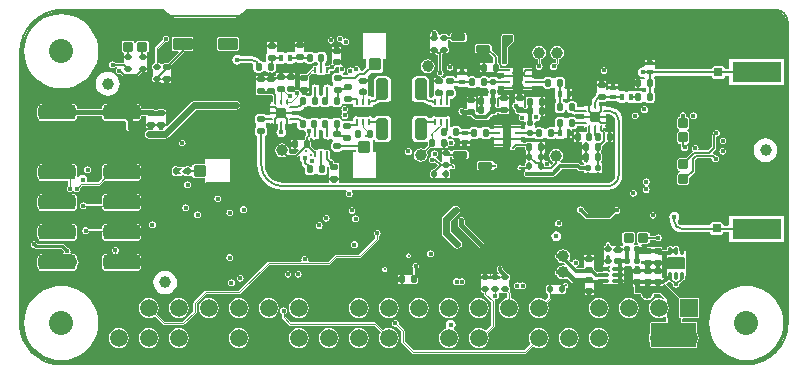
<source format=gtl>
G04*
G04 #@! TF.GenerationSoftware,Altium Limited,CircuitStudio,1.5.2 (30)*
G04*
G04 Layer_Physical_Order=1*
G04 Layer_Color=255*
%FSLAX25Y25*%
%MOIN*%
G70*
G01*
G75*
%ADD10C,0.00768*%
G04:AMPARAMS|DCode=11|XSize=23.62mil|YSize=19.69mil|CornerRadius=4.92mil|HoleSize=0mil|Usage=FLASHONLY|Rotation=0.000|XOffset=0mil|YOffset=0mil|HoleType=Round|Shape=RoundedRectangle|*
%AMROUNDEDRECTD11*
21,1,0.02362,0.00984,0,0,0.0*
21,1,0.01378,0.01969,0,0,0.0*
1,1,0.00984,0.00689,-0.00492*
1,1,0.00984,-0.00689,-0.00492*
1,1,0.00984,-0.00689,0.00492*
1,1,0.00984,0.00689,0.00492*
%
%ADD11ROUNDEDRECTD11*%
%ADD12C,0.03937*%
G04:AMPARAMS|DCode=13|XSize=23.62mil|YSize=17.72mil|CornerRadius=4.43mil|HoleSize=0mil|Usage=FLASHONLY|Rotation=180.000|XOffset=0mil|YOffset=0mil|HoleType=Round|Shape=RoundedRectangle|*
%AMROUNDEDRECTD13*
21,1,0.02362,0.00886,0,0,180.0*
21,1,0.01476,0.01772,0,0,180.0*
1,1,0.00886,-0.00738,0.00443*
1,1,0.00886,0.00738,0.00443*
1,1,0.00886,0.00738,-0.00443*
1,1,0.00886,-0.00738,-0.00443*
%
%ADD13ROUNDEDRECTD13*%
G04:AMPARAMS|DCode=14|XSize=23.62mil|YSize=19.69mil|CornerRadius=4.92mil|HoleSize=0mil|Usage=FLASHONLY|Rotation=90.000|XOffset=0mil|YOffset=0mil|HoleType=Round|Shape=RoundedRectangle|*
%AMROUNDEDRECTD14*
21,1,0.02362,0.00984,0,0,90.0*
21,1,0.01378,0.01969,0,0,90.0*
1,1,0.00984,0.00492,0.00689*
1,1,0.00984,0.00492,-0.00689*
1,1,0.00984,-0.00492,-0.00689*
1,1,0.00984,-0.00492,0.00689*
%
%ADD14ROUNDEDRECTD14*%
G04:AMPARAMS|DCode=15|XSize=21.65mil|YSize=17.72mil|CornerRadius=4.43mil|HoleSize=0mil|Usage=FLASHONLY|Rotation=270.000|XOffset=0mil|YOffset=0mil|HoleType=Round|Shape=RoundedRectangle|*
%AMROUNDEDRECTD15*
21,1,0.02165,0.00886,0,0,270.0*
21,1,0.01280,0.01772,0,0,270.0*
1,1,0.00886,-0.00443,-0.00640*
1,1,0.00886,-0.00443,0.00640*
1,1,0.00886,0.00443,0.00640*
1,1,0.00886,0.00443,-0.00640*
%
%ADD15ROUNDEDRECTD15*%
G04:AMPARAMS|DCode=16|XSize=37.01mil|YSize=10.63mil|CornerRadius=1.33mil|HoleSize=0mil|Usage=FLASHONLY|Rotation=180.000|XOffset=0mil|YOffset=0mil|HoleType=Round|Shape=RoundedRectangle|*
%AMROUNDEDRECTD16*
21,1,0.03701,0.00797,0,0,180.0*
21,1,0.03435,0.01063,0,0,180.0*
1,1,0.00266,-0.01718,0.00399*
1,1,0.00266,0.01718,0.00399*
1,1,0.00266,0.01718,-0.00399*
1,1,0.00266,-0.01718,-0.00399*
%
%ADD16ROUNDEDRECTD16*%
G04:AMPARAMS|DCode=17|XSize=61.02mil|YSize=40.16mil|CornerRadius=4.02mil|HoleSize=0mil|Usage=FLASHONLY|Rotation=0.000|XOffset=0mil|YOffset=0mil|HoleType=Round|Shape=RoundedRectangle|*
%AMROUNDEDRECTD17*
21,1,0.06102,0.03213,0,0,0.0*
21,1,0.05299,0.04016,0,0,0.0*
1,1,0.00803,0.02649,-0.01606*
1,1,0.00803,-0.02649,-0.01606*
1,1,0.00803,-0.02649,0.01606*
1,1,0.00803,0.02649,0.01606*
%
%ADD17ROUNDEDRECTD17*%
G04:AMPARAMS|DCode=18|XSize=25.59mil|YSize=11.81mil|CornerRadius=2.95mil|HoleSize=0mil|Usage=FLASHONLY|Rotation=270.000|XOffset=0mil|YOffset=0mil|HoleType=Round|Shape=RoundedRectangle|*
%AMROUNDEDRECTD18*
21,1,0.02559,0.00591,0,0,270.0*
21,1,0.01969,0.01181,0,0,270.0*
1,1,0.00591,-0.00295,-0.00984*
1,1,0.00591,-0.00295,0.00984*
1,1,0.00591,0.00295,0.00984*
1,1,0.00591,0.00295,-0.00984*
%
%ADD18ROUNDEDRECTD18*%
G04:AMPARAMS|DCode=19|XSize=31.5mil|YSize=31.5mil|CornerRadius=3.15mil|HoleSize=0mil|Usage=FLASHONLY|Rotation=90.000|XOffset=0mil|YOffset=0mil|HoleType=Round|Shape=RoundedRectangle|*
%AMROUNDEDRECTD19*
21,1,0.03150,0.02520,0,0,90.0*
21,1,0.02520,0.03150,0,0,90.0*
1,1,0.00630,0.01260,0.01260*
1,1,0.00630,0.01260,-0.01260*
1,1,0.00630,-0.01260,-0.01260*
1,1,0.00630,-0.01260,0.01260*
%
%ADD19ROUNDEDRECTD19*%
G04:AMPARAMS|DCode=20|XSize=18.11mil|YSize=7.87mil|CornerRadius=3.15mil|HoleSize=0mil|Usage=FLASHONLY|Rotation=90.000|XOffset=0mil|YOffset=0mil|HoleType=Round|Shape=RoundedRectangle|*
%AMROUNDEDRECTD20*
21,1,0.01811,0.00158,0,0,90.0*
21,1,0.01181,0.00787,0,0,90.0*
1,1,0.00630,0.00079,0.00591*
1,1,0.00630,0.00079,-0.00591*
1,1,0.00630,-0.00079,-0.00591*
1,1,0.00630,-0.00079,0.00591*
%
%ADD20ROUNDEDRECTD20*%
G04:AMPARAMS|DCode=21|XSize=18.11mil|YSize=7.87mil|CornerRadius=3.15mil|HoleSize=0mil|Usage=FLASHONLY|Rotation=0.000|XOffset=0mil|YOffset=0mil|HoleType=Round|Shape=RoundedRectangle|*
%AMROUNDEDRECTD21*
21,1,0.01811,0.00158,0,0,0.0*
21,1,0.01181,0.00787,0,0,0.0*
1,1,0.00630,0.00591,-0.00079*
1,1,0.00630,-0.00591,-0.00079*
1,1,0.00630,-0.00591,0.00079*
1,1,0.00630,0.00591,0.00079*
%
%ADD21ROUNDEDRECTD21*%
G04:AMPARAMS|DCode=22|XSize=41.34mil|YSize=86.61mil|CornerRadius=4.13mil|HoleSize=0mil|Usage=FLASHONLY|Rotation=0.000|XOffset=0mil|YOffset=0mil|HoleType=Round|Shape=RoundedRectangle|*
%AMROUNDEDRECTD22*
21,1,0.04134,0.07835,0,0,0.0*
21,1,0.03307,0.08661,0,0,0.0*
1,1,0.00827,0.01654,-0.03917*
1,1,0.00827,-0.01654,-0.03917*
1,1,0.00827,-0.01654,0.03917*
1,1,0.00827,0.01654,0.03917*
%
%ADD22ROUNDEDRECTD22*%
G04:AMPARAMS|DCode=23|XSize=39.37mil|YSize=41.34mil|CornerRadius=3.94mil|HoleSize=0mil|Usage=FLASHONLY|Rotation=0.000|XOffset=0mil|YOffset=0mil|HoleType=Round|Shape=RoundedRectangle|*
%AMROUNDEDRECTD23*
21,1,0.03937,0.03347,0,0,0.0*
21,1,0.03150,0.04134,0,0,0.0*
1,1,0.00787,0.01575,-0.01673*
1,1,0.00787,-0.01575,-0.01673*
1,1,0.00787,-0.01575,0.01673*
1,1,0.00787,0.01575,0.01673*
%
%ADD23ROUNDEDRECTD23*%
G04:AMPARAMS|DCode=24|XSize=41.34mil|YSize=86.61mil|CornerRadius=4.13mil|HoleSize=0mil|Usage=FLASHONLY|Rotation=270.000|XOffset=0mil|YOffset=0mil|HoleType=Round|Shape=RoundedRectangle|*
%AMROUNDEDRECTD24*
21,1,0.04134,0.07835,0,0,270.0*
21,1,0.03307,0.08661,0,0,270.0*
1,1,0.00827,-0.03917,-0.01654*
1,1,0.00827,-0.03917,0.01654*
1,1,0.00827,0.03917,0.01654*
1,1,0.00827,0.03917,-0.01654*
%
%ADD24ROUNDEDRECTD24*%
G04:AMPARAMS|DCode=25|XSize=39.37mil|YSize=41.34mil|CornerRadius=3.94mil|HoleSize=0mil|Usage=FLASHONLY|Rotation=270.000|XOffset=0mil|YOffset=0mil|HoleType=Round|Shape=RoundedRectangle|*
%AMROUNDEDRECTD25*
21,1,0.03937,0.03347,0,0,270.0*
21,1,0.03150,0.04134,0,0,270.0*
1,1,0.00787,-0.01673,-0.01575*
1,1,0.00787,-0.01673,0.01575*
1,1,0.00787,0.01673,0.01575*
1,1,0.00787,0.01673,-0.01575*
%
%ADD25ROUNDEDRECTD25*%
G04:AMPARAMS|DCode=26|XSize=51.18mil|YSize=31.5mil|CornerRadius=4.72mil|HoleSize=0mil|Usage=FLASHONLY|Rotation=180.000|XOffset=0mil|YOffset=0mil|HoleType=Round|Shape=RoundedRectangle|*
%AMROUNDEDRECTD26*
21,1,0.05118,0.02205,0,0,180.0*
21,1,0.04173,0.03150,0,0,180.0*
1,1,0.00945,-0.02087,0.01102*
1,1,0.00945,0.02087,0.01102*
1,1,0.00945,0.02087,-0.01102*
1,1,0.00945,-0.02087,-0.01102*
%
%ADD26ROUNDEDRECTD26*%
G04:AMPARAMS|DCode=27|XSize=21.65mil|YSize=9.84mil|CornerRadius=1.48mil|HoleSize=0mil|Usage=FLASHONLY|Rotation=90.000|XOffset=0mil|YOffset=0mil|HoleType=Round|Shape=RoundedRectangle|*
%AMROUNDEDRECTD27*
21,1,0.02165,0.00689,0,0,90.0*
21,1,0.01870,0.00984,0,0,90.0*
1,1,0.00295,0.00345,0.00935*
1,1,0.00295,0.00345,-0.00935*
1,1,0.00295,-0.00345,-0.00935*
1,1,0.00295,-0.00345,0.00935*
%
%ADD27ROUNDEDRECTD27*%
G04:AMPARAMS|DCode=28|XSize=125.2mil|YSize=50mil|CornerRadius=12.5mil|HoleSize=0mil|Usage=FLASHONLY|Rotation=180.000|XOffset=0mil|YOffset=0mil|HoleType=Round|Shape=RoundedRectangle|*
%AMROUNDEDRECTD28*
21,1,0.12520,0.02500,0,0,180.0*
21,1,0.10020,0.05000,0,0,180.0*
1,1,0.02500,-0.05010,0.01250*
1,1,0.02500,0.05010,0.01250*
1,1,0.02500,0.05010,-0.01250*
1,1,0.02500,-0.05010,-0.01250*
%
%ADD28ROUNDEDRECTD28*%
G04:AMPARAMS|DCode=29|XSize=21.65mil|YSize=17.72mil|CornerRadius=4.43mil|HoleSize=0mil|Usage=FLASHONLY|Rotation=0.000|XOffset=0mil|YOffset=0mil|HoleType=Round|Shape=RoundedRectangle|*
%AMROUNDEDRECTD29*
21,1,0.02165,0.00886,0,0,0.0*
21,1,0.01280,0.01772,0,0,0.0*
1,1,0.00886,0.00640,-0.00443*
1,1,0.00886,-0.00640,-0.00443*
1,1,0.00886,-0.00640,0.00443*
1,1,0.00886,0.00640,0.00443*
%
%ADD29ROUNDEDRECTD29*%
G04:AMPARAMS|DCode=30|XSize=48.43mil|YSize=23.62mil|CornerRadius=2.95mil|HoleSize=0mil|Usage=FLASHONLY|Rotation=0.000|XOffset=0mil|YOffset=0mil|HoleType=Round|Shape=RoundedRectangle|*
%AMROUNDEDRECTD30*
21,1,0.04843,0.01772,0,0,0.0*
21,1,0.04252,0.02362,0,0,0.0*
1,1,0.00591,0.02126,-0.00886*
1,1,0.00591,-0.02126,-0.00886*
1,1,0.00591,-0.02126,0.00886*
1,1,0.00591,0.02126,0.00886*
%
%ADD30ROUNDEDRECTD30*%
%ADD31R,0.16496X0.07008*%
%ADD32R,0.16496X0.10492*%
G04:AMPARAMS|DCode=33|XSize=9.84mil|YSize=29.53mil|CornerRadius=1.48mil|HoleSize=0mil|Usage=FLASHONLY|Rotation=270.000|XOffset=0mil|YOffset=0mil|HoleType=Round|Shape=RoundedRectangle|*
%AMROUNDEDRECTD33*
21,1,0.00984,0.02658,0,0,270.0*
21,1,0.00689,0.02953,0,0,270.0*
1,1,0.00295,-0.01329,-0.00345*
1,1,0.00295,-0.01329,0.00345*
1,1,0.00295,0.01329,0.00345*
1,1,0.00295,0.01329,-0.00345*
%
%ADD33ROUNDEDRECTD33*%
G04:AMPARAMS|DCode=34|XSize=47.24mil|YSize=23.62mil|CornerRadius=3.54mil|HoleSize=0mil|Usage=FLASHONLY|Rotation=270.000|XOffset=0mil|YOffset=0mil|HoleType=Round|Shape=RoundedRectangle|*
%AMROUNDEDRECTD34*
21,1,0.04724,0.01654,0,0,270.0*
21,1,0.04016,0.02362,0,0,270.0*
1,1,0.00709,-0.00827,-0.02008*
1,1,0.00709,-0.00827,0.02008*
1,1,0.00709,0.00827,0.02008*
1,1,0.00709,0.00827,-0.02008*
%
%ADD34ROUNDEDRECTD34*%
G04:AMPARAMS|DCode=35|XSize=23.62mil|YSize=17.72mil|CornerRadius=4.43mil|HoleSize=0mil|Usage=FLASHONLY|Rotation=270.000|XOffset=0mil|YOffset=0mil|HoleType=Round|Shape=RoundedRectangle|*
%AMROUNDEDRECTD35*
21,1,0.02362,0.00886,0,0,270.0*
21,1,0.01476,0.01772,0,0,270.0*
1,1,0.00886,-0.00443,-0.00738*
1,1,0.00886,-0.00443,0.00738*
1,1,0.00886,0.00443,0.00738*
1,1,0.00886,0.00443,-0.00738*
%
%ADD35ROUNDEDRECTD35*%
G04:AMPARAMS|DCode=36|XSize=14.17mil|YSize=23mil|CornerRadius=0.71mil|HoleSize=0mil|Usage=FLASHONLY|Rotation=180.000|XOffset=0mil|YOffset=0mil|HoleType=Round|Shape=RoundedRectangle|*
%AMROUNDEDRECTD36*
21,1,0.01417,0.02158,0,0,180.0*
21,1,0.01276,0.02300,0,0,180.0*
1,1,0.00142,-0.00638,0.01079*
1,1,0.00142,0.00638,0.01079*
1,1,0.00142,0.00638,-0.01079*
1,1,0.00142,-0.00638,-0.01079*
%
%ADD36ROUNDEDRECTD36*%
G04:AMPARAMS|DCode=37|XSize=14.17mil|YSize=23mil|CornerRadius=0.71mil|HoleSize=0mil|Usage=FLASHONLY|Rotation=270.000|XOffset=0mil|YOffset=0mil|HoleType=Round|Shape=RoundedRectangle|*
%AMROUNDEDRECTD37*
21,1,0.01417,0.02158,0,0,270.0*
21,1,0.01276,0.02300,0,0,270.0*
1,1,0.00142,-0.01079,-0.00638*
1,1,0.00142,-0.01079,0.00638*
1,1,0.00142,0.01079,0.00638*
1,1,0.00142,0.01079,-0.00638*
%
%ADD37ROUNDEDRECTD37*%
G04:AMPARAMS|DCode=38|XSize=27.56mil|YSize=27.56mil|CornerRadius=2.76mil|HoleSize=0mil|Usage=FLASHONLY|Rotation=90.000|XOffset=0mil|YOffset=0mil|HoleType=Round|Shape=RoundedRectangle|*
%AMROUNDEDRECTD38*
21,1,0.02756,0.02205,0,0,90.0*
21,1,0.02205,0.02756,0,0,90.0*
1,1,0.00551,0.01102,0.01102*
1,1,0.00551,0.01102,-0.01102*
1,1,0.00551,-0.01102,-0.01102*
1,1,0.00551,-0.01102,0.01102*
%
%ADD38ROUNDEDRECTD38*%
G04:AMPARAMS|DCode=39|XSize=31.89mil|YSize=36.61mil|CornerRadius=4.78mil|HoleSize=0mil|Usage=FLASHONLY|Rotation=270.000|XOffset=0mil|YOffset=0mil|HoleType=Round|Shape=RoundedRectangle|*
%AMROUNDEDRECTD39*
21,1,0.03189,0.02705,0,0,270.0*
21,1,0.02232,0.03661,0,0,270.0*
1,1,0.00957,-0.01352,-0.01116*
1,1,0.00957,-0.01352,0.01116*
1,1,0.00957,0.01352,0.01116*
1,1,0.00957,0.01352,-0.01116*
%
%ADD39ROUNDEDRECTD39*%
G04:AMPARAMS|DCode=40|XSize=31.89mil|YSize=36.61mil|CornerRadius=4.78mil|HoleSize=0mil|Usage=FLASHONLY|Rotation=180.000|XOffset=0mil|YOffset=0mil|HoleType=Round|Shape=RoundedRectangle|*
%AMROUNDEDRECTD40*
21,1,0.03189,0.02705,0,0,180.0*
21,1,0.02232,0.03661,0,0,180.0*
1,1,0.00957,-0.01116,0.01352*
1,1,0.00957,0.01116,0.01352*
1,1,0.00957,0.01116,-0.01352*
1,1,0.00957,-0.01116,-0.01352*
%
%ADD40ROUNDEDRECTD40*%
G04:AMPARAMS|DCode=41|XSize=64.96mil|YSize=41.34mil|CornerRadius=4.13mil|HoleSize=0mil|Usage=FLASHONLY|Rotation=180.000|XOffset=0mil|YOffset=0mil|HoleType=Round|Shape=RoundedRectangle|*
%AMROUNDEDRECTD41*
21,1,0.06496,0.03307,0,0,180.0*
21,1,0.05669,0.04134,0,0,180.0*
1,1,0.00827,-0.02835,0.01654*
1,1,0.00827,0.02835,0.01654*
1,1,0.00827,0.02835,-0.01654*
1,1,0.00827,-0.02835,-0.01654*
%
%ADD41ROUNDEDRECTD41*%
G04:AMPARAMS|DCode=42|XSize=70.87mil|YSize=40.95mil|CornerRadius=6.14mil|HoleSize=0mil|Usage=FLASHONLY|Rotation=90.000|XOffset=0mil|YOffset=0mil|HoleType=Round|Shape=RoundedRectangle|*
%AMROUNDEDRECTD42*
21,1,0.07087,0.02866,0,0,90.0*
21,1,0.05858,0.04095,0,0,90.0*
1,1,0.01228,0.01433,0.02929*
1,1,0.01228,0.01433,-0.02929*
1,1,0.01228,-0.01433,-0.02929*
1,1,0.01228,-0.01433,0.02929*
%
%ADD42ROUNDEDRECTD42*%
G04:AMPARAMS|DCode=43|XSize=49.02mil|YSize=24.02mil|CornerRadius=3.6mil|HoleSize=0mil|Usage=FLASHONLY|Rotation=90.000|XOffset=0mil|YOffset=0mil|HoleType=Round|Shape=RoundedRectangle|*
%AMROUNDEDRECTD43*
21,1,0.04902,0.01681,0,0,90.0*
21,1,0.04181,0.02402,0,0,90.0*
1,1,0.00721,0.00841,0.02091*
1,1,0.00721,0.00841,-0.02091*
1,1,0.00721,-0.00841,-0.02091*
1,1,0.00721,-0.00841,0.02091*
%
%ADD43ROUNDEDRECTD43*%
%ADD44C,0.00600*%
%ADD45C,0.00800*%
%ADD46C,0.00400*%
%ADD47C,0.01400*%
%ADD48C,0.01200*%
%ADD49C,0.01600*%
%ADD50C,0.01000*%
%ADD51C,0.00350*%
%ADD52C,0.02400*%
%ADD53C,0.02200*%
%ADD54C,0.00500*%
%ADD55R,0.01300X0.02000*%
%ADD56R,0.03100X0.02200*%
%ADD57R,0.01768X0.06900*%
%ADD58C,0.03819*%
%ADD59C,0.02362*%
%ADD60C,0.05906*%
%ADD61R,0.05906X0.05906*%
%ADD62C,0.08000*%
%ADD63C,0.01000*%
%ADD64C,0.01600*%
%ADD65C,0.04000*%
G36*
X1048995Y817364D02*
X1082175D01*
X1082867Y816672D01*
X1083979Y815819D01*
X1084894Y815440D01*
X1085273Y815283D01*
X1086662Y815100D01*
X1105890D01*
X1107278Y815283D01*
X1108572Y815819D01*
X1109684Y816672D01*
X1110376Y817364D01*
X1286362D01*
X1286471Y817378D01*
X1287353Y817262D01*
X1288277Y816880D01*
X1289070Y816271D01*
X1289678Y815478D01*
X1290061Y814555D01*
X1290177Y813673D01*
X1290162Y813564D01*
Y713281D01*
X1290186Y713103D01*
X1290034Y711177D01*
X1289542Y709125D01*
X1288734Y707174D01*
X1287631Y705375D01*
X1286260Y703770D01*
X1284655Y702399D01*
X1282856Y701296D01*
X1280905Y700488D01*
X1278853Y699996D01*
X1276927Y699844D01*
X1276749Y699867D01*
X1047891Y699867D01*
X1047720Y699845D01*
X1045867Y699991D01*
X1043893Y700465D01*
X1042017Y701242D01*
X1040286Y702302D01*
X1038742Y703621D01*
X1037424Y705165D01*
X1036363Y706896D01*
X1035586Y708771D01*
X1035112Y710745D01*
X1034966Y712599D01*
X1034989Y712769D01*
X1034989Y796470D01*
Y803358D01*
X1034964Y803544D01*
X1035122Y805555D01*
X1035637Y807698D01*
X1036480Y809734D01*
X1037632Y811613D01*
X1039063Y813290D01*
X1040739Y814721D01*
X1042618Y815872D01*
X1044655Y816716D01*
X1046798Y817230D01*
X1048809Y817389D01*
X1048995Y817364D01*
D02*
G37*
%LPC*%
G36*
X1073491Y746329D02*
X1063471D01*
X1062859Y746207D01*
X1062339Y745860D01*
X1061992Y745340D01*
X1061870Y744728D01*
Y744644D01*
X1057541D01*
X1057359Y744915D01*
X1056989Y745163D01*
X1056552Y745250D01*
X1056115Y745163D01*
X1055744Y744915D01*
X1055497Y744545D01*
X1055410Y744108D01*
X1055497Y743671D01*
X1055744Y743300D01*
X1056115Y743053D01*
X1056552Y742966D01*
X1056989Y743053D01*
X1057359Y743300D01*
X1057541Y743572D01*
X1061870D01*
Y742228D01*
X1061992Y741615D01*
X1062339Y741096D01*
X1062859Y740749D01*
X1063471Y740627D01*
X1073491D01*
X1074104Y740749D01*
X1074623Y741096D01*
X1074970Y741615D01*
X1075092Y742228D01*
Y744728D01*
X1074970Y745340D01*
X1074623Y745860D01*
X1074104Y746207D01*
X1073491Y746329D01*
D02*
G37*
G36*
X1078747Y747169D02*
X1078310Y747082D01*
X1077939Y746835D01*
X1077692Y746464D01*
X1077605Y746027D01*
X1077692Y745590D01*
X1077939Y745220D01*
X1078310Y744972D01*
X1078747Y744885D01*
X1079184Y744972D01*
X1079554Y745220D01*
X1079802Y745590D01*
X1079889Y746027D01*
X1079802Y746464D01*
X1079554Y746835D01*
X1079184Y747082D01*
X1078747Y747169D01*
D02*
G37*
G36*
X1213377Y743896D02*
X1212753Y743772D01*
X1212224Y743418D01*
X1211870Y742889D01*
X1211746Y742264D01*
X1211870Y741640D01*
X1212224Y741111D01*
X1212753Y740757D01*
X1213377Y740633D01*
X1214001Y740757D01*
X1214531Y741111D01*
X1214884Y741640D01*
X1215009Y742264D01*
X1214884Y742889D01*
X1214531Y743418D01*
X1214001Y743772D01*
X1213377Y743896D01*
D02*
G37*
G36*
X1134376Y746923D02*
X1133939Y746836D01*
X1133568Y746589D01*
X1133321Y746218D01*
X1133234Y745781D01*
X1133321Y745344D01*
X1133568Y744974D01*
X1133939Y744726D01*
X1134376Y744639D01*
X1134813Y744726D01*
X1135183Y744974D01*
X1135431Y745344D01*
X1135518Y745781D01*
X1135431Y746218D01*
X1135183Y746589D01*
X1134813Y746836D01*
X1134376Y746923D01*
D02*
G37*
G36*
X1214165Y747681D02*
X1213728Y747594D01*
X1213357Y747346D01*
X1213110Y746976D01*
X1213023Y746539D01*
X1213110Y746102D01*
X1213357Y745731D01*
X1213728Y745484D01*
X1214165Y745397D01*
X1214602Y745484D01*
X1214972Y745731D01*
X1215220Y746102D01*
X1215306Y746539D01*
X1215220Y746976D01*
X1214972Y747346D01*
X1214602Y747594D01*
X1214165Y747681D01*
D02*
G37*
G36*
X1136666Y749383D02*
X1136229Y749296D01*
X1135858Y749049D01*
X1135611Y748678D01*
X1135524Y748241D01*
X1135611Y747804D01*
X1135858Y747434D01*
X1136229Y747186D01*
X1136666Y747099D01*
X1137103Y747186D01*
X1137473Y747434D01*
X1137721Y747804D01*
X1137807Y748241D01*
X1137721Y748678D01*
X1137473Y749049D01*
X1137103Y749296D01*
X1136666Y749383D01*
D02*
G37*
G36*
X1245644Y750369D02*
X1245208Y750282D01*
X1244837Y750035D01*
X1244590Y749664D01*
X1244503Y749227D01*
X1244590Y748790D01*
X1244837Y748420D01*
X1245208Y748172D01*
X1245644Y748085D01*
X1246082Y748172D01*
X1246452Y748420D01*
X1246700Y748790D01*
X1246786Y749227D01*
X1246700Y749664D01*
X1246452Y750035D01*
X1246082Y750282D01*
X1245644Y750369D01*
D02*
G37*
G36*
X1093811Y750532D02*
X1093374Y750446D01*
X1093003Y750198D01*
X1092756Y749827D01*
X1092669Y749391D01*
X1092756Y748953D01*
X1093003Y748583D01*
X1093374Y748336D01*
X1093811Y748249D01*
X1094248Y748336D01*
X1094618Y748583D01*
X1094866Y748953D01*
X1094953Y749391D01*
X1094866Y749827D01*
X1094618Y750198D01*
X1094248Y750446D01*
X1093811Y750532D01*
D02*
G37*
G36*
X1146476Y749123D02*
X1146039Y749036D01*
X1145668Y748789D01*
X1145421Y748418D01*
X1145334Y747981D01*
X1145421Y747544D01*
X1145668Y747174D01*
X1146039Y746926D01*
X1146476Y746839D01*
X1146913Y746926D01*
X1147283Y747174D01*
X1147531Y747544D01*
X1147618Y747981D01*
X1147531Y748418D01*
X1147283Y748789D01*
X1146913Y749036D01*
X1146476Y749123D01*
D02*
G37*
G36*
X1171476Y737511D02*
X1171039Y737424D01*
X1170668Y737177D01*
X1170421Y736806D01*
X1170334Y736369D01*
X1170421Y735932D01*
X1170668Y735562D01*
X1171039Y735314D01*
X1171476Y735227D01*
X1171913Y735314D01*
X1172283Y735562D01*
X1172531Y735932D01*
X1172618Y736369D01*
X1172531Y736806D01*
X1172283Y737177D01*
X1171913Y737424D01*
X1171476Y737511D01*
D02*
G37*
G36*
X1179876Y752431D02*
X1179282Y752313D01*
X1178780Y751977D01*
X1175680Y748877D01*
X1175344Y748374D01*
X1175226Y747781D01*
Y743181D01*
X1175344Y742588D01*
X1175680Y742085D01*
X1179280Y738485D01*
X1179782Y738149D01*
X1180376Y738031D01*
X1180969Y738149D01*
X1181472Y738485D01*
X1181807Y738988D01*
X1181925Y739581D01*
X1181807Y740174D01*
X1181472Y740677D01*
X1178325Y743823D01*
Y747139D01*
X1180972Y749785D01*
X1181307Y750288D01*
X1181425Y750881D01*
X1181307Y751474D01*
X1180972Y751977D01*
X1180469Y752313D01*
X1179876Y752431D01*
D02*
G37*
G36*
X1225850Y735931D02*
X1225014D01*
Y735143D01*
X1225850D01*
Y735931D01*
D02*
G37*
G36*
X1164134Y736554D02*
X1163814Y736491D01*
X1163543Y736309D01*
X1163362Y736038D01*
X1163298Y735718D01*
X1163362Y735398D01*
X1163543Y735127D01*
X1163814Y734946D01*
X1164134Y734882D01*
X1164454Y734946D01*
X1164725Y735127D01*
X1164907Y735398D01*
X1164970Y735718D01*
X1164907Y736038D01*
X1164725Y736309D01*
X1164454Y736491D01*
X1164134Y736554D01*
D02*
G37*
G36*
X1223537Y735931D02*
X1222652D01*
Y735143D01*
X1223537D01*
Y735931D01*
D02*
G37*
G36*
X1252676Y750312D02*
X1252051Y750188D01*
X1251522Y749835D01*
X1251168Y749305D01*
X1251044Y748681D01*
X1251168Y748057D01*
X1251390Y747725D01*
X1251460Y747254D01*
X1251460D01*
X1251588Y746278D01*
X1251965Y745368D01*
X1252564Y744587D01*
X1253345Y743988D01*
X1254255Y743611D01*
X1255231Y743482D01*
Y743491D01*
X1264728D01*
X1264771Y743275D01*
X1265009Y742919D01*
X1265365Y742681D01*
X1265784Y742598D01*
X1267989D01*
X1268409Y742681D01*
X1268764Y742919D01*
X1269002Y743275D01*
X1269045Y743491D01*
X1271126D01*
Y740394D01*
X1289222D01*
Y749002D01*
X1271126D01*
Y745905D01*
X1269084D01*
X1269002Y746319D01*
X1268764Y746675D01*
X1268409Y746912D01*
X1267989Y746996D01*
X1265784D01*
X1265365Y746912D01*
X1265009Y746675D01*
X1264771Y746319D01*
X1264689Y745905D01*
X1255231D01*
Y745906D01*
X1254715Y746009D01*
X1254278Y746301D01*
X1253986Y746738D01*
X1253883Y747254D01*
X1253959Y747722D01*
X1254183Y748057D01*
X1254307Y748681D01*
X1254183Y749305D01*
X1253829Y749835D01*
X1253300Y750188D01*
X1252676Y750312D01*
D02*
G37*
G36*
X1051995Y746329D02*
X1041975D01*
X1041363Y746207D01*
X1040843Y745860D01*
X1040496Y745340D01*
X1040374Y744728D01*
Y742228D01*
X1040496Y741615D01*
X1040843Y741096D01*
X1041363Y740749D01*
X1041975Y740627D01*
X1051995D01*
X1052608Y740749D01*
X1053127Y741096D01*
X1053474Y741615D01*
X1053596Y742228D01*
Y744728D01*
X1053474Y745340D01*
X1053127Y745860D01*
X1052608Y746207D01*
X1051995Y746329D01*
D02*
G37*
G36*
X1243728Y743622D02*
X1241023D01*
X1240712Y743560D01*
X1240448Y743384D01*
X1240271Y743120D01*
X1240209Y742808D01*
Y740576D01*
X1240271Y740265D01*
X1240448Y740000D01*
X1240683Y739843D01*
X1240712Y739698D01*
X1240459Y739318D01*
X1239943Y739243D01*
X1239776Y739381D01*
Y739381D01*
X1239308D01*
X1239270Y739482D01*
X1239225Y739881D01*
X1239404Y740000D01*
X1239580Y740265D01*
X1239642Y740576D01*
Y742808D01*
X1239580Y743120D01*
X1239404Y743384D01*
X1239139Y743560D01*
X1238828Y743622D01*
X1236123D01*
X1235812Y743560D01*
X1235548Y743384D01*
X1235371Y743120D01*
X1235309Y742808D01*
Y740576D01*
X1235371Y740265D01*
X1235548Y740000D01*
X1235745Y739868D01*
X1235776Y739381D01*
Y739381D01*
X1235776Y739321D01*
Y739296D01*
X1235450Y738931D01*
X1235276Y738931D01*
X1234614D01*
Y738143D01*
X1235374D01*
X1235441Y738143D01*
X1235444D01*
X1235450D01*
X1235858Y737985D01*
Y737582D01*
X1235783Y737540D01*
X1235424Y737356D01*
X1232522D01*
X1232286Y737744D01*
X1232271Y737773D01*
X1232341Y737924D01*
X1232497Y738143D01*
X1232692D01*
X1233137D01*
Y738931D01*
X1232492D01*
X1232450D01*
X1232379Y738931D01*
X1232292D01*
X1232265D01*
X1232252D01*
X1232251Y738931D01*
X1232185Y738929D01*
X1231892Y738937D01*
X1231581Y739229D01*
X1231512Y739381D01*
Y739381D01*
Y739381D01*
X1231512D01*
X1231448Y739701D01*
X1231364Y739827D01*
X1231267Y739972D01*
X1230995Y740154D01*
X1230676Y740217D01*
X1230356Y740154D01*
X1230084Y739972D01*
X1229987Y739827D01*
X1229903Y739701D01*
X1229840Y739381D01*
X1229840Y739381D01*
Y739381D01*
X1229646Y738956D01*
X1229640Y738943D01*
X1229454Y738855D01*
X1229298Y738781D01*
Y738781D01*
Y738640D01*
X1229292Y738631D01*
X1229219Y738522D01*
X1229160Y738224D01*
Y737338D01*
X1229219Y737041D01*
X1229298Y736922D01*
Y734640D01*
X1229219Y734522D01*
X1229160Y734224D01*
Y733338D01*
X1229215Y733060D01*
X1229217Y733037D01*
X1229176Y732944D01*
X1228895Y732560D01*
X1228895Y732560D01*
X1228895Y732560D01*
X1228895Y732560D01*
Y730270D01*
X1227178D01*
X1227050Y730217D01*
X1226960D01*
X1226002Y731176D01*
X1225850Y731277D01*
Y734356D01*
X1222701D01*
Y731451D01*
X1220439D01*
X1220122Y731822D01*
X1220272Y732318D01*
X1220313Y732326D01*
X1220683Y732574D01*
X1220931Y732944D01*
X1221017Y733381D01*
X1220931Y733818D01*
X1220683Y734189D01*
X1220313Y734436D01*
X1219876Y734523D01*
X1219439Y734436D01*
X1219068Y734189D01*
X1218821Y733818D01*
X1218813Y733778D01*
X1218270Y733613D01*
X1217577Y734307D01*
X1217831Y734688D01*
X1218009Y735581D01*
X1217831Y736474D01*
X1217325Y737231D01*
X1216568Y737737D01*
X1215676Y737914D01*
X1214783Y737737D01*
X1214026Y737231D01*
X1213642Y736657D01*
X1213539Y736636D01*
X1213168Y736389D01*
X1212921Y736018D01*
X1212834Y735581D01*
X1212921Y735144D01*
X1213168Y734774D01*
X1213539Y734526D01*
X1213642Y734506D01*
X1214026Y733931D01*
X1214783Y733425D01*
X1215676Y733248D01*
X1215932Y733299D01*
X1216338Y732893D01*
X1216091Y732432D01*
X1215676Y732514D01*
X1214783Y732337D01*
X1214026Y731831D01*
X1213642Y731257D01*
X1213539Y731236D01*
X1213168Y730989D01*
X1212921Y730618D01*
X1212834Y730181D01*
X1212921Y729744D01*
X1213168Y729374D01*
X1213539Y729126D01*
X1213642Y729106D01*
X1214026Y728531D01*
X1214783Y728025D01*
X1215676Y727848D01*
X1216568Y728025D01*
X1216957Y728285D01*
X1218368Y726874D01*
X1218739Y726626D01*
X1219176Y726539D01*
X1222801D01*
Y724206D01*
X1225950D01*
Y726577D01*
X1227050D01*
X1227178Y726524D01*
X1228895D01*
Y726381D01*
X1233856D01*
Y726524D01*
X1235573D01*
X1235600Y726535D01*
X1235676D01*
X1235921Y726636D01*
X1236022Y726881D01*
Y726913D01*
X1236064Y727014D01*
Y727811D01*
X1236022Y727912D01*
Y728882D01*
X1236064Y728982D01*
Y729780D01*
X1236022Y729880D01*
Y730850D01*
X1236064Y730951D01*
Y731748D01*
X1236343Y732181D01*
X1236776D01*
Y732363D01*
X1237545D01*
X1237552Y732365D01*
X1237776Y732181D01*
Y732181D01*
X1238391D01*
X1238777Y731906D01*
X1238777Y731681D01*
Y731118D01*
X1239663D01*
Y731681D01*
Y731728D01*
X1239776Y732181D01*
X1239999Y732365D01*
X1240006Y732363D01*
X1240329D01*
X1240378Y732346D01*
X1240776Y732181D01*
X1241139Y731851D01*
X1241139Y731681D01*
Y731118D01*
X1241726D01*
X1241976Y731118D01*
X1242101D01*
X1242226D01*
X1242476Y731118D01*
X1243063D01*
Y731706D01*
X1243063Y731906D01*
Y732056D01*
Y732206D01*
X1243063Y732406D01*
Y732994D01*
X1242276D01*
X1242226Y732994D01*
X1241776Y733113D01*
Y733181D01*
X1241669D01*
Y733892D01*
X1241726Y733936D01*
X1242226Y733781D01*
Y733781D01*
X1245376D01*
Y733781D01*
X1245626D01*
Y733781D01*
X1248776D01*
Y735823D01*
X1250276D01*
Y729292D01*
X1249238Y728254D01*
X1248776Y728445D01*
Y730331D01*
X1245626D01*
Y730331D01*
X1245376D01*
Y730331D01*
X1242226D01*
Y730331D01*
X1241976D01*
Y730331D01*
X1238826D01*
Y727181D01*
X1238884D01*
Y726394D01*
X1238826D01*
Y725606D01*
X1238876D01*
X1239229Y725253D01*
X1239229Y723205D01*
X1239229Y723205D01*
D01*
X1239229Y723205D01*
Y723205D01*
X1239229Y723205D01*
Y723204D01*
X1239277Y723088D01*
X1239330Y722960D01*
X1239330Y722960D01*
X1239330Y722960D01*
X1239331Y722959D01*
X1239386Y722936D01*
X1239452Y722909D01*
X1239452Y722908D01*
X1239487Y722894D01*
X1239551Y722867D01*
X1239574Y722858D01*
X1239574Y722857D01*
X1239585Y722857D01*
X1241508Y722851D01*
X1241620Y722288D01*
X1242126Y721531D01*
X1242883Y721025D01*
X1243776Y720848D01*
X1244668Y721025D01*
X1245426Y721531D01*
X1245931Y722288D01*
X1246040Y722835D01*
X1248095Y722828D01*
X1249297Y721652D01*
X1249016Y721227D01*
X1248430Y721470D01*
X1247576Y721582D01*
X1246721Y721470D01*
X1245925Y721140D01*
X1245241Y720615D01*
X1244717Y719932D01*
X1244387Y719136D01*
X1244275Y718281D01*
X1244387Y717427D01*
X1244717Y716631D01*
X1245241Y715947D01*
X1245925Y715422D01*
X1246721Y715093D01*
X1247576Y714980D01*
X1248430Y715093D01*
X1249226Y715422D01*
X1249598Y715708D01*
X1250101Y715464D01*
X1250120Y713983D01*
X1249769Y713627D01*
X1245076D01*
X1244831Y713526D01*
X1244729Y713281D01*
Y709948D01*
X1244717Y709932D01*
X1244387Y709135D01*
X1244275Y708281D01*
X1244387Y707427D01*
X1244717Y706631D01*
X1244729Y706614D01*
Y705381D01*
X1244831Y705136D01*
X1245076Y705035D01*
X1247161D01*
X1247576Y704980D01*
X1247991Y705035D01*
X1257161D01*
X1257576Y704980D01*
X1257990Y705035D01*
X1260076D01*
X1260320Y705136D01*
X1260422Y705381D01*
Y706614D01*
X1260434Y706631D01*
X1260764Y707427D01*
X1260877Y708281D01*
X1260764Y709135D01*
X1260434Y709932D01*
X1260422Y709948D01*
Y711381D01*
Y713281D01*
X1260320Y713526D01*
X1260076Y713627D01*
X1255180D01*
X1255164Y714652D01*
X1255515Y715008D01*
X1260848D01*
Y721554D01*
X1254609D01*
X1254597Y721582D01*
X1254548Y721700D01*
X1254543Y721702D01*
X1254541Y721707D01*
X1250075Y725932D01*
X1250068Y726432D01*
X1250962Y727325D01*
X1252141Y726147D01*
X1252221Y725744D01*
X1252468Y725374D01*
X1252839Y725126D01*
X1253276Y725039D01*
X1253713Y725126D01*
X1254083Y725374D01*
X1254331Y725744D01*
X1254398Y726084D01*
X1255765Y727450D01*
X1255805Y727458D01*
X1256009Y727594D01*
X1256145Y727798D01*
X1256192Y728038D01*
Y729022D01*
X1256476D01*
Y737290D01*
X1254239D01*
X1254223Y737368D01*
Y738274D01*
X1254176Y738514D01*
X1254040Y738718D01*
X1253836Y738854D01*
X1253596Y738901D01*
X1253006D01*
X1252765Y738854D01*
X1252606Y738747D01*
X1252555Y738718D01*
X1252077D01*
X1252026Y738747D01*
X1251867Y738854D01*
X1251627Y738901D01*
X1251036D01*
X1250797Y738854D01*
X1250593Y738718D01*
X1250457Y738514D01*
X1250409Y738274D01*
Y737699D01*
X1249268D01*
X1248776Y737718D01*
Y738506D01*
X1248320D01*
X1248207Y738582D01*
X1247890Y738645D01*
X1246512D01*
X1246195Y738582D01*
X1246081Y738506D01*
X1245577D01*
Y738506D01*
X1245376Y738506D01*
X1244885Y738529D01*
X1244807Y738582D01*
X1244490Y738645D01*
X1243708D01*
X1243703Y738647D01*
X1243445Y738699D01*
X1243376Y738728D01*
X1242129D01*
X1241776Y739081D01*
Y739262D01*
X1241776Y739381D01*
X1242063Y739762D01*
X1243728D01*
X1244040Y739824D01*
X1244304Y740000D01*
X1244480Y740265D01*
X1244542Y740576D01*
Y740958D01*
X1246512D01*
X1246568Y740874D01*
X1246939Y740626D01*
X1247376Y740539D01*
X1247813Y740626D01*
X1248183Y740874D01*
X1248431Y741244D01*
X1248518Y741681D01*
X1248431Y742118D01*
X1248183Y742489D01*
X1247813Y742736D01*
X1247376Y742823D01*
X1246939Y742736D01*
X1246568Y742489D01*
X1246527Y742426D01*
X1244542D01*
Y742808D01*
X1244480Y743120D01*
X1244304Y743384D01*
X1244040Y743560D01*
X1243728Y743622D01*
D02*
G37*
G36*
X1181726Y748703D02*
X1181289Y748616D01*
X1180918Y748369D01*
X1180671Y747998D01*
X1180584Y747561D01*
Y745931D01*
X1180671Y745494D01*
X1180918Y745124D01*
X1187468Y738574D01*
X1187839Y738326D01*
X1188276Y738239D01*
X1188713Y738326D01*
X1189083Y738574D01*
X1189331Y738944D01*
X1189417Y739381D01*
X1189331Y739818D01*
X1189083Y740189D01*
X1182868Y746404D01*
Y747561D01*
X1182781Y747998D01*
X1182533Y748369D01*
X1182163Y748616D01*
X1181726Y748703D01*
D02*
G37*
G36*
X1146076Y740553D02*
X1145639Y740466D01*
X1145268Y740219D01*
X1145021Y739848D01*
X1144934Y739411D01*
X1145021Y738974D01*
X1145268Y738604D01*
X1145639Y738356D01*
X1146076Y738269D01*
X1146513Y738356D01*
X1146883Y738604D01*
X1147131Y738974D01*
X1147217Y739411D01*
X1147131Y739848D01*
X1146883Y740219D01*
X1146513Y740466D01*
X1146076Y740553D01*
D02*
G37*
G36*
X1104576Y751123D02*
X1104139Y751036D01*
X1103768Y750789D01*
X1103521Y750418D01*
X1103434Y749981D01*
X1103521Y749544D01*
X1103768Y749174D01*
X1104139Y748926D01*
X1104576Y748839D01*
X1105013Y748926D01*
X1105383Y749174D01*
X1105631Y749544D01*
X1105717Y749981D01*
X1105631Y750418D01*
X1105383Y750789D01*
X1105013Y751036D01*
X1104576Y751123D01*
D02*
G37*
G36*
X1122476Y718523D02*
X1122039Y718436D01*
X1121668Y718189D01*
X1121421Y717818D01*
X1121334Y717381D01*
X1121421Y716944D01*
X1121668Y716574D01*
X1121913Y716410D01*
Y715281D01*
X1122078Y714883D01*
X1124353Y712607D01*
X1124751Y712443D01*
X1152618D01*
X1154896Y710165D01*
X1154717Y709932D01*
X1154387Y709135D01*
X1154275Y708281D01*
X1154387Y707427D01*
X1154717Y706631D01*
X1155241Y705947D01*
X1155925Y705422D01*
X1156721Y705093D01*
X1157576Y704980D01*
X1158430Y705093D01*
X1159226Y705422D01*
X1159910Y705947D01*
X1160434Y706631D01*
X1160764Y707427D01*
X1160877Y708281D01*
X1160764Y709135D01*
X1160434Y709932D01*
X1159910Y710615D01*
X1159226Y711140D01*
X1158430Y711470D01*
X1157576Y711582D01*
X1156721Y711470D01*
X1155925Y711140D01*
X1155692Y710961D01*
X1153249Y713404D01*
X1152851Y713568D01*
X1124984D01*
X1123038Y715514D01*
Y716410D01*
X1123283Y716574D01*
X1123531Y716944D01*
X1123617Y717381D01*
X1123531Y717818D01*
X1123283Y718189D01*
X1122913Y718436D01*
X1122476Y718523D01*
D02*
G37*
G36*
X1057176Y765523D02*
X1056739Y765436D01*
X1056368Y765189D01*
X1056121Y764818D01*
X1056034Y764381D01*
X1056121Y763944D01*
X1056368Y763574D01*
X1056739Y763326D01*
X1057176Y763239D01*
X1057613Y763326D01*
X1057983Y763574D01*
X1058231Y763944D01*
X1058317Y764381D01*
X1058231Y764818D01*
X1057983Y765189D01*
X1057613Y765436D01*
X1057176Y765523D01*
D02*
G37*
G36*
X1073491Y766329D02*
X1063471D01*
X1062859Y766207D01*
X1062339Y765860D01*
X1061992Y765341D01*
X1061870Y764728D01*
Y762228D01*
X1061992Y761615D01*
X1062036Y761550D01*
X1060615Y760129D01*
X1057336D01*
X1057035Y760629D01*
X1057126Y761085D01*
X1057002Y761709D01*
X1056648Y762239D01*
X1056119Y762592D01*
X1055494Y762716D01*
X1054870Y762592D01*
X1054341Y762239D01*
X1054131Y761925D01*
Y761925D01*
X1054086Y761857D01*
X1053939Y761723D01*
X1053923Y761727D01*
X1053592Y761818D01*
X1053579Y761822D01*
X1053575Y761823D01*
X1053575Y761823D01*
X1053528Y761836D01*
X1053518Y761839D01*
X1053569Y762093D01*
Y762093D01*
X1053596Y762228D01*
Y764728D01*
X1053474Y765341D01*
X1053127Y765860D01*
X1052608Y766207D01*
X1051995Y766329D01*
X1041975D01*
X1041363Y766207D01*
X1040843Y765860D01*
X1040496Y765341D01*
X1040374Y764728D01*
Y762228D01*
X1040496Y761615D01*
X1040843Y761096D01*
X1041363Y760749D01*
X1041975Y760627D01*
X1050713D01*
Y759052D01*
X1050468Y758889D01*
X1050221Y758518D01*
X1050134Y758081D01*
X1050221Y757644D01*
X1050468Y757274D01*
X1050839Y757026D01*
X1051276Y756939D01*
X1051713Y757026D01*
X1052083Y757274D01*
X1052085Y757276D01*
X1052686D01*
X1052717Y757229D01*
X1053088Y756982D01*
X1053525Y756895D01*
X1053962Y756982D01*
X1054332Y757229D01*
X1054580Y757600D01*
X1054667Y758037D01*
X1054603Y758357D01*
X1055303Y759058D01*
X1060837D01*
X1061216Y759215D01*
X1062794Y760792D01*
X1062859Y760749D01*
X1063471Y760627D01*
X1073491D01*
X1074104Y760749D01*
X1074623Y761096D01*
X1074970Y761615D01*
X1075092Y762228D01*
Y764728D01*
X1074970Y765341D01*
X1074623Y765860D01*
X1074104Y766207D01*
X1073491Y766329D01*
D02*
G37*
G36*
X1178175Y714406D02*
X1177550Y714282D01*
X1177021Y713928D01*
X1176667Y713399D01*
X1176543Y712775D01*
X1176667Y712151D01*
X1176780Y711982D01*
X1176762Y711822D01*
X1176565Y711405D01*
X1175925Y711140D01*
X1175241Y710615D01*
X1174717Y709932D01*
X1174387Y709135D01*
X1174275Y708281D01*
X1174387Y707427D01*
X1174717Y706631D01*
X1175241Y705947D01*
X1175925Y705422D01*
X1176721Y705093D01*
X1177576Y704980D01*
X1178430Y705093D01*
X1179226Y705422D01*
X1179910Y705947D01*
X1180434Y706631D01*
X1180764Y707427D01*
X1180877Y708281D01*
X1180764Y709135D01*
X1180434Y709932D01*
X1179910Y710615D01*
X1179357Y711039D01*
X1179299Y711569D01*
X1179337Y711635D01*
X1179682Y712151D01*
X1179806Y712775D01*
X1179682Y713399D01*
X1179328Y713928D01*
X1178799Y714282D01*
X1178175Y714406D01*
D02*
G37*
G36*
X1191887Y767175D02*
X1187635D01*
X1187395Y767128D01*
X1187192Y766992D01*
X1187056Y766788D01*
X1187008Y766548D01*
Y764777D01*
X1187056Y764537D01*
X1187192Y764333D01*
X1187395Y764197D01*
X1187635Y764149D01*
X1191887D01*
X1192127Y764197D01*
X1192331Y764333D01*
X1192467Y764537D01*
X1192899Y764826D01*
X1193219Y764890D01*
X1193490Y765071D01*
X1193671Y765342D01*
X1193735Y765662D01*
X1193671Y765982D01*
X1193490Y766254D01*
X1193219Y766435D01*
X1192899Y766498D01*
X1192467Y766788D01*
X1192331Y766992D01*
X1192127Y767128D01*
X1191887Y767175D01*
D02*
G37*
G36*
X1283127Y774856D02*
X1282099Y774721D01*
X1281141Y774324D01*
X1280319Y773693D01*
X1279688Y772871D01*
X1279291Y771913D01*
X1279156Y770886D01*
X1279291Y769858D01*
X1279688Y768900D01*
X1280319Y768078D01*
X1281141Y767447D01*
X1282099Y767050D01*
X1283127Y766915D01*
X1284155Y767050D01*
X1285112Y767447D01*
X1285935Y768078D01*
X1286566Y768900D01*
X1286962Y769858D01*
X1287098Y770886D01*
X1286962Y771913D01*
X1286566Y772871D01*
X1285935Y773693D01*
X1285112Y774324D01*
X1284155Y774721D01*
X1283127Y774856D01*
D02*
G37*
G36*
X1147576Y711582D02*
X1146721Y711470D01*
X1145925Y711140D01*
X1145241Y710615D01*
X1144717Y709932D01*
X1144387Y709135D01*
X1144275Y708281D01*
X1144387Y707427D01*
X1144717Y706631D01*
X1145241Y705947D01*
X1145925Y705422D01*
X1146721Y705093D01*
X1147576Y704980D01*
X1148430Y705093D01*
X1149226Y705422D01*
X1149910Y705947D01*
X1150434Y706631D01*
X1150764Y707427D01*
X1150877Y708281D01*
X1150764Y709135D01*
X1150434Y709932D01*
X1149910Y710615D01*
X1149226Y711140D01*
X1148430Y711470D01*
X1147576Y711582D01*
D02*
G37*
G36*
X1104776Y767981D02*
X1096176D01*
Y766309D01*
X1096145Y766284D01*
X1092798D01*
X1092520Y766228D01*
X1092284Y766070D01*
X1092126Y765834D01*
X1092083Y765616D01*
X1092008Y765522D01*
X1091571Y765286D01*
X1091476Y765325D01*
D01*
X1091305Y765366D01*
X1091216Y765388D01*
X1091018Y765427D01*
X1090919Y765447D01*
X1090033D01*
X1089934Y765427D01*
X1089576D01*
X1089331Y765326D01*
X1089314Y765309D01*
X1088727D01*
X1088721Y765326D01*
X1088476Y765427D01*
X1087017D01*
X1086919Y765447D01*
X1086033D01*
X1085735Y765388D01*
X1085617Y765309D01*
X1085476D01*
Y765209D01*
X1085314Y764967D01*
X1085255Y764669D01*
Y763193D01*
X1085314Y762895D01*
X1085476Y762653D01*
Y762553D01*
X1085617D01*
X1085735Y762474D01*
X1086033Y762415D01*
X1086919D01*
X1087017Y762435D01*
X1088476D01*
X1088721Y762536D01*
X1088727Y762553D01*
X1089314D01*
X1089331Y762536D01*
X1089576Y762435D01*
X1089934D01*
X1090033Y762415D01*
X1090919D01*
X1091024Y762436D01*
X1091216Y762474D01*
X1091307Y762502D01*
X1091476Y762553D01*
D01*
X1091571Y762589D01*
X1091766Y762518D01*
X1092101Y762254D01*
X1092126Y762128D01*
X1092284Y761892D01*
X1092520Y761734D01*
X1092798Y761679D01*
X1096145D01*
X1096176Y761653D01*
Y759881D01*
X1104776D01*
Y767981D01*
D02*
G37*
G36*
X1177414Y771002D02*
X1175937D01*
X1175640Y770943D01*
X1175398Y770781D01*
X1175282D01*
Y770616D01*
X1175219Y770522D01*
X1175159Y770224D01*
Y769338D01*
X1175219Y769040D01*
X1175298Y768922D01*
Y767041D01*
X1174798Y766834D01*
X1173446Y768186D01*
X1173411Y768209D01*
X1173409Y768214D01*
X1173406Y768751D01*
X1173411Y768764D01*
X1173605Y768894D01*
X1173852Y769264D01*
X1173939Y769701D01*
X1173852Y770138D01*
X1173605Y770509D01*
X1173234Y770756D01*
X1172797Y770843D01*
X1172360Y770756D01*
X1171990Y770509D01*
X1171742Y770138D01*
X1171655Y769701D01*
X1171742Y769264D01*
X1171605Y768794D01*
X1171533Y768746D01*
X1171235Y768546D01*
X1170987Y768176D01*
X1170901Y767739D01*
X1170987Y767302D01*
X1171235Y766931D01*
X1171605Y766684D01*
X1172042Y766597D01*
X1172479Y766684D01*
X1172850Y766931D01*
X1172907Y766937D01*
X1174062Y765781D01*
X1172778Y764497D01*
X1172233D01*
X1171935Y764438D01*
X1171817Y764359D01*
X1171676D01*
Y764259D01*
X1171514Y764017D01*
X1171455Y763719D01*
Y762243D01*
X1171514Y761945D01*
X1171676Y761703D01*
Y761603D01*
X1171817D01*
X1171935Y761524D01*
X1172233Y761465D01*
X1173118D01*
X1173416Y761524D01*
X1173534Y761603D01*
X1175817D01*
X1175935Y761524D01*
X1176233Y761465D01*
X1177118D01*
X1177416Y761524D01*
X1177534Y761603D01*
X1177676D01*
Y761703D01*
X1177837Y761945D01*
X1177896Y762243D01*
Y763719D01*
X1177837Y764017D01*
X1177768Y764121D01*
X1177740Y764370D01*
X1177961Y764660D01*
X1178083Y764773D01*
X1178503Y764659D01*
X1178556Y764624D01*
X1178876Y764560D01*
X1179195Y764624D01*
X1179467Y764805D01*
X1179648Y765076D01*
X1179712Y765396D01*
X1179648Y765716D01*
X1179467Y765987D01*
X1179195Y766169D01*
X1178948Y766218D01*
X1178938Y766228D01*
X1178733Y766365D01*
X1178491Y766413D01*
X1178154D01*
X1178132Y766522D01*
X1178053Y766640D01*
Y768665D01*
X1178662D01*
Y768517D01*
X1178709Y768277D01*
X1178845Y768073D01*
X1179049Y767937D01*
X1179289Y767889D01*
X1183541D01*
X1183781Y767937D01*
X1183984Y768073D01*
X1184120Y768277D01*
X1184168Y768517D01*
Y770288D01*
X1184120Y770528D01*
X1183984Y770732D01*
X1183781Y770868D01*
X1183541Y770916D01*
X1179289D01*
X1179049Y770868D01*
X1178845Y770732D01*
X1178709Y770528D01*
X1178662Y770288D01*
X1178173Y770317D01*
X1178132Y770522D01*
X1178053Y770640D01*
Y770781D01*
X1177953D01*
X1177711Y770943D01*
X1177414Y771002D01*
D02*
G37*
G36*
X1090512Y760523D02*
X1090075Y760436D01*
X1089704Y760189D01*
X1089457Y759818D01*
X1089370Y759381D01*
X1089457Y758944D01*
X1089704Y758574D01*
X1090075Y758326D01*
X1090512Y758239D01*
X1090949Y758326D01*
X1091319Y758574D01*
X1091567Y758944D01*
X1091654Y759381D01*
X1091567Y759818D01*
X1091319Y760189D01*
X1090949Y760436D01*
X1090512Y760523D01*
D02*
G37*
G36*
X1109176Y752223D02*
X1108739Y752136D01*
X1108368Y751889D01*
X1108121Y751518D01*
X1108034Y751081D01*
X1108121Y750644D01*
X1108368Y750274D01*
X1108739Y750026D01*
X1109176Y749939D01*
X1109613Y750026D01*
X1109983Y750274D01*
X1110231Y750644D01*
X1110318Y751081D01*
X1110231Y751518D01*
X1109983Y751889D01*
X1109613Y752136D01*
X1109176Y752223D01*
D02*
G37*
G36*
X1089890Y752839D02*
X1089452Y752752D01*
X1089082Y752505D01*
X1088834Y752134D01*
X1088748Y751697D01*
X1088834Y751260D01*
X1089082Y750890D01*
X1089452Y750642D01*
X1089890Y750555D01*
X1090326Y750642D01*
X1090697Y750890D01*
X1090945Y751260D01*
X1091031Y751697D01*
X1090945Y752134D01*
X1090697Y752505D01*
X1090326Y752752D01*
X1089890Y752839D01*
D02*
G37*
G36*
X1145276Y751923D02*
X1144839Y751836D01*
X1144468Y751589D01*
X1144221Y751218D01*
X1144134Y750781D01*
X1144221Y750344D01*
X1144468Y749974D01*
X1144839Y749726D01*
X1145276Y749639D01*
X1145713Y749726D01*
X1146083Y749974D01*
X1146331Y750344D01*
X1146418Y750781D01*
X1146331Y751218D01*
X1146083Y751589D01*
X1145713Y751836D01*
X1145276Y751923D01*
D02*
G37*
G36*
X1221476Y752123D02*
X1221039Y752036D01*
X1220668Y751789D01*
X1220421Y751418D01*
X1220334Y750981D01*
X1220421Y750544D01*
X1220668Y750174D01*
X1221039Y749926D01*
X1221370Y749860D01*
X1223112Y748118D01*
X1223417Y747915D01*
X1223776Y747843D01*
X1230876D01*
X1231235Y747915D01*
X1231539Y748118D01*
X1233129Y749708D01*
X1233476Y749639D01*
X1233913Y749726D01*
X1234283Y749974D01*
X1234531Y750344D01*
X1234618Y750781D01*
X1234531Y751218D01*
X1234283Y751589D01*
X1233913Y751836D01*
X1233476Y751923D01*
X1233039Y751836D01*
X1232858Y751716D01*
X1232517Y751648D01*
X1232212Y751444D01*
X1230487Y749719D01*
X1224164D01*
X1222547Y751336D01*
X1222531Y751418D01*
X1222283Y751789D01*
X1221913Y752036D01*
X1221476Y752123D01*
D02*
G37*
G36*
X1051995Y756329D02*
X1041975D01*
X1041363Y756207D01*
X1040843Y755860D01*
X1040496Y755340D01*
X1040374Y754728D01*
Y752228D01*
X1040496Y751615D01*
X1040843Y751096D01*
X1041363Y750749D01*
X1041975Y750627D01*
X1051995D01*
X1052608Y750749D01*
X1053127Y751096D01*
X1053474Y751615D01*
X1053596Y752228D01*
Y754728D01*
X1053474Y755340D01*
X1053127Y755860D01*
X1052608Y756207D01*
X1051995Y756329D01*
D02*
G37*
G36*
X1239076Y757723D02*
X1238639Y757636D01*
X1238268Y757389D01*
X1238021Y757018D01*
X1237934Y756581D01*
X1238021Y756144D01*
X1238268Y755774D01*
X1238639Y755526D01*
X1239076Y755439D01*
X1239513Y755526D01*
X1239883Y755774D01*
X1240131Y756144D01*
X1240217Y756581D01*
X1240131Y757018D01*
X1239883Y757389D01*
X1239513Y757636D01*
X1239076Y757723D01*
D02*
G37*
G36*
X1243376Y761523D02*
X1242939Y761436D01*
X1242568Y761189D01*
X1242321Y760818D01*
X1242234Y760381D01*
X1242321Y759944D01*
X1242568Y759574D01*
X1242916Y759341D01*
X1242939Y759181D01*
Y758981D01*
X1242916Y758821D01*
X1242568Y758589D01*
X1242321Y758218D01*
X1242234Y757781D01*
X1242321Y757344D01*
X1242568Y756974D01*
X1242939Y756726D01*
X1243376Y756639D01*
X1243813Y756726D01*
X1244183Y756974D01*
X1244431Y757344D01*
X1244518Y757781D01*
X1244431Y758218D01*
X1244183Y758589D01*
X1243835Y758821D01*
X1243813Y758981D01*
Y759181D01*
X1243835Y759341D01*
X1244183Y759574D01*
X1244431Y759944D01*
X1244518Y760381D01*
X1244431Y760818D01*
X1244183Y761189D01*
X1243813Y761436D01*
X1243376Y761523D01*
D02*
G37*
G36*
X1073491Y756329D02*
X1063471D01*
X1062859Y756207D01*
X1062339Y755860D01*
X1061992Y755340D01*
X1061870Y754728D01*
Y752911D01*
X1056754D01*
X1056572Y753183D01*
X1056202Y753431D01*
X1055765Y753517D01*
X1055328Y753431D01*
X1054957Y753183D01*
X1054710Y752813D01*
X1054623Y752376D01*
X1054710Y751939D01*
X1054957Y751568D01*
X1055328Y751321D01*
X1055765Y751234D01*
X1056202Y751321D01*
X1056572Y751568D01*
X1056754Y751840D01*
X1061948D01*
X1061992Y751615D01*
X1062339Y751096D01*
X1062859Y750749D01*
X1063471Y750627D01*
X1073491D01*
X1074104Y750749D01*
X1074623Y751096D01*
X1074970Y751615D01*
X1075092Y752228D01*
Y754728D01*
X1074970Y755340D01*
X1074623Y755860D01*
X1074104Y756207D01*
X1073491Y756329D01*
D02*
G37*
G36*
X1100576Y755823D02*
X1100139Y755736D01*
X1099768Y755489D01*
X1099521Y755118D01*
X1099434Y754681D01*
X1099521Y754244D01*
X1099768Y753874D01*
X1100139Y753626D01*
X1100576Y753539D01*
X1101013Y753626D01*
X1101383Y753874D01*
X1101631Y754244D01*
X1101717Y754681D01*
X1101631Y755118D01*
X1101383Y755489D01*
X1101013Y755736D01*
X1100576Y755823D01*
D02*
G37*
G36*
X1237576Y721582D02*
X1236721Y721470D01*
X1235925Y721140D01*
X1235241Y720615D01*
X1234717Y719932D01*
X1234387Y719136D01*
X1234275Y718281D01*
X1234387Y717427D01*
X1234717Y716631D01*
X1235241Y715947D01*
X1235925Y715422D01*
X1236721Y715093D01*
X1237576Y714980D01*
X1238430Y715093D01*
X1239226Y715422D01*
X1239910Y715947D01*
X1240434Y716631D01*
X1240764Y717427D01*
X1240877Y718281D01*
X1240764Y719136D01*
X1240434Y719932D01*
X1239910Y720615D01*
X1239226Y721140D01*
X1238430Y721470D01*
X1237576Y721582D01*
D02*
G37*
G36*
X1223637Y723419D02*
X1222801D01*
Y722632D01*
X1223637D01*
Y723419D01*
D02*
G37*
G36*
X1187576Y721582D02*
X1186721Y721470D01*
X1185925Y721140D01*
X1185241Y720615D01*
X1184717Y719932D01*
X1184387Y719136D01*
X1184275Y718281D01*
X1184387Y717427D01*
X1184717Y716631D01*
X1185241Y715947D01*
X1185925Y715422D01*
X1186721Y715093D01*
X1187576Y714980D01*
X1188430Y715093D01*
X1189226Y715422D01*
X1189910Y715947D01*
X1190434Y716631D01*
X1190764Y717427D01*
X1190877Y718281D01*
X1190764Y719136D01*
X1190434Y719932D01*
X1189910Y720615D01*
X1189226Y721140D01*
X1188430Y721470D01*
X1187576Y721582D01*
D02*
G37*
G36*
X1227576D02*
X1226721Y721470D01*
X1225925Y721140D01*
X1225241Y720615D01*
X1224717Y719932D01*
X1224387Y719136D01*
X1224275Y718281D01*
X1224387Y717427D01*
X1224717Y716631D01*
X1225241Y715947D01*
X1225925Y715422D01*
X1226721Y715093D01*
X1227576Y714980D01*
X1228430Y715093D01*
X1229226Y715422D01*
X1229910Y715947D01*
X1230434Y716631D01*
X1230764Y717427D01*
X1230877Y718281D01*
X1230764Y719136D01*
X1230434Y719932D01*
X1229910Y720615D01*
X1229226Y721140D01*
X1228430Y721470D01*
X1227576Y721582D01*
D02*
G37*
G36*
X1226000Y723419D02*
X1225114D01*
Y722632D01*
X1226000D01*
Y723419D01*
D02*
G37*
G36*
X1194525Y732499D02*
X1194166Y732428D01*
X1193862Y732224D01*
X1193659Y731920D01*
X1193587Y731561D01*
Y730931D01*
X1193659Y730572D01*
X1193862Y730268D01*
X1194149Y729981D01*
X1193942Y729481D01*
X1193666D01*
Y728891D01*
X1194359D01*
X1194454Y728891D01*
X1194860Y728664D01*
Y728193D01*
X1194859Y728184D01*
X1194738Y728117D01*
X1194665Y728076D01*
X1194488Y727977D01*
X1194477Y727975D01*
X1194381Y727959D01*
X1194372Y727957D01*
X1194191D01*
X1194099Y727957D01*
X1191698D01*
Y725948D01*
X1191198Y725742D01*
X1191154Y725786D01*
Y727957D01*
X1188398D01*
Y725340D01*
X1188319Y725222D01*
X1188260Y724924D01*
Y724038D01*
X1188319Y723740D01*
X1188398Y723622D01*
Y723481D01*
X1188498D01*
X1188740Y723319D01*
X1189037Y723260D01*
X1189213D01*
Y722981D01*
X1189378Y722583D01*
X1191713Y720248D01*
Y712514D01*
X1189855Y710657D01*
X1189226Y711140D01*
X1188430Y711470D01*
X1187576Y711582D01*
X1186721Y711470D01*
X1185925Y711140D01*
X1185241Y710615D01*
X1184717Y709932D01*
X1184387Y709135D01*
X1184275Y708281D01*
X1184387Y707427D01*
X1184717Y706631D01*
X1185241Y705947D01*
X1185925Y705422D01*
X1186721Y705093D01*
X1187576Y704980D01*
X1188430Y705093D01*
X1189226Y705422D01*
X1189910Y705947D01*
X1190434Y706631D01*
X1190764Y707427D01*
X1190877Y708281D01*
X1190764Y709135D01*
X1190519Y709728D01*
X1192674Y711883D01*
X1192674Y711883D01*
X1192838Y712281D01*
Y720481D01*
X1192724Y720757D01*
X1192930Y721107D01*
X1193039Y721204D01*
X1193116Y721189D01*
X1193553Y721276D01*
X1193923Y721524D01*
X1194171Y721894D01*
X1194258Y722331D01*
X1194171Y722768D01*
X1194139Y722815D01*
X1194134Y722908D01*
X1194191Y723096D01*
X1194469Y723481D01*
D01*
X1194669Y723554D01*
X1194998Y723481D01*
D01*
X1195208Y723382D01*
X1195340Y723319D01*
X1195424Y723303D01*
X1195637Y723260D01*
X1196800D01*
X1197013Y723048D01*
Y721508D01*
X1196721Y721470D01*
X1195925Y721140D01*
X1195241Y720615D01*
X1194717Y719932D01*
X1194387Y719136D01*
X1194275Y718281D01*
X1194387Y717427D01*
X1194717Y716631D01*
X1195241Y715947D01*
X1195925Y715422D01*
X1196721Y715093D01*
X1197576Y714980D01*
X1198430Y715093D01*
X1199226Y715422D01*
X1199910Y715947D01*
X1200434Y716631D01*
X1200764Y717427D01*
X1200877Y718281D01*
X1200764Y719136D01*
X1200434Y719932D01*
X1199910Y720615D01*
X1199226Y721140D01*
X1198430Y721470D01*
X1198138Y721508D01*
Y723281D01*
X1198138Y723281D01*
X1197974Y723679D01*
X1197846Y723807D01*
X1197892Y724038D01*
Y724924D01*
X1197832Y725222D01*
X1197754Y725340D01*
Y727622D01*
X1197832Y727740D01*
X1197892Y728038D01*
Y728924D01*
X1197832Y729222D01*
X1197754Y729340D01*
Y729481D01*
X1197653D01*
X1197411Y729643D01*
X1197114Y729702D01*
X1197067D01*
X1197039Y729744D01*
X1195463Y731320D01*
Y731561D01*
X1195392Y731920D01*
X1195189Y732224D01*
X1194884Y732428D01*
X1194525Y732499D01*
D02*
G37*
G36*
X1216576Y726617D02*
X1216256Y726553D01*
X1216198Y726515D01*
X1216136D01*
X1215855Y726459D01*
X1215617Y726300D01*
X1215314Y725997D01*
X1214833D01*
X1214535Y725938D01*
X1214417Y725859D01*
X1212134D01*
X1212016Y725938D01*
X1211718Y725997D01*
X1210833D01*
X1210535Y725938D01*
X1210417Y725859D01*
X1210276D01*
Y725759D01*
X1210114Y725517D01*
X1210055Y725219D01*
Y723743D01*
X1210114Y723445D01*
X1210276Y723203D01*
Y723087D01*
X1210441D01*
X1210535Y723024D01*
X1210653Y723001D01*
Y721854D01*
X1209629Y720831D01*
X1209226Y721140D01*
X1208430Y721470D01*
X1207576Y721582D01*
X1206721Y721470D01*
X1205925Y721140D01*
X1205241Y720615D01*
X1204717Y719932D01*
X1204387Y719136D01*
X1204275Y718281D01*
X1204387Y717427D01*
X1204717Y716631D01*
X1205241Y715947D01*
X1205925Y715422D01*
X1206721Y715093D01*
X1207576Y714980D01*
X1208430Y715093D01*
X1209226Y715422D01*
X1209910Y715947D01*
X1210434Y716631D01*
X1210764Y717427D01*
X1210877Y718281D01*
X1210764Y719136D01*
X1210434Y719932D01*
X1210386Y719995D01*
X1211614Y721223D01*
X1211778Y721621D01*
Y722977D01*
X1212016Y723024D01*
X1212134Y723103D01*
X1214417D01*
X1214535Y723024D01*
X1214833Y722965D01*
X1215718D01*
X1216016Y723024D01*
X1216134Y723103D01*
X1216276D01*
Y723203D01*
X1216437Y723445D01*
X1216496Y723743D01*
Y724880D01*
X1216576Y724945D01*
X1216895Y725009D01*
X1217167Y725190D01*
X1217348Y725461D01*
X1217412Y725781D01*
X1217348Y726101D01*
X1217167Y726372D01*
X1216895Y726553D01*
X1216576Y726617D01*
D02*
G37*
G36*
X1082976Y730752D02*
X1081948Y730617D01*
X1080990Y730220D01*
X1080168Y729589D01*
X1079537Y728767D01*
X1079140Y727809D01*
X1079005Y726781D01*
X1079140Y725753D01*
X1079537Y724796D01*
X1080168Y723973D01*
X1080990Y723342D01*
X1081948Y722945D01*
X1082976Y722810D01*
X1084003Y722945D01*
X1084961Y723342D01*
X1085783Y723973D01*
X1086415Y724796D01*
X1086811Y725753D01*
X1086947Y726781D01*
X1086811Y727809D01*
X1086415Y728767D01*
X1085783Y729589D01*
X1084961Y730220D01*
X1084003Y730617D01*
X1082976Y730752D01*
D02*
G37*
G36*
X1105124Y727857D02*
X1104687Y727770D01*
X1104316Y727522D01*
X1104069Y727152D01*
X1103982Y726715D01*
X1104069Y726278D01*
X1104316Y725908D01*
X1104687Y725660D01*
X1105124Y725573D01*
X1105561Y725660D01*
X1105931Y725908D01*
X1106179Y726278D01*
X1106266Y726715D01*
X1106179Y727152D01*
X1105931Y727522D01*
X1105561Y727770D01*
X1105124Y727857D01*
D02*
G37*
G36*
X1177576Y721582D02*
X1176721Y721470D01*
X1175925Y721140D01*
X1175241Y720615D01*
X1174717Y719932D01*
X1174387Y719136D01*
X1174275Y718281D01*
X1174387Y717427D01*
X1174717Y716631D01*
X1175241Y715947D01*
X1175925Y715422D01*
X1176721Y715093D01*
X1177576Y714980D01*
X1178430Y715093D01*
X1179226Y715422D01*
X1179910Y715947D01*
X1180434Y716631D01*
X1180764Y717427D01*
X1180877Y718281D01*
X1180764Y719136D01*
X1180434Y719932D01*
X1179910Y720615D01*
X1179226Y721140D01*
X1178430Y721470D01*
X1177576Y721582D01*
D02*
G37*
G36*
X1097576D02*
X1096721Y721470D01*
X1095925Y721140D01*
X1095241Y720615D01*
X1094717Y719932D01*
X1094387Y719136D01*
X1094275Y718281D01*
X1094387Y717427D01*
X1094717Y716631D01*
X1095241Y715947D01*
X1095925Y715422D01*
X1096721Y715093D01*
X1097576Y714980D01*
X1098430Y715093D01*
X1099226Y715422D01*
X1099910Y715947D01*
X1100434Y716631D01*
X1100764Y717427D01*
X1100877Y718281D01*
X1100764Y719136D01*
X1100434Y719932D01*
X1099910Y720615D01*
X1099226Y721140D01*
X1098430Y721470D01*
X1097576Y721582D01*
D02*
G37*
G36*
X1107576D02*
X1106721Y721470D01*
X1105925Y721140D01*
X1105241Y720615D01*
X1104717Y719932D01*
X1104387Y719136D01*
X1104275Y718281D01*
X1104387Y717427D01*
X1104717Y716631D01*
X1105241Y715947D01*
X1105925Y715422D01*
X1106721Y715093D01*
X1107576Y714980D01*
X1108430Y715093D01*
X1109226Y715422D01*
X1109910Y715947D01*
X1110434Y716631D01*
X1110764Y717427D01*
X1110877Y718281D01*
X1110764Y719136D01*
X1110434Y719932D01*
X1109910Y720615D01*
X1109226Y721140D01*
X1108430Y721470D01*
X1107576Y721582D01*
D02*
G37*
G36*
X1227576Y711582D02*
X1226721Y711470D01*
X1225925Y711140D01*
X1225241Y710615D01*
X1224717Y709932D01*
X1224387Y709135D01*
X1224275Y708281D01*
X1224387Y707427D01*
X1224717Y706631D01*
X1225241Y705947D01*
X1225925Y705422D01*
X1226721Y705093D01*
X1227576Y704980D01*
X1228430Y705093D01*
X1229226Y705422D01*
X1229910Y705947D01*
X1230434Y706631D01*
X1230764Y707427D01*
X1230877Y708281D01*
X1230764Y709135D01*
X1230434Y709932D01*
X1229910Y710615D01*
X1229226Y711140D01*
X1228430Y711470D01*
X1227576Y711582D01*
D02*
G37*
G36*
X1087576Y721582D02*
X1086721Y721470D01*
X1085925Y721140D01*
X1085241Y720615D01*
X1084717Y719932D01*
X1084387Y719136D01*
X1084275Y718281D01*
X1084387Y717427D01*
X1084717Y716631D01*
X1085241Y715947D01*
X1085925Y715422D01*
X1086721Y715093D01*
X1087576Y714980D01*
X1088430Y715093D01*
X1089226Y715422D01*
X1089910Y715947D01*
X1090434Y716631D01*
X1090764Y717427D01*
X1090877Y718281D01*
X1090764Y719136D01*
X1090434Y719932D01*
X1089910Y720615D01*
X1089226Y721140D01*
X1088430Y721470D01*
X1087576Y721582D01*
D02*
G37*
G36*
X1117576D02*
X1116721Y721470D01*
X1115925Y721140D01*
X1115241Y720615D01*
X1114717Y719932D01*
X1114387Y719136D01*
X1114275Y718281D01*
X1114387Y717427D01*
X1114717Y716631D01*
X1115241Y715947D01*
X1115925Y715422D01*
X1116721Y715093D01*
X1117576Y714980D01*
X1118430Y715093D01*
X1119226Y715422D01*
X1119910Y715947D01*
X1120434Y716631D01*
X1120764Y717427D01*
X1120877Y718281D01*
X1120764Y719136D01*
X1120434Y719932D01*
X1119910Y720615D01*
X1119226Y721140D01*
X1118430Y721470D01*
X1117576Y721582D01*
D02*
G37*
G36*
X1157576D02*
X1156721Y721470D01*
X1155925Y721140D01*
X1155241Y720615D01*
X1154717Y719932D01*
X1154387Y719136D01*
X1154275Y718281D01*
X1154387Y717427D01*
X1154717Y716631D01*
X1155241Y715947D01*
X1155925Y715422D01*
X1156721Y715093D01*
X1157576Y714980D01*
X1158430Y715093D01*
X1159226Y715422D01*
X1159910Y715947D01*
X1160434Y716631D01*
X1160764Y717427D01*
X1160877Y718281D01*
X1160764Y719136D01*
X1160434Y719932D01*
X1159910Y720615D01*
X1159226Y721140D01*
X1158430Y721470D01*
X1157576Y721582D01*
D02*
G37*
G36*
X1167576D02*
X1166721Y721470D01*
X1165925Y721140D01*
X1165241Y720615D01*
X1164717Y719932D01*
X1164387Y719136D01*
X1164275Y718281D01*
X1164387Y717427D01*
X1164717Y716631D01*
X1165241Y715947D01*
X1165925Y715422D01*
X1166721Y715093D01*
X1167576Y714980D01*
X1168430Y715093D01*
X1169226Y715422D01*
X1169910Y715947D01*
X1170434Y716631D01*
X1170764Y717427D01*
X1170877Y718281D01*
X1170764Y719136D01*
X1170434Y719932D01*
X1169910Y720615D01*
X1169226Y721140D01*
X1168430Y721470D01*
X1167576Y721582D01*
D02*
G37*
G36*
X1127576D02*
X1126721Y721470D01*
X1125925Y721140D01*
X1125241Y720615D01*
X1124717Y719932D01*
X1124387Y719136D01*
X1124275Y718281D01*
X1124387Y717427D01*
X1124717Y716631D01*
X1125241Y715947D01*
X1125925Y715422D01*
X1126721Y715093D01*
X1127576Y714980D01*
X1128430Y715093D01*
X1129226Y715422D01*
X1129910Y715947D01*
X1130434Y716631D01*
X1130764Y717427D01*
X1130877Y718281D01*
X1130764Y719136D01*
X1130434Y719932D01*
X1129910Y720615D01*
X1129226Y721140D01*
X1128430Y721470D01*
X1127576Y721582D01*
D02*
G37*
G36*
X1147576D02*
X1146721Y721470D01*
X1145925Y721140D01*
X1145241Y720615D01*
X1144717Y719932D01*
X1144387Y719136D01*
X1144275Y718281D01*
X1144387Y717427D01*
X1144717Y716631D01*
X1145241Y715947D01*
X1145925Y715422D01*
X1146721Y715093D01*
X1147576Y714980D01*
X1148430Y715093D01*
X1149226Y715422D01*
X1149910Y715947D01*
X1150434Y716631D01*
X1150764Y717427D01*
X1150877Y718281D01*
X1150764Y719136D01*
X1150434Y719932D01*
X1149910Y720615D01*
X1149226Y721140D01*
X1148430Y721470D01*
X1147576Y721582D01*
D02*
G37*
G36*
X1161513Y727043D02*
X1160726D01*
Y726206D01*
X1161513D01*
Y727043D01*
D02*
G37*
G36*
X1156205Y732000D02*
X1155885Y731936D01*
X1155614Y731755D01*
X1155433Y731484D01*
X1155369Y731164D01*
X1155433Y730844D01*
X1155614Y730573D01*
X1155885Y730391D01*
X1156205Y730328D01*
X1156525Y730391D01*
X1156796Y730573D01*
X1156977Y730844D01*
X1157041Y731164D01*
X1156977Y731484D01*
X1156796Y731755D01*
X1156525Y731936D01*
X1156205Y732000D01*
D02*
G37*
G36*
X1039276Y740623D02*
X1038839Y740536D01*
X1038468Y740289D01*
X1038221Y739918D01*
X1038134Y739481D01*
X1038221Y739044D01*
X1038468Y738674D01*
X1038839Y738426D01*
X1039225Y738349D01*
X1039264Y738310D01*
X1039536Y738129D01*
X1039856Y738065D01*
X1048409D01*
X1049244Y737231D01*
X1049321Y736844D01*
X1049331Y736829D01*
X1049064Y736329D01*
X1041975D01*
X1041363Y736207D01*
X1040843Y735860D01*
X1040496Y735340D01*
X1040374Y734728D01*
Y732228D01*
X1040496Y731615D01*
X1040843Y731096D01*
X1041363Y730749D01*
X1041975Y730627D01*
X1051995D01*
X1052608Y730749D01*
X1053127Y731096D01*
X1053474Y731615D01*
X1053596Y732228D01*
Y732518D01*
X1053824Y732670D01*
X1054072Y733041D01*
X1054158Y733478D01*
X1054072Y733915D01*
X1053824Y734285D01*
X1053596Y734438D01*
Y734728D01*
X1053474Y735340D01*
X1053127Y735860D01*
X1052608Y736207D01*
X1051995Y736329D01*
X1051688D01*
X1051420Y736829D01*
X1051431Y736844D01*
X1051517Y737281D01*
X1051431Y737718D01*
X1051183Y738089D01*
X1050813Y738336D01*
X1050426Y738413D01*
X1049347Y739492D01*
X1049076Y739674D01*
X1048756Y739737D01*
X1040367D01*
X1040331Y739918D01*
X1040083Y740289D01*
X1039713Y740536D01*
X1039276Y740623D01*
D02*
G37*
G36*
X1191154Y729481D02*
X1190366D01*
Y728891D01*
X1191154D01*
Y729481D01*
D02*
G37*
G36*
X1192485D02*
X1191698D01*
Y728891D01*
X1192485D01*
Y729481D01*
D02*
G37*
G36*
X1066416Y738756D02*
X1065979Y738669D01*
X1065608Y738421D01*
X1065361Y738051D01*
X1065274Y737614D01*
X1065361Y737177D01*
X1065593Y736829D01*
X1065567Y736701D01*
X1065423Y736329D01*
X1063471D01*
X1062859Y736207D01*
X1062339Y735860D01*
X1061992Y735340D01*
X1061870Y734728D01*
Y732228D01*
X1061992Y731615D01*
X1062339Y731096D01*
X1062859Y730749D01*
X1063471Y730627D01*
X1073491D01*
X1074104Y730749D01*
X1074623Y731096D01*
X1074970Y731615D01*
X1075092Y732228D01*
Y734728D01*
X1074970Y735340D01*
X1074623Y735860D01*
X1074104Y736207D01*
X1073491Y736329D01*
X1067408D01*
X1067264Y736701D01*
X1067238Y736829D01*
X1067471Y737177D01*
X1067558Y737614D01*
X1067471Y738051D01*
X1067223Y738421D01*
X1066853Y738669D01*
X1066416Y738756D01*
D02*
G37*
G36*
X1153676Y744423D02*
X1153239Y744336D01*
X1152868Y744089D01*
X1152621Y743718D01*
X1152534Y743281D01*
X1152621Y742844D01*
X1152868Y742474D01*
X1153113Y742310D01*
Y741514D01*
X1147642Y736044D01*
X1140009D01*
X1139611Y735879D01*
X1137476Y733744D01*
X1130965D01*
X1130836Y733898D01*
X1130651Y734244D01*
X1130717Y734581D01*
X1130631Y735018D01*
X1130383Y735389D01*
X1130013Y735636D01*
X1129576Y735723D01*
X1129139Y735636D01*
X1128768Y735389D01*
X1128521Y735018D01*
X1128434Y734581D01*
X1128501Y734244D01*
X1128315Y733898D01*
X1128187Y733744D01*
X1117476D01*
X1117078Y733579D01*
X1107542Y724044D01*
X1096476D01*
X1096078Y723879D01*
X1092578Y720379D01*
X1092413Y719981D01*
Y717314D01*
X1088842Y713744D01*
X1082909D01*
X1080255Y716397D01*
X1080434Y716631D01*
X1080764Y717427D01*
X1080877Y718281D01*
X1080764Y719136D01*
X1080434Y719932D01*
X1079910Y720615D01*
X1079226Y721140D01*
X1078430Y721470D01*
X1077576Y721582D01*
X1076721Y721470D01*
X1075925Y721140D01*
X1075241Y720615D01*
X1074717Y719932D01*
X1074387Y719136D01*
X1074275Y718281D01*
X1074387Y717427D01*
X1074717Y716631D01*
X1075241Y715947D01*
X1075925Y715422D01*
X1076721Y715093D01*
X1077576Y714980D01*
X1078430Y715093D01*
X1079226Y715422D01*
X1079459Y715601D01*
X1082278Y712783D01*
X1082676Y712618D01*
X1089076D01*
X1089474Y712783D01*
X1093374Y716683D01*
X1093538Y717081D01*
Y719748D01*
X1096709Y722918D01*
X1107776D01*
X1108174Y723083D01*
X1117709Y732618D01*
X1137709D01*
X1138107Y732783D01*
X1140242Y734918D01*
X1147876D01*
X1148274Y735083D01*
X1154074Y740883D01*
X1154238Y741281D01*
Y742310D01*
X1154483Y742474D01*
X1154731Y742844D01*
X1154817Y743281D01*
X1154731Y743718D01*
X1154483Y744089D01*
X1154113Y744336D01*
X1153676Y744423D01*
D02*
G37*
G36*
X1104576Y736223D02*
X1104139Y736136D01*
X1103768Y735889D01*
X1103521Y735518D01*
X1103434Y735081D01*
X1103521Y734644D01*
X1103768Y734274D01*
X1104139Y734026D01*
X1104576Y733939D01*
X1105013Y734026D01*
X1105383Y734274D01*
X1105631Y734644D01*
X1105717Y735081D01*
X1105631Y735518D01*
X1105383Y735889D01*
X1105013Y736136D01*
X1104576Y736223D01*
D02*
G37*
G36*
X1248776Y732994D02*
X1247939D01*
Y732406D01*
X1247939Y732206D01*
Y732056D01*
Y731906D01*
X1247939Y731706D01*
Y731118D01*
X1248776D01*
Y731706D01*
X1248776Y731906D01*
Y732056D01*
Y732206D01*
X1248776Y732406D01*
Y732994D01*
D02*
G37*
G36*
X1245626Y732994D02*
X1245525D01*
X1245425D01*
X1245126Y732994D01*
X1244539D01*
Y732406D01*
X1244539Y732206D01*
Y732056D01*
Y731906D01*
X1244539Y731706D01*
Y731118D01*
X1245126D01*
X1245376Y731118D01*
X1245501D01*
X1245626D01*
X1245876Y731118D01*
X1246463D01*
Y731706D01*
X1246463Y731906D01*
Y732056D01*
Y732206D01*
X1246463Y732406D01*
Y732994D01*
X1245925D01*
X1245626Y732994D01*
D02*
G37*
G36*
X1189185Y729481D02*
X1188398D01*
Y728891D01*
X1189185D01*
Y729481D01*
D02*
G37*
G36*
X1159776Y714323D02*
X1159339Y714236D01*
X1158968Y713989D01*
X1158721Y713618D01*
X1158634Y713181D01*
X1158721Y712744D01*
X1158968Y712374D01*
X1159339Y712126D01*
X1159776Y712039D01*
X1160064Y712097D01*
X1161713Y710448D01*
Y706981D01*
X1161878Y706583D01*
X1165278Y703183D01*
X1165676Y703018D01*
X1165676Y703018D01*
X1202876D01*
X1203274Y703183D01*
X1205692Y705601D01*
X1205925Y705422D01*
X1206721Y705093D01*
X1207576Y704980D01*
X1208430Y705093D01*
X1209226Y705422D01*
X1209910Y705947D01*
X1210434Y706631D01*
X1210764Y707427D01*
X1210877Y708281D01*
X1210764Y709135D01*
X1210434Y709932D01*
X1209910Y710615D01*
X1209226Y711140D01*
X1208430Y711470D01*
X1207576Y711582D01*
X1206721Y711470D01*
X1205925Y711140D01*
X1205241Y710615D01*
X1204717Y709932D01*
X1204387Y709135D01*
X1204275Y708281D01*
X1204387Y707427D01*
X1204717Y706631D01*
X1204896Y706397D01*
X1202642Y704144D01*
X1165909D01*
X1162838Y707214D01*
Y710681D01*
X1162674Y711079D01*
X1160860Y712892D01*
X1160917Y713181D01*
X1160831Y713618D01*
X1160583Y713989D01*
X1160213Y714236D01*
X1159776Y714323D01*
D02*
G37*
G36*
X1202176Y726823D02*
X1201739Y726736D01*
X1201656Y726681D01*
X1201276Y726526D01*
X1200895Y726681D01*
X1200813Y726736D01*
X1200376Y726823D01*
X1199939Y726736D01*
X1199568Y726489D01*
X1199321Y726118D01*
X1199234Y725681D01*
X1199321Y725244D01*
X1199568Y724874D01*
X1199939Y724626D01*
X1200376Y724539D01*
X1200813Y724626D01*
X1200895Y724681D01*
X1201276Y724836D01*
X1201656Y724681D01*
X1201739Y724626D01*
X1202176Y724539D01*
X1202613Y724626D01*
X1202983Y724874D01*
X1203231Y725244D01*
X1203318Y725681D01*
X1203231Y726118D01*
X1202983Y726489D01*
X1202613Y726736D01*
X1202176Y726823D01*
D02*
G37*
G36*
X1166576Y733381D02*
X1166139Y733294D01*
X1165768Y733047D01*
X1165521Y732676D01*
X1165434Y732239D01*
X1165521Y731802D01*
X1165740Y731474D01*
Y729736D01*
X1165450Y729356D01*
X1162301D01*
Y726206D01*
X1165450D01*
Y726264D01*
X1166238D01*
Y726206D01*
X1167025D01*
Y726661D01*
X1167101Y726775D01*
X1167164Y727092D01*
Y727919D01*
X1167167Y727921D01*
X1167275Y728084D01*
X1167348Y728193D01*
X1167412Y728513D01*
Y731474D01*
X1167631Y731802D01*
X1167717Y732239D01*
X1167631Y732676D01*
X1167383Y733047D01*
X1167013Y733294D01*
X1166576Y733381D01*
D02*
G37*
G36*
X1217576Y711582D02*
X1216721Y711470D01*
X1215925Y711140D01*
X1215241Y710615D01*
X1214717Y709932D01*
X1214387Y709135D01*
X1214275Y708281D01*
X1214387Y707427D01*
X1214717Y706631D01*
X1215241Y705947D01*
X1215925Y705422D01*
X1216721Y705093D01*
X1217576Y704980D01*
X1218430Y705093D01*
X1219226Y705422D01*
X1219910Y705947D01*
X1220434Y706631D01*
X1220764Y707427D01*
X1220877Y708281D01*
X1220764Y709135D01*
X1220434Y709932D01*
X1219910Y710615D01*
X1219226Y711140D01*
X1218430Y711470D01*
X1217576Y711582D01*
D02*
G37*
G36*
X1108026Y729363D02*
X1107589Y729276D01*
X1107218Y729029D01*
X1106971Y728658D01*
X1106884Y728221D01*
X1106971Y727784D01*
X1107218Y727414D01*
X1107589Y727166D01*
X1108026Y727079D01*
X1108463Y727166D01*
X1108833Y727414D01*
X1109081Y727784D01*
X1109167Y728221D01*
X1109081Y728658D01*
X1108833Y729029D01*
X1108463Y729276D01*
X1108026Y729363D01*
D02*
G37*
G36*
X1127376Y730723D02*
X1126939Y730636D01*
X1126568Y730389D01*
X1126321Y730018D01*
X1126234Y729581D01*
X1126321Y729144D01*
X1126568Y728774D01*
X1126939Y728526D01*
X1127376Y728439D01*
X1127813Y728526D01*
X1128183Y728774D01*
X1128431Y729144D01*
X1128518Y729581D01*
X1128431Y730018D01*
X1128183Y730389D01*
X1127813Y730636D01*
X1127376Y730723D01*
D02*
G37*
G36*
X1161513Y729356D02*
X1160726D01*
Y728519D01*
X1161513D01*
Y729356D01*
D02*
G37*
G36*
X1181976Y728223D02*
X1181539Y728136D01*
X1181456Y728081D01*
X1181076Y727926D01*
X1180695Y728081D01*
X1180613Y728136D01*
X1180176Y728223D01*
X1179739Y728136D01*
X1179368Y727889D01*
X1179121Y727518D01*
X1179034Y727081D01*
X1179121Y726644D01*
X1179368Y726274D01*
X1179739Y726026D01*
X1180176Y725939D01*
X1180613Y726026D01*
X1180695Y726081D01*
X1181076Y726236D01*
X1181456Y726081D01*
X1181539Y726026D01*
X1181976Y725939D01*
X1182413Y726026D01*
X1182783Y726274D01*
X1183031Y726644D01*
X1183117Y727081D01*
X1183031Y727518D01*
X1182783Y727889D01*
X1182413Y728136D01*
X1181976Y728223D01*
D02*
G37*
G36*
X1123976Y730723D02*
X1123539Y730636D01*
X1123168Y730389D01*
X1122921Y730018D01*
X1122834Y729581D01*
X1122921Y729144D01*
X1123168Y728774D01*
X1123539Y728526D01*
X1123976Y728439D01*
X1124413Y728526D01*
X1124783Y728774D01*
X1125031Y729144D01*
X1125117Y729581D01*
X1125031Y730018D01*
X1124783Y730389D01*
X1124413Y730636D01*
X1123976Y730723D01*
D02*
G37*
G36*
X1116752Y795731D02*
X1116651D01*
X1116550D01*
X1116252Y795731D01*
X1115714D01*
Y794943D01*
X1116252D01*
X1116550Y794943D01*
X1116651D01*
X1116752D01*
X1117050Y794943D01*
X1117637D01*
Y795731D01*
X1117050D01*
X1116752Y795731D01*
D02*
G37*
G36*
X1126450Y796531D02*
X1125614D01*
Y795743D01*
X1126450D01*
Y796531D01*
D02*
G37*
G36*
X1173537Y795031D02*
X1172652D01*
Y794243D01*
X1173537D01*
Y795031D01*
D02*
G37*
G36*
X1114237Y795731D02*
X1113352D01*
Y794943D01*
X1114237D01*
Y795731D01*
D02*
G37*
G36*
X1229292Y798623D02*
X1228855Y798536D01*
X1228485Y798289D01*
X1228237Y797918D01*
X1228150Y797481D01*
X1228237Y797044D01*
X1228485Y796674D01*
X1228855Y796426D01*
X1229292Y796339D01*
X1229729Y796426D01*
X1230099Y796674D01*
X1230347Y797044D01*
X1230434Y797481D01*
X1230347Y797918D01*
X1230099Y798289D01*
X1229729Y798536D01*
X1229292Y798623D01*
D02*
G37*
G36*
X1188835Y797700D02*
X1188048D01*
Y796815D01*
X1188835D01*
Y797700D01*
D02*
G37*
G36*
X1181129Y797810D02*
X1180229D01*
Y797110D01*
X1181129D01*
Y797810D01*
D02*
G37*
G36*
X1123301Y796531D02*
X1123276D01*
X1123250D01*
X1122801Y796531D01*
X1122414D01*
Y795743D01*
X1122801D01*
X1123250Y795743D01*
X1123276D01*
X1123301D01*
X1123750Y795743D01*
X1124137D01*
Y796531D01*
X1123750D01*
X1123301Y796531D01*
D02*
G37*
G36*
X1170476Y801214D02*
X1169583Y801037D01*
X1168826Y800531D01*
X1168320Y799774D01*
X1168142Y798881D01*
X1168320Y797988D01*
X1168826Y797231D01*
X1169583Y796725D01*
X1170476Y796548D01*
X1170802Y796613D01*
X1171104Y796553D01*
X1171424Y796616D01*
X1171695Y796797D01*
X1171872Y797062D01*
X1172126Y797231D01*
X1172631Y797988D01*
X1172809Y798881D01*
X1172631Y799774D01*
X1172126Y800531D01*
X1171369Y801037D01*
X1170476Y801214D01*
D02*
G37*
G36*
X1240313Y794756D02*
X1239526D01*
Y793919D01*
X1240313D01*
Y794756D01*
D02*
G37*
G36*
Y792443D02*
X1239526D01*
Y791557D01*
X1240313D01*
Y792443D01*
D02*
G37*
G36*
X1231476Y792881D02*
X1230576D01*
Y792181D01*
X1231476D01*
Y792881D01*
D02*
G37*
G36*
X1218783Y791413D02*
X1218083D01*
Y790513D01*
X1218783D01*
Y791413D01*
D02*
G37*
G36*
X1048402Y816190D02*
X1046469Y816038D01*
X1044584Y815586D01*
X1042792Y814843D01*
X1041138Y813830D01*
X1039664Y812571D01*
X1038404Y811096D01*
X1037391Y809443D01*
X1036649Y807651D01*
X1036196Y805766D01*
X1036044Y803832D01*
X1036196Y801899D01*
X1036649Y800013D01*
X1037391Y798222D01*
X1038404Y796568D01*
X1039664Y795094D01*
X1041138Y793834D01*
X1042792Y792821D01*
X1044584Y792079D01*
X1046469Y791626D01*
X1048402Y791474D01*
X1050336Y791626D01*
X1052221Y792079D01*
X1054013Y792821D01*
X1055666Y793834D01*
X1057141Y795094D01*
X1058400Y796568D01*
X1059414Y798222D01*
X1060156Y800013D01*
X1060608Y801899D01*
X1060760Y803832D01*
X1060608Y805766D01*
X1060156Y807651D01*
X1059414Y809443D01*
X1058400Y811096D01*
X1057141Y812571D01*
X1055666Y813830D01*
X1054013Y814843D01*
X1052221Y815586D01*
X1050336Y816038D01*
X1048402Y816190D01*
D02*
G37*
G36*
X1233976Y792881D02*
X1233076D01*
Y792181D01*
X1233976D01*
Y792881D01*
D02*
G37*
G36*
X1083276Y809123D02*
X1082839Y809036D01*
X1082468Y808789D01*
X1082221Y808418D01*
X1082134Y807981D01*
X1082191Y807693D01*
X1079778Y805279D01*
X1079613Y804881D01*
Y799902D01*
X1079437D01*
X1079140Y799843D01*
X1078898Y799681D01*
X1078798D01*
Y799540D01*
X1078719Y799422D01*
X1078660Y799124D01*
Y798238D01*
X1078719Y797940D01*
X1078798Y797822D01*
Y795540D01*
X1078719Y795422D01*
X1078660Y795124D01*
Y794238D01*
X1078719Y793940D01*
X1078798Y793822D01*
Y793681D01*
X1078898D01*
X1079140Y793519D01*
X1079437Y793460D01*
X1080914D01*
X1081211Y793519D01*
X1081401Y793646D01*
X1081667Y793579D01*
X1081901Y793432D01*
X1081909D01*
X1081966Y793432D01*
X1082737D01*
Y794219D01*
X1082684D01*
X1082184Y794219D01*
X1082183D01*
X1082165Y794220D01*
X1081858Y794418D01*
X1081768Y794583D01*
X1082010Y795006D01*
X1085050D01*
Y798156D01*
X1084993D01*
Y798943D01*
X1085050D01*
Y799230D01*
X1089244Y803424D01*
X1089381Y803629D01*
X1089429Y803871D01*
Y803926D01*
X1091632D01*
X1091918Y803982D01*
X1092160Y804144D01*
X1092322Y804387D01*
X1092379Y804673D01*
Y807980D01*
X1092322Y808267D01*
X1092160Y808509D01*
X1091918Y808671D01*
X1091632Y808728D01*
X1085962D01*
X1085676Y808671D01*
X1085433Y808509D01*
X1085271Y808267D01*
X1085215Y807980D01*
Y804673D01*
X1085271Y804387D01*
X1085433Y804144D01*
X1085676Y803982D01*
X1085962Y803926D01*
X1087304D01*
X1087496Y803463D01*
X1083902Y799870D01*
X1082787D01*
X1082470Y799807D01*
X1082399Y799760D01*
X1082388Y799759D01*
X1081901Y799731D01*
D01*
X1081417Y799717D01*
X1081401Y799716D01*
X1081211Y799843D01*
X1080914Y799902D01*
X1080738D01*
Y804648D01*
X1082987Y806897D01*
X1083276Y806839D01*
X1083713Y806926D01*
X1084083Y807174D01*
X1084331Y807544D01*
X1084418Y807981D01*
X1084331Y808418D01*
X1084083Y808789D01*
X1083713Y809036D01*
X1083276Y809123D01*
D02*
G37*
G36*
X1085100Y794219D02*
X1084214D01*
Y793432D01*
X1085100D01*
Y794219D01*
D02*
G37*
G36*
X1227737Y793831D02*
X1226852D01*
Y793043D01*
X1227737D01*
Y793831D01*
D02*
G37*
G36*
X1230050D02*
X1229214D01*
Y793043D01*
X1230050D01*
Y793831D01*
D02*
G37*
G36*
X1183629Y797810D02*
X1182729D01*
Y797110D01*
X1183629D01*
Y797810D01*
D02*
G37*
G36*
X1120180Y806831D02*
X1119344D01*
Y806043D01*
X1120180D01*
Y806831D01*
D02*
G37*
G36*
X1127117Y807011D02*
X1126232D01*
Y806223D01*
X1127117D01*
Y807011D01*
D02*
G37*
G36*
X1141276Y809123D02*
X1140839Y809036D01*
X1140468Y808789D01*
X1140221Y808418D01*
X1140134Y807981D01*
X1140221Y807544D01*
X1140468Y807174D01*
X1140839Y806926D01*
X1141276Y806839D01*
X1141713Y806926D01*
X1142082Y806584D01*
X1142329Y806214D01*
X1142700Y805966D01*
X1143137Y805879D01*
X1143574Y805966D01*
X1143944Y806214D01*
X1144192Y806584D01*
X1144279Y807021D01*
X1144192Y807458D01*
X1143944Y807829D01*
X1143574Y808076D01*
X1143137Y808163D01*
X1142700Y808076D01*
X1142331Y808418D01*
X1142083Y808789D01*
X1141713Y809036D01*
X1141276Y809123D01*
D02*
G37*
G36*
X1117867Y806831D02*
X1116982D01*
Y806043D01*
X1117867D01*
Y806831D01*
D02*
G37*
G36*
X1129430Y807011D02*
X1128594D01*
Y806223D01*
X1129430D01*
Y807011D01*
D02*
G37*
G36*
X1172776Y811023D02*
X1172339Y810936D01*
X1171968Y810689D01*
X1171721Y810318D01*
X1171634Y809881D01*
X1171646Y809820D01*
X1171382Y809381D01*
X1171382D01*
X1171340Y809210D01*
X1171319Y809122D01*
X1171279Y808924D01*
X1171259Y808824D01*
Y807938D01*
X1171319Y807640D01*
X1171398Y807522D01*
Y805240D01*
X1171319Y805122D01*
X1171259Y804824D01*
Y803938D01*
X1171319Y803640D01*
X1171398Y803522D01*
Y803381D01*
X1171498D01*
X1171740Y803220D01*
X1172037Y803160D01*
X1172958D01*
X1173379Y802740D01*
X1173617Y802580D01*
X1173898Y802524D01*
X1173942D01*
Y797438D01*
X1173868Y797389D01*
X1173621Y797018D01*
X1173534Y796581D01*
X1173621Y796144D01*
X1173868Y795774D01*
X1174172Y795571D01*
X1174239Y795526D01*
X1174459Y795482D01*
X1174618Y795450D01*
X1174983Y795131D01*
X1175005Y795036D01*
X1175006Y795029D01*
X1175009Y795019D01*
X1175013Y795002D01*
X1175014Y794997D01*
Y794948D01*
X1175014Y794825D01*
X1175014Y794602D01*
Y794597D01*
Y794597D01*
Y794243D01*
X1175369D01*
X1175554D01*
X1175787Y793837D01*
X1175565Y793456D01*
X1175418D01*
X1172701D01*
Y790306D01*
X1172759D01*
Y789519D01*
X1172701D01*
Y788999D01*
X1172523D01*
X1172153Y788925D01*
X1171839Y788716D01*
X1171630Y788402D01*
X1171178Y788557D01*
X1171098Y788590D01*
Y794090D01*
X1170988Y794642D01*
X1170676Y795110D01*
X1170208Y795422D01*
X1169656Y795532D01*
X1166790D01*
X1166238Y795422D01*
X1165771Y795110D01*
X1165458Y794642D01*
X1165348Y794090D01*
Y788232D01*
X1165458Y787680D01*
X1165771Y787212D01*
X1166238Y786900D01*
X1166790Y786790D01*
X1169363D01*
X1169641Y786578D01*
X1170917Y786049D01*
X1171597Y785959D01*
X1171630Y785793D01*
X1171839Y785479D01*
X1172153Y785270D01*
X1172523Y785196D01*
X1172867D01*
Y782306D01*
X1172523D01*
X1172153Y782232D01*
X1171839Y782023D01*
X1171630Y781709D01*
X1171611Y781612D01*
X1170918D01*
X1170686Y781960D01*
X1170218Y782272D01*
X1169666Y782382D01*
X1166800D01*
X1166248Y782272D01*
X1165781Y781960D01*
X1165468Y781492D01*
X1165358Y780940D01*
Y775082D01*
X1165468Y774530D01*
X1165781Y774062D01*
X1166248Y773750D01*
X1166800Y773640D01*
X1169666D01*
X1170218Y773750D01*
X1170287Y773796D01*
X1170787Y773529D01*
Y772688D01*
X1169348Y771250D01*
X1169069Y771437D01*
X1168176Y771614D01*
X1167283Y771437D01*
X1166526Y770931D01*
X1166020Y770174D01*
X1165842Y769281D01*
X1166020Y768388D01*
X1166526Y767631D01*
X1167283Y767125D01*
X1168176Y766948D01*
X1169069Y767125D01*
X1169825Y767631D01*
X1170331Y768388D01*
X1170509Y769281D01*
X1170331Y770174D01*
X1170144Y770454D01*
X1171287Y771596D01*
X1171713D01*
Y771654D01*
X1172501D01*
Y771596D01*
X1175650D01*
Y774581D01*
X1176051Y774840D01*
X1176438Y774637D01*
Y774424D01*
Y773909D01*
X1176844D01*
X1177260Y773439D01*
Y773439D01*
X1177263Y773428D01*
X1177263Y773425D01*
X1177347Y773002D01*
X1177433Y772873D01*
X1177413Y772782D01*
Y772782D01*
X1177412Y772781D01*
X1177402Y772769D01*
X1177402Y772769D01*
X1177402Y772769D01*
Y772769D01*
X1177401Y772768D01*
X1177277Y772617D01*
X1177254Y772589D01*
X1177178Y772497D01*
X1177126Y772433D01*
X1177126D01*
X1177048D01*
X1176771Y772433D01*
X1176762D01*
X1176762D01*
X1176438D01*
Y771596D01*
X1177225D01*
Y771962D01*
Y771962D01*
X1177225Y771974D01*
Y772115D01*
X1177239Y772334D01*
X1177246Y772340D01*
X1177249Y772343D01*
X1177249Y772343D01*
X1177266Y772357D01*
X1177306Y772390D01*
X1177325Y772406D01*
X1177327Y772407D01*
X1177327Y772407D01*
X1177330Y772409D01*
X1177331Y772410D01*
X1177331Y772410D01*
X1177339Y772413D01*
X1177497Y772498D01*
X1177559Y772532D01*
X1177605Y772556D01*
X1177724Y772545D01*
X1177806Y772490D01*
X1177815Y772484D01*
X1177965Y772384D01*
X1178402Y772297D01*
X1178839Y772384D01*
X1179210Y772631D01*
X1179457Y773002D01*
X1179544Y773439D01*
X1179457Y773876D01*
X1179210Y774246D01*
X1178839Y774494D01*
X1178402Y774580D01*
X1177965Y774494D01*
X1177401Y774679D01*
X1177289Y774961D01*
X1177393Y775226D01*
X1177393Y775226D01*
X1177518Y775310D01*
X1177549Y775355D01*
X1178577D01*
X1178608Y775310D01*
X1179035Y775024D01*
X1179539Y774924D01*
X1180523D01*
X1180676Y774954D01*
X1181176Y774567D01*
Y774081D01*
X1184576D01*
Y774443D01*
X1185076Y774742D01*
X1185415Y774675D01*
X1186399D01*
X1186903Y774775D01*
X1187331Y775061D01*
X1187361Y775106D01*
X1188390D01*
X1188420Y775061D01*
X1188848Y774775D01*
X1189352Y774675D01*
X1190336D01*
X1190840Y774775D01*
X1191268Y775061D01*
X1191481Y775379D01*
X1191821Y775311D01*
X1192576D01*
Y771881D01*
X1195676D01*
Y779381D01*
X1192576D01*
Y777933D01*
X1191821D01*
X1191550Y777879D01*
X1191268Y778302D01*
X1190840Y778587D01*
X1190336Y778687D01*
X1189352D01*
X1188848Y778587D01*
X1188420Y778302D01*
X1188390Y778256D01*
X1187361D01*
X1187331Y778302D01*
X1186903Y778587D01*
X1186399Y778687D01*
X1185415D01*
X1184911Y778587D01*
X1184483Y778302D01*
X1184304Y778033D01*
X1184295Y778039D01*
X1183955Y778107D01*
X1181796D01*
X1181773Y778102D01*
X1181741Y778123D01*
X1181455Y778551D01*
X1181028Y778836D01*
X1180523Y778937D01*
X1179539D01*
X1179035Y778836D01*
X1178608Y778551D01*
X1178577Y778505D01*
X1178011D01*
Y779055D01*
X1178041Y779100D01*
X1178115Y779470D01*
Y781340D01*
X1178041Y781709D01*
X1177832Y782023D01*
X1177518Y782232D01*
X1177149Y782306D01*
X1176804D01*
Y785196D01*
X1177149D01*
X1177518Y785270D01*
X1177832Y785479D01*
X1178041Y785793D01*
X1178115Y786163D01*
Y788033D01*
X1178556Y788103D01*
X1178565D01*
X1179069Y788203D01*
X1179496Y788489D01*
X1179782Y788916D01*
X1179882Y789421D01*
Y790405D01*
X1179782Y790909D01*
X1179496Y791336D01*
X1179450Y791367D01*
Y792395D01*
X1179496Y792426D01*
X1179507Y792443D01*
X1180157D01*
X1180222Y792345D01*
X1180510Y792152D01*
X1180850Y792085D01*
X1183008D01*
X1183158Y792114D01*
X1183348Y792152D01*
X1183834Y791935D01*
X1183883Y791860D01*
X1184311Y791575D01*
X1184815Y791475D01*
X1185799D01*
X1186303Y791575D01*
X1186731Y791860D01*
X1186761Y791906D01*
X1187790D01*
X1187820Y791860D01*
X1188248Y791575D01*
X1188752Y791475D01*
X1189736D01*
X1190240Y791575D01*
X1190641Y791314D01*
X1190776Y791008D01*
D01*
X1190958Y790578D01*
Y790007D01*
X1190776D01*
Y789008D01*
X1190283Y788990D01*
X1188835D01*
Y785840D01*
X1188835D01*
X1188835D01*
Y785840D01*
X1188835D01*
X1188835Y785840D01*
Y783021D01*
X1188048D01*
Y783527D01*
X1187261D01*
Y783527D01*
X1187152Y783499D01*
X1186956Y783652D01*
X1186654Y784004D01*
X1186654D01*
X1186654Y784004D01*
Y787154D01*
X1183504D01*
Y784752D01*
X1182588D01*
X1182313Y784936D01*
X1181876Y785023D01*
X1181439Y784936D01*
X1181068Y784689D01*
X1180821Y784318D01*
X1180734Y783881D01*
X1180821Y783444D01*
X1181068Y783074D01*
X1181339Y782803D01*
X1181709Y782555D01*
X1182146Y782468D01*
X1183504D01*
Y782429D01*
X1183959D01*
X1184073Y782353D01*
X1184390Y782290D01*
X1184928D01*
X1185973Y781246D01*
X1185973Y781246D01*
X1186141Y781133D01*
X1186310Y781020D01*
X1186708Y780941D01*
X1186708Y780941D01*
X1190094D01*
X1190493Y781020D01*
X1190830Y781246D01*
X1192273Y782689D01*
X1192772Y782690D01*
X1192772Y782690D01*
X1192772Y782690D01*
X1193560D01*
Y783146D01*
X1193613Y783225D01*
X1194347D01*
Y783084D01*
X1194802D01*
X1194916Y783008D01*
X1195233Y782945D01*
X1196611D01*
X1196928Y783008D01*
X1197042Y783084D01*
X1197497D01*
Y783872D01*
X1197439D01*
Y784659D01*
X1197497D01*
Y787809D01*
X1194347D01*
Y785305D01*
X1193613D01*
X1193583Y785350D01*
X1193560Y785840D01*
X1193583Y786330D01*
X1193636Y786409D01*
X1193699Y786726D01*
Y788104D01*
X1193636Y788421D01*
X1193929Y788697D01*
X1194298Y788596D01*
Y788596D01*
X1195184D01*
Y789383D01*
X1194476D01*
X1194298Y789384D01*
X1193976Y789750D01*
Y790007D01*
X1193793D01*
Y790777D01*
X1193792Y790784D01*
X1193976Y791008D01*
X1193976D01*
Y792336D01*
X1194922D01*
X1194955Y792314D01*
X1195325Y792240D01*
X1195876D01*
Y790781D01*
X1198976D01*
Y798281D01*
X1198122D01*
X1197982Y798339D01*
X1195325D01*
X1195004Y798206D01*
X1194486D01*
Y799127D01*
X1194423Y799444D01*
X1194347Y799558D01*
Y800013D01*
X1193884D01*
Y801883D01*
X1193829Y802158D01*
X1193674Y802391D01*
X1191825Y804239D01*
Y805624D01*
X1191777Y805864D01*
X1191641Y806067D01*
X1191438Y806203D01*
X1191198Y806251D01*
X1186946D01*
X1186706Y806203D01*
X1186502Y806067D01*
X1186366Y805864D01*
X1186318Y805624D01*
Y803852D01*
X1186366Y803612D01*
X1186502Y803408D01*
X1186706Y803272D01*
X1186946Y803225D01*
X1190810D01*
X1192449Y801586D01*
Y800013D01*
X1189623D01*
Y796864D01*
X1192772D01*
Y796922D01*
X1193559D01*
X1193560Y796921D01*
Y796864D01*
X1193646D01*
X1193704Y796825D01*
X1193978Y796771D01*
X1195004D01*
X1195325Y796638D01*
X1195876D01*
Y794862D01*
X1195325D01*
X1194955Y794788D01*
X1194898Y794750D01*
X1194092D01*
X1193976Y794924D01*
Y795008D01*
X1193920D01*
X1193911Y795020D01*
X1193500Y795295D01*
X1193015Y795391D01*
X1191736D01*
X1191251Y795295D01*
X1190840Y795020D01*
X1190413Y795272D01*
X1190240Y795387D01*
X1189736Y795487D01*
X1188752D01*
X1188248Y795387D01*
X1187820Y795102D01*
X1187790Y795056D01*
X1186761D01*
X1186731Y795102D01*
X1186303Y795387D01*
X1185799Y795487D01*
X1184815D01*
X1184311Y795387D01*
X1184129Y795266D01*
X1183629Y795533D01*
Y796110D01*
X1180229D01*
Y794938D01*
X1179729Y794924D01*
X1179496Y795273D01*
X1179069Y795559D01*
X1178565Y795659D01*
X1177187D01*
X1176682Y795559D01*
X1176255Y795273D01*
X1176252Y795268D01*
X1175850Y795031D01*
X1175765D01*
X1175537Y795031D01*
X1175535D01*
X1175500D01*
X1175488Y795031D01*
X1175488Y795031D01*
X1175249Y795031D01*
X1175173Y795111D01*
X1175165Y795167D01*
X1175157Y795223D01*
X1175131Y795402D01*
X1175115Y795506D01*
Y795506D01*
X1175115Y795511D01*
X1175296Y795648D01*
X1175113Y795526D01*
Y795526D01*
X1175333Y795674D01*
X1175483Y795774D01*
X1175731Y796144D01*
X1175817Y796581D01*
X1175731Y797018D01*
X1175483Y797389D01*
X1175410Y797438D01*
Y802954D01*
X1175616Y803160D01*
X1176714D01*
X1177011Y803220D01*
X1177253Y803381D01*
X1177353D01*
Y803522D01*
X1177432Y803640D01*
X1177492Y803938D01*
Y804824D01*
X1177432Y805122D01*
X1177353Y805240D01*
Y807522D01*
X1177432Y807640D01*
X1177440Y807678D01*
X1177972D01*
Y807592D01*
X1178020Y807352D01*
X1178156Y807148D01*
X1178359Y807012D01*
X1178599Y806965D01*
X1182851D01*
X1183091Y807012D01*
X1183295Y807148D01*
X1183431Y807352D01*
X1183479Y807592D01*
Y809364D01*
X1183431Y809604D01*
X1183295Y809807D01*
X1183091Y809943D01*
X1182851Y809991D01*
X1178599D01*
X1178359Y809943D01*
X1178156Y809807D01*
X1178020Y809604D01*
X1177972Y809364D01*
Y809113D01*
X1177434D01*
X1177432Y809122D01*
X1177353Y809240D01*
Y809381D01*
X1177253D01*
X1177011Y809543D01*
X1176714Y809602D01*
X1175237D01*
X1175009Y809556D01*
X1174940Y809543D01*
X1174796Y809478D01*
X1174582Y809381D01*
X1174154Y809381D01*
X1173905Y809820D01*
X1173917Y809881D01*
X1173831Y810318D01*
X1173583Y810689D01*
X1173213Y810936D01*
X1172776Y811023D01*
D02*
G37*
G36*
X1198852Y809525D02*
X1195483D01*
X1195436Y809506D01*
X1195408Y809511D01*
X1195341Y809466D01*
X1195238Y809424D01*
X1195231Y809416D01*
X1195217Y809384D01*
X1195188Y809364D01*
X1194934Y808984D01*
X1194914Y808884D01*
X1194875Y808791D01*
Y800346D01*
X1194864Y800318D01*
X1194895Y800243D01*
X1194871Y800123D01*
X1194958Y799686D01*
X1195206Y799316D01*
X1195576Y799068D01*
X1196013Y798981D01*
X1196450Y799068D01*
X1196821Y799316D01*
X1196885Y799412D01*
X1197049Y799480D01*
X1197150Y799725D01*
Y800100D01*
X1197155Y800123D01*
X1197150Y800147D01*
Y805019D01*
X1199097Y806965D01*
X1199198Y807210D01*
Y809179D01*
X1199097Y809424D01*
X1198852Y809525D01*
D02*
G37*
G36*
X1138276Y808723D02*
X1137839Y808636D01*
X1137468Y808389D01*
X1137221Y808018D01*
X1137134Y807581D01*
X1137221Y807144D01*
X1137468Y806774D01*
X1137839Y806526D01*
X1138276Y806439D01*
X1138713Y806526D01*
X1139083Y806774D01*
X1139331Y807144D01*
X1139417Y807581D01*
X1139331Y808018D01*
X1139083Y808389D01*
X1138713Y808636D01*
X1138276Y808723D01*
D02*
G37*
G36*
X1076808Y807372D02*
X1074103D01*
X1073792Y807310D01*
X1073528Y807134D01*
X1073351Y806870D01*
X1073289Y806558D01*
X1072802Y806538D01*
X1072740Y806850D01*
X1072563Y807114D01*
X1072299Y807290D01*
X1071988Y807352D01*
X1069283D01*
X1068972Y807290D01*
X1068708Y807114D01*
X1068531Y806850D01*
X1068469Y806538D01*
Y804306D01*
X1068531Y803994D01*
X1068708Y803730D01*
X1068972Y803554D01*
X1069108Y803527D01*
X1069110Y803522D01*
X1069297Y803078D01*
X1069252Y802930D01*
X1069219Y802822D01*
X1069180Y802630D01*
X1069160Y802524D01*
Y801638D01*
X1069219Y801340D01*
X1069298Y801222D01*
Y800013D01*
X1066400D01*
X1066283Y800189D01*
X1065913Y800436D01*
X1065476Y800523D01*
X1065039Y800436D01*
X1064668Y800189D01*
X1064421Y799818D01*
X1064334Y799381D01*
X1064421Y798944D01*
X1064668Y798574D01*
X1065039Y798326D01*
X1065476Y798239D01*
X1065913Y798326D01*
X1066283Y798574D01*
X1066391Y798736D01*
X1066866Y798720D01*
X1067008Y798249D01*
X1066918Y798189D01*
X1066671Y797818D01*
X1066584Y797381D01*
X1066671Y796944D01*
X1066918Y796574D01*
X1067289Y796326D01*
X1067726Y796239D01*
X1068141Y796322D01*
X1068829Y795634D01*
X1069034Y795497D01*
X1069276Y795449D01*
X1069276Y795449D01*
X1073476D01*
X1073717Y795497D01*
X1073923Y795634D01*
X1075149Y796860D01*
X1076214D01*
X1076511Y796919D01*
X1076753Y797081D01*
X1076869D01*
Y797246D01*
X1076932Y797340D01*
X1076992Y797638D01*
Y798524D01*
X1076932Y798822D01*
X1076853Y798940D01*
Y801222D01*
X1076932Y801340D01*
X1076992Y801638D01*
Y802362D01*
X1076992Y802524D01*
X1076932Y802822D01*
D01*
Y802822D01*
X1076897Y803286D01*
X1076943Y803499D01*
X1076962Y803543D01*
X1077119Y803574D01*
X1077384Y803750D01*
X1077560Y804014D01*
X1077622Y804326D01*
Y806558D01*
X1077560Y806870D01*
X1077384Y807134D01*
X1077119Y807310D01*
X1076808Y807372D01*
D02*
G37*
G36*
X1141750Y805291D02*
X1140914D01*
Y804503D01*
X1141750D01*
Y805291D01*
D02*
G37*
G36*
X1207676Y805714D02*
X1206783Y805537D01*
X1206026Y805031D01*
X1205520Y804274D01*
X1205342Y803381D01*
X1205520Y802488D01*
X1206026Y801731D01*
X1206783Y801225D01*
X1207140Y801154D01*
Y799770D01*
X1206868Y799589D01*
X1206621Y799218D01*
X1206534Y798781D01*
X1206621Y798344D01*
X1206868Y797974D01*
X1207239Y797726D01*
X1207676Y797639D01*
X1208113Y797726D01*
X1208483Y797974D01*
X1208731Y798344D01*
X1208817Y798781D01*
X1208731Y799218D01*
X1208483Y799589D01*
X1208211Y799770D01*
Y801154D01*
X1208568Y801225D01*
X1209326Y801731D01*
X1209831Y802488D01*
X1210009Y803381D01*
X1209831Y804274D01*
X1209326Y805031D01*
X1208568Y805537D01*
X1207676Y805714D01*
D02*
G37*
G36*
X1188835Y800013D02*
X1188048D01*
Y799177D01*
X1188835D01*
Y800013D01*
D02*
G37*
G36*
X1177944Y799649D02*
X1177507Y799562D01*
X1177137Y799314D01*
X1176889Y798944D01*
X1176802Y798507D01*
X1176889Y798070D01*
X1177137Y797700D01*
X1177507Y797452D01*
X1177944Y797365D01*
X1178381Y797452D01*
X1178752Y797700D01*
X1178999Y798070D01*
X1179086Y798507D01*
X1178999Y798944D01*
X1178752Y799314D01*
X1178381Y799562D01*
X1177944Y799649D01*
D02*
G37*
G36*
X1156676Y809981D02*
X1148976D01*
Y801381D01*
X1149946D01*
X1150054Y801250D01*
Y798492D01*
X1148950Y797388D01*
X1148329D01*
X1147917Y797881D01*
X1147831Y798318D01*
X1147583Y798689D01*
X1147213Y798936D01*
X1146776Y799023D01*
X1146339Y798936D01*
X1145968Y798689D01*
X1145875Y798549D01*
X1145693Y798324D01*
X1145234Y798422D01*
X1145213Y798436D01*
X1144776Y798523D01*
X1144339Y798436D01*
X1143968Y798189D01*
X1143721Y797818D01*
X1143634Y797381D01*
X1143721Y796944D01*
X1143968Y796574D01*
X1143979Y796567D01*
X1143827Y796067D01*
X1142599D01*
X1142408Y796315D01*
X1142409Y796454D01*
X1142524Y796901D01*
X1142783Y797074D01*
X1143031Y797444D01*
X1143118Y797881D01*
X1143031Y798318D01*
X1142783Y798689D01*
X1142659Y798772D01*
X1142413Y798936D01*
X1142303Y798958D01*
X1142241Y798970D01*
X1141864Y799254D01*
X1141750Y799488D01*
Y799779D01*
X1141693D01*
Y800566D01*
X1141750D01*
Y803716D01*
X1138601D01*
Y800566D01*
X1138659D01*
Y799779D01*
X1138601D01*
Y799608D01*
X1138239Y799536D01*
X1137868Y799289D01*
X1137800Y799187D01*
X1137661Y799159D01*
X1137436Y799009D01*
X1137392Y799028D01*
X1136703D01*
X1136286Y799396D01*
Y799955D01*
X1136502Y800100D01*
X1136788Y800527D01*
X1136888Y801031D01*
Y802409D01*
X1136788Y802914D01*
X1136502Y803341D01*
X1136075Y803627D01*
X1135571Y803727D01*
X1134587D01*
X1134083Y803627D01*
X1133655Y803341D01*
X1133625Y803295D01*
X1132596D01*
X1132565Y803341D01*
X1132138Y803627D01*
X1131634Y803727D01*
X1130650D01*
X1130146Y803627D01*
X1129955Y803499D01*
X1129922Y803487D01*
X1129430Y803742D01*
Y805436D01*
X1126281D01*
Y803771D01*
X1125781Y803522D01*
X1125693Y803581D01*
X1125353Y803648D01*
X1124078D01*
X1123738Y803581D01*
X1123450Y803388D01*
X1122981D01*
X1122693Y803581D01*
X1122353Y803648D01*
X1121078D01*
X1120738Y803581D01*
X1120680Y803542D01*
X1120180Y803809D01*
Y805256D01*
X1117031D01*
Y803167D01*
X1116985Y803136D01*
X1116700Y802709D01*
X1116599Y802205D01*
Y801221D01*
X1116690Y800766D01*
X1116673Y800676D01*
X1116399Y800266D01*
X1115671D01*
X1115641Y800312D01*
X1115213Y800597D01*
X1114784Y800683D01*
X1114398Y801186D01*
X1113667Y801747D01*
X1112816Y802100D01*
X1111902Y802220D01*
Y802213D01*
X1108149D01*
X1107700Y802513D01*
X1107076Y802637D01*
X1106451Y802513D01*
X1105922Y802159D01*
X1105568Y801630D01*
X1105444Y801006D01*
X1105568Y800381D01*
X1105922Y799852D01*
X1106451Y799499D01*
X1107076Y799374D01*
X1107700Y799499D01*
X1108149Y799799D01*
X1111902D01*
Y799793D01*
X1112324Y799709D01*
X1112456Y799621D01*
X1112407Y799380D01*
Y798002D01*
X1112508Y797498D01*
X1112793Y797071D01*
X1113221Y796785D01*
X1113725Y796685D01*
X1114709D01*
X1115213Y796785D01*
X1115641Y797071D01*
X1115671Y797116D01*
X1116700D01*
X1116730Y797071D01*
X1117158Y796785D01*
X1117662Y796685D01*
X1118646D01*
X1119150Y796785D01*
X1119578Y797071D01*
X1119863Y797498D01*
X1119964Y798002D01*
Y799380D01*
X1119937Y799516D01*
X1120353Y799982D01*
X1120450Y799974D01*
X1120738Y799782D01*
X1121078Y799714D01*
X1122353D01*
X1122693Y799782D01*
X1122981Y799974D01*
X1123450D01*
X1123738Y799782D01*
X1124078Y799714D01*
X1125353D01*
X1125693Y799782D01*
X1125981Y799974D01*
X1126010Y800018D01*
X1126600Y800193D01*
X1126663Y800183D01*
X1127167Y800083D01*
X1128545D01*
X1129049Y800183D01*
X1129473Y800467D01*
X1129718Y800100D01*
X1130146Y799814D01*
X1130650Y799714D01*
X1131634D01*
X1132138Y799814D01*
X1132565Y800100D01*
X1132596Y800146D01*
X1133625D01*
X1133655Y800100D01*
X1133872Y799955D01*
Y799396D01*
X1133455Y799028D01*
X1132766D01*
X1132408Y798880D01*
X1132260Y798522D01*
Y798149D01*
X1132081D01*
X1131683Y797985D01*
X1130068Y796369D01*
X1130065Y796370D01*
X1128687D01*
X1128370Y796307D01*
X1128256Y796231D01*
X1127801D01*
Y795443D01*
X1127859D01*
Y794656D01*
X1127801D01*
Y791506D01*
X1130950D01*
Y794656D01*
X1130893D01*
Y795443D01*
X1130950D01*
Y795660D01*
X1131798Y796507D01*
X1132374Y796376D01*
X1132408Y796294D01*
X1132766Y796145D01*
X1132993D01*
X1133455Y796145D01*
X1133455D01*
X1133770Y796150D01*
X1134051Y795968D01*
X1134051D01*
X1134051Y795968D01*
Y795968D01*
X1134365Y795759D01*
X1134455Y795741D01*
X1134734Y795685D01*
X1135423D01*
X1135703Y795741D01*
X1135793Y795759D01*
X1136106Y795968D01*
X1136106Y795968D01*
Y795968D01*
X1136106D01*
X1136388Y796150D01*
X1136703Y796145D01*
X1136703D01*
X1137165Y796145D01*
X1137392D01*
X1137750Y796294D01*
X1137898Y796652D01*
Y797052D01*
X1137989Y797152D01*
X1138398Y797394D01*
X1138676Y797339D01*
X1139113Y797426D01*
X1139483Y797674D01*
X1139731Y798044D01*
X1139818Y798481D01*
X1140166Y798852D01*
X1140676D01*
X1140935Y798457D01*
X1140951Y798364D01*
X1140921Y798318D01*
X1140834Y797881D01*
X1140921Y797444D01*
X1141104Y797169D01*
X1140992Y796825D01*
X1140883Y796669D01*
X1139877D01*
X1139373Y796569D01*
X1138945Y796283D01*
X1138659Y795856D01*
X1138559Y795352D01*
Y794368D01*
X1138659Y793863D01*
X1138945Y793436D01*
X1138991Y793405D01*
Y792564D01*
X1138733Y792314D01*
X1138166Y792375D01*
X1138075Y792512D01*
X1137762Y792721D01*
X1137392Y792795D01*
X1136703D01*
X1136333Y792721D01*
X1136020Y792512D01*
X1135810Y792199D01*
X1135737Y791829D01*
Y789959D01*
X1135774Y789771D01*
X1135775Y789766D01*
X1135508Y789244D01*
X1135489Y789223D01*
X1135311Y789187D01*
X1134883Y788902D01*
X1134455Y789140D01*
X1134317Y789248D01*
Y789544D01*
X1134348Y789589D01*
X1134421Y789959D01*
Y791829D01*
X1134348Y792199D01*
X1134138Y792512D01*
X1133825Y792721D01*
X1133455Y792795D01*
X1132766D01*
X1132396Y792721D01*
X1132083Y792512D01*
X1131873Y792199D01*
X1131800Y791829D01*
Y789959D01*
X1131855Y789679D01*
X1131848Y789187D01*
X1131420Y788902D01*
X1131390Y788856D01*
X1130361D01*
X1130331Y788902D01*
X1129903Y789187D01*
X1129399Y789288D01*
X1128901D01*
X1128554Y789776D01*
X1128603Y789906D01*
X1128632Y789931D01*
X1128637D01*
Y790719D01*
X1127801D01*
X1127801Y790719D01*
X1127504Y790815D01*
X1127465Y790841D01*
X1127028Y790928D01*
X1127000Y790922D01*
X1126741Y790972D01*
X1126399Y791258D01*
X1126393Y791272D01*
Y791806D01*
X1126450D01*
Y794956D01*
X1123301D01*
Y794956D01*
X1123301Y794956D01*
X1123250D01*
Y794956D01*
X1123250Y794956D01*
X1120450D01*
X1120425Y794956D01*
X1120424Y794956D01*
X1120381Y794956D01*
X1120279Y794956D01*
X1120052Y795356D01*
X1120266Y795739D01*
X1120290Y795739D01*
X1120443Y795743D01*
X1120449Y795743D01*
X1120471Y795743D01*
X1120483D01*
X1120937D01*
Y796531D01*
X1120101D01*
Y796235D01*
X1120101Y796197D01*
X1120101Y796168D01*
Y796168D01*
X1120059Y796047D01*
X1120034Y795974D01*
Y795974D01*
X1120020Y795934D01*
X1120001Y795878D01*
D01*
X1120001Y795878D01*
X1120001Y795877D01*
X1120000Y795875D01*
D01*
X1119992Y795852D01*
X1119991Y795851D01*
X1119984Y795830D01*
X1119983Y795827D01*
X1119953Y795740D01*
X1119953Y795740D01*
X1119953D01*
X1119953D01*
X1119666Y795732D01*
X1119608Y795731D01*
X1119603Y795731D01*
X1119568Y795731D01*
X1119114D01*
Y794943D01*
X1119601D01*
X1119627Y794943D01*
X1119627Y794943D01*
X1119671Y794943D01*
X1119786Y794943D01*
X1120009Y794550D01*
X1119786Y794156D01*
X1116801D01*
Y794156D01*
X1116550D01*
Y794156D01*
X1113401D01*
Y791006D01*
X1113459D01*
Y790219D01*
X1113401D01*
Y789431D01*
X1113856D01*
X1113970Y789356D01*
X1114212Y789307D01*
X1114307Y789244D01*
X1114744Y789157D01*
X1115181Y789244D01*
X1115254Y789292D01*
X1115665D01*
X1115981Y789356D01*
X1116060Y789408D01*
X1116550Y789431D01*
X1116550D01*
X1116801D01*
Y789431D01*
X1117291Y789408D01*
X1117370Y789356D01*
X1117687Y789292D01*
X1118626D01*
X1118990Y788928D01*
Y786878D01*
X1118032D01*
Y782464D01*
X1117441D01*
X1117398Y782455D01*
X1116765D01*
X1116621Y782672D01*
X1116193Y782957D01*
X1115689Y783058D01*
X1114311D01*
X1113807Y782957D01*
X1113380Y782672D01*
X1113094Y782244D01*
X1112994Y781740D01*
Y780756D01*
X1113094Y780252D01*
X1113380Y779824D01*
X1113425Y779794D01*
Y778765D01*
X1113380Y778735D01*
X1113094Y778307D01*
X1112994Y777803D01*
Y776819D01*
X1113094Y776315D01*
X1113380Y775887D01*
X1113793Y775611D01*
Y766121D01*
X1113776D01*
X1113938Y764472D01*
X1114419Y762886D01*
X1115200Y761424D01*
X1116252Y760143D01*
X1117533Y759091D01*
X1118995Y758310D01*
X1120581Y757829D01*
X1122230Y757667D01*
Y757684D01*
X1143410D01*
X1143568Y757189D01*
X1143321Y756818D01*
X1143234Y756381D01*
X1143321Y755944D01*
X1143568Y755574D01*
X1143939Y755326D01*
X1144376Y755239D01*
X1144813Y755326D01*
X1145183Y755574D01*
X1145431Y755944D01*
X1145518Y756381D01*
X1145431Y756818D01*
X1145183Y757189D01*
X1145341Y757684D01*
X1230546D01*
Y757666D01*
X1231808Y757832D01*
X1232983Y758319D01*
X1233993Y759094D01*
X1234768Y760103D01*
X1235255Y761279D01*
X1235421Y762541D01*
X1235403D01*
Y780853D01*
X1235417D01*
X1235268Y781985D01*
X1234831Y783039D01*
X1234136Y783945D01*
X1233231Y784639D01*
X1232176Y785076D01*
X1231045Y785225D01*
Y785225D01*
X1230669Y785219D01*
X1230079D01*
Y785697D01*
X1227987D01*
X1227633Y786051D01*
Y786287D01*
X1227634Y786455D01*
X1227787Y786903D01*
X1229165D01*
X1229669Y787003D01*
X1230095Y787288D01*
X1230097Y787289D01*
X1230569Y787415D01*
X1230857Y787223D01*
X1231196Y787155D01*
X1233355D01*
X1233609Y787206D01*
X1234010Y786974D01*
D01*
X1234010Y786974D01*
Y786974D01*
X1234298Y786782D01*
X1234421Y786757D01*
X1234638Y786714D01*
X1235913D01*
X1236253Y786782D01*
X1236541Y786974D01*
X1237010D01*
X1237298Y786782D01*
X1237638Y786714D01*
X1238913D01*
X1239253Y786782D01*
X1239477Y786931D01*
X1239711Y786775D01*
X1240215Y786675D01*
X1241199D01*
X1241703Y786775D01*
X1242131Y787060D01*
X1242161Y787106D01*
X1243190D01*
X1243220Y787060D01*
X1243648Y786775D01*
X1244152Y786675D01*
X1245136D01*
X1245640Y786775D01*
X1246068Y787060D01*
X1246353Y787488D01*
X1246454Y787992D01*
Y789370D01*
X1246353Y789874D01*
X1246068Y790302D01*
X1245851Y790446D01*
Y791416D01*
X1246068Y791561D01*
X1246353Y791988D01*
X1246454Y792492D01*
Y793870D01*
X1246353Y794374D01*
X1246068Y794802D01*
X1246038Y794822D01*
X1246020Y795031D01*
X1246071Y795374D01*
X1246283Y795515D01*
X1246377Y795657D01*
X1265241D01*
X1265317Y795275D01*
X1265555Y794919D01*
X1265911Y794681D01*
X1266330Y794598D01*
X1268535D01*
X1268955Y794681D01*
X1269311Y794919D01*
X1269548Y795275D01*
X1269624Y795657D01*
X1271126D01*
Y792560D01*
X1289222D01*
Y801168D01*
X1271126D01*
Y798071D01*
X1269598D01*
X1269548Y798319D01*
X1269311Y798675D01*
X1268955Y798912D01*
X1268535Y798996D01*
X1266330D01*
X1265911Y798912D01*
X1265555Y798675D01*
X1265317Y798319D01*
X1265268Y798071D01*
X1246276D01*
Y799281D01*
X1242876D01*
Y798883D01*
X1242376Y798473D01*
X1242176Y798512D01*
X1241551Y798388D01*
X1241022Y798035D01*
X1240668Y797505D01*
X1240544Y796881D01*
X1240668Y796257D01*
X1241022Y795727D01*
X1241551Y795374D01*
X1242176Y795250D01*
X1242559Y795326D01*
X1242764Y795048D01*
X1242799Y794843D01*
X1242722Y794756D01*
X1241101D01*
Y791606D01*
X1243190D01*
X1243220Y791561D01*
X1243437Y791416D01*
Y790446D01*
X1243220Y790302D01*
X1243190Y790256D01*
X1242161D01*
X1242131Y790302D01*
X1241703Y790587D01*
X1241199Y790688D01*
X1240215D01*
X1239711Y790587D01*
X1239477Y790431D01*
X1239253Y790581D01*
X1238913Y790648D01*
X1237638D01*
X1237298Y790581D01*
X1237010Y790388D01*
X1236541D01*
X1236253Y790581D01*
X1235913Y790648D01*
X1234638D01*
X1234476Y790616D01*
X1234054Y790873D01*
X1233976Y790967D01*
Y791181D01*
X1230576D01*
Y790899D01*
X1230076Y790636D01*
X1230051Y790654D01*
X1230050Y790655D01*
Y792256D01*
X1226901D01*
Y790167D01*
X1226855Y790136D01*
X1226569Y789709D01*
X1226480Y789258D01*
X1226136Y788994D01*
X1225632Y788337D01*
X1225315Y787572D01*
X1225270Y787235D01*
X1225208Y786760D01*
X1225207Y786755D01*
X1225206Y786751D01*
X1225202Y786292D01*
X1225202Y786287D01*
X1225202Y786260D01*
Y786197D01*
X1224751Y785697D01*
X1222756D01*
Y785219D01*
X1222165D01*
X1222122Y785211D01*
X1220454D01*
Y785870D01*
X1220353Y786374D01*
X1220068Y786802D01*
X1219640Y787087D01*
X1219136Y787187D01*
X1218152D01*
X1217648Y787087D01*
X1217220Y786802D01*
X1217190Y786756D01*
X1216161D01*
X1216131Y786802D01*
X1215715Y787079D01*
Y787917D01*
X1215848Y788006D01*
X1215853Y788013D01*
X1217083D01*
Y791413D01*
X1216282D01*
X1216051Y791913D01*
X1216217Y792161D01*
X1216317Y792665D01*
Y794043D01*
X1216217Y794548D01*
X1215932Y794975D01*
X1215504Y795260D01*
X1215000Y795361D01*
X1214016D01*
X1213512Y795260D01*
X1213084Y794975D01*
X1213054Y794929D01*
X1212025D01*
X1211995Y794975D01*
X1211567Y795260D01*
X1211063Y795361D01*
X1210079D01*
X1209575Y795260D01*
X1209147Y794975D01*
X1209002Y794758D01*
X1206153D01*
X1206108Y794788D01*
X1205738Y794862D01*
X1205276D01*
Y798281D01*
X1202176D01*
Y794202D01*
X1202115Y793896D01*
Y793207D01*
X1202176Y792900D01*
Y790781D01*
X1205276D01*
Y792240D01*
X1205738D01*
X1206108Y792314D01*
X1206153Y792344D01*
X1208825D01*
X1208862Y792161D01*
X1209147Y791734D01*
X1209575Y791448D01*
X1210079Y791348D01*
X1211063D01*
X1211567Y791448D01*
X1211995Y791734D01*
X1212025Y791780D01*
X1213044D01*
X1213288Y791377D01*
X1213125Y791132D01*
X1213057Y790792D01*
Y788633D01*
X1213125Y788294D01*
X1213301Y788030D01*
Y786813D01*
X1213283Y786802D01*
X1212998Y786374D01*
X1212897Y785870D01*
Y784492D01*
X1212998Y783988D01*
X1213283Y783561D01*
X1213711Y783275D01*
X1214215Y783175D01*
X1215199D01*
X1215703Y783275D01*
X1216131Y783561D01*
X1216161Y783606D01*
X1217190D01*
X1217220Y783561D01*
X1217648Y783275D01*
X1218152Y783175D01*
X1218477D01*
X1218802Y782957D01*
X1219724Y782774D01*
Y782797D01*
X1222122D01*
X1222165Y782788D01*
X1222756D01*
Y781283D01*
X1222165D01*
X1222073Y781264D01*
X1220283D01*
X1220065Y781589D01*
X1219638Y781875D01*
X1219134Y781975D01*
X1218150D01*
X1217646Y781875D01*
X1217218Y781589D01*
X1217188Y781543D01*
X1216159D01*
X1216129Y781589D01*
X1215701Y781875D01*
X1215197Y781975D01*
X1214213D01*
X1213708Y781875D01*
X1213281Y781589D01*
X1212996Y781162D01*
X1212895Y780657D01*
Y779280D01*
X1212990Y778804D01*
X1212884Y778664D01*
X1212762Y778542D01*
X1212621Y778436D01*
X1212146Y778530D01*
X1211162D01*
X1210657Y778430D01*
X1210230Y778144D01*
X1210199Y778098D01*
X1209171D01*
X1209140Y778144D01*
X1208713Y778430D01*
X1208209Y778530D01*
X1207224D01*
X1206720Y778430D01*
X1206667Y778394D01*
X1206167Y778661D01*
Y779295D01*
X1206167D01*
X1205984Y779519D01*
X1205985Y779525D01*
Y779871D01*
X1206167Y780295D01*
X1206167Y780295D01*
X1206667Y780661D01*
X1206776Y780639D01*
X1207213Y780726D01*
X1207583Y780974D01*
X1207831Y781344D01*
X1207917Y781781D01*
X1207914Y781797D01*
X1208127Y782297D01*
X1208127D01*
X1208127Y782297D01*
Y784946D01*
X1208127Y785446D01*
X1208127Y785446D01*
Y785447D01*
X1208127D01*
X1208127Y785447D01*
Y788596D01*
X1204977D01*
Y788538D01*
X1204190D01*
Y788596D01*
X1203402D01*
Y788141D01*
X1203326Y788027D01*
X1203263Y787710D01*
Y786332D01*
X1203326Y786015D01*
X1203379Y785937D01*
X1203402Y785447D01*
X1203379Y784956D01*
X1203326Y784877D01*
X1203313Y784810D01*
X1202747D01*
Y787877D01*
X1199598D01*
Y786811D01*
X1199422Y786776D01*
X1199052Y786528D01*
X1198804Y786158D01*
X1198717Y785721D01*
X1198804Y785284D01*
X1199052Y784913D01*
X1199413Y784672D01*
X1199645Y784440D01*
X1199630Y783940D01*
X1199598D01*
Y783153D01*
X1200053D01*
X1200167Y783077D01*
X1200484Y783014D01*
X1201062D01*
X1201075Y783005D01*
X1201168Y782489D01*
X1200921Y782118D01*
X1200834Y781681D01*
X1200921Y781244D01*
X1201168Y780874D01*
X1201539Y780626D01*
X1201976Y780539D01*
X1202413Y780626D01*
X1202467Y780662D01*
X1202967Y780395D01*
Y780295D01*
X1203150D01*
Y779525D01*
X1203151Y779519D01*
X1202967Y779295D01*
X1202967D01*
Y778185D01*
X1202928Y778150D01*
X1202467Y777886D01*
X1202234Y777933D01*
X1201476D01*
Y779381D01*
X1198376D01*
Y772333D01*
X1198284Y772272D01*
X1198103Y772001D01*
X1198040Y771681D01*
X1198103Y771361D01*
X1198284Y771090D01*
X1198556Y770909D01*
X1198876Y770845D01*
X1199195Y770909D01*
X1199467Y771090D01*
X1199648Y771361D01*
X1199692Y771583D01*
X1199943Y771835D01*
X1202234D01*
X1202592Y771983D01*
X1202621Y772053D01*
X1203087D01*
Y771292D01*
X1203150Y770975D01*
X1203203Y770897D01*
X1203226Y770406D01*
Y770406D01*
X1203277Y769927D01*
X1203279Y769906D01*
X1203205Y769795D01*
X1203145Y769497D01*
Y768182D01*
X1203145Y768021D01*
X1203205Y767723D01*
D01*
Y767723D01*
D01*
X1203344Y767280D01*
X1203276Y766959D01*
X1203176Y766749D01*
X1203114Y766617D01*
X1203097Y766533D01*
X1203055Y766319D01*
Y765716D01*
X1201775D01*
X1201565Y765856D01*
X1201245Y765920D01*
X1200925Y765856D01*
X1200654Y765675D01*
X1200473Y765404D01*
X1200409Y765084D01*
X1200473Y764764D01*
X1200654Y764492D01*
X1200925Y764311D01*
X1201245Y764248D01*
X1201565Y764311D01*
X1201775Y764451D01*
X1202911D01*
X1202940Y764354D01*
X1202968Y763889D01*
X1202968Y763889D01*
X1202968D01*
X1202721Y763518D01*
X1202717Y763501D01*
X1202634Y763081D01*
X1202721Y762644D01*
X1202968Y762274D01*
X1203339Y762026D01*
X1203776Y761939D01*
X1204213Y762026D01*
X1204235Y762041D01*
X1212176D01*
X1212574Y762120D01*
X1212911Y762346D01*
X1215138Y764573D01*
X1220113D01*
X1220540Y764146D01*
X1220540Y764146D01*
X1220877Y763921D01*
X1221275Y763841D01*
X1222576D01*
Y763281D01*
X1223576D01*
Y763464D01*
X1224346D01*
X1224352Y763465D01*
X1224576Y763281D01*
Y763281D01*
X1226576D01*
Y763281D01*
X1226800Y763465D01*
X1226806Y763464D01*
X1227576D01*
Y763281D01*
X1228576D01*
Y764281D01*
X1228470D01*
Y765481D01*
X1228576D01*
Y766469D01*
X1228576Y766481D01*
X1228576Y766481D01*
X1228425Y766906D01*
X1228425Y766906D01*
X1228449Y767397D01*
X1228501Y767475D01*
X1228564Y767792D01*
Y769170D01*
X1228501Y769487D01*
X1228449Y769566D01*
X1228425Y770056D01*
X1228425Y770306D01*
X1228449Y770797D01*
X1228501Y770875D01*
X1228564Y771192D01*
Y772273D01*
X1229692Y773401D01*
X1229852Y773639D01*
X1229861Y773686D01*
X1229877Y773768D01*
X1230748D01*
Y776917D01*
X1229881D01*
X1229852Y777064D01*
X1229692Y777302D01*
X1229121Y777874D01*
X1229122Y778374D01*
X1230079D01*
Y782788D01*
X1230669D01*
X1230712Y782797D01*
X1231045D01*
X1231072Y782802D01*
X1231793Y782659D01*
X1232427Y782235D01*
X1232851Y781601D01*
X1232994Y780880D01*
X1232989Y780853D01*
Y762541D01*
X1232999Y762489D01*
X1232822Y761598D01*
X1232288Y760799D01*
X1231488Y760265D01*
X1230597Y760088D01*
X1230546Y760098D01*
X1141393D01*
X1140920Y760161D01*
X1140920Y760598D01*
Y760949D01*
X1140034D01*
Y760598D01*
X1140034Y760161D01*
X1139560Y760098D01*
X1139031D01*
X1138557Y760161D01*
X1138557Y760598D01*
Y760949D01*
X1137721D01*
Y760598D01*
X1137721Y760161D01*
X1137247Y760098D01*
X1122230D01*
X1122223Y760097D01*
X1121055Y760212D01*
X1119924Y760555D01*
X1118883Y761111D01*
X1117970Y761861D01*
X1117220Y762774D01*
X1116663Y763815D01*
X1116321Y764946D01*
X1116206Y766114D01*
X1116207Y766121D01*
Y775611D01*
X1116621Y775887D01*
X1116906Y776315D01*
X1117006Y776819D01*
Y777803D01*
X1116906Y778307D01*
X1116621Y778735D01*
X1116575Y778765D01*
Y779794D01*
X1116621Y779824D01*
X1116765Y780041D01*
X1117398D01*
X1117441Y780032D01*
X1118032D01*
Y779555D01*
X1120477D01*
Y778965D01*
X1120486Y778922D01*
Y777849D01*
X1120205Y777429D01*
X1120081Y776805D01*
X1120205Y776181D01*
X1120559Y775651D01*
X1121088Y775298D01*
X1121712Y775174D01*
X1122337Y775298D01*
X1122866Y775651D01*
X1123220Y776181D01*
X1123344Y776805D01*
X1123220Y777429D01*
X1122900Y777908D01*
Y778922D01*
X1122909Y778965D01*
Y779555D01*
X1125354D01*
Y780032D01*
X1125945D01*
X1125988Y780041D01*
X1126997D01*
Y778992D01*
X1127098Y778488D01*
X1127383Y778060D01*
X1127811Y777775D01*
X1128315Y777675D01*
X1129299D01*
X1129302Y777675D01*
X1129734Y777281D01*
X1129821Y776844D01*
X1130068Y776474D01*
X1130081Y776465D01*
X1130111Y775960D01*
X1129899Y775748D01*
X1129740Y775510D01*
X1129684Y775229D01*
Y774423D01*
X1126631D01*
Y771273D01*
X1127270D01*
X1127462Y770811D01*
X1126348Y769698D01*
X1124560D01*
X1124193Y770198D01*
X1124309Y770781D01*
X1124131Y771674D01*
X1123625Y772431D01*
X1122869Y772937D01*
X1121976Y773114D01*
X1121083Y772937D01*
X1120326Y772431D01*
X1119820Y771674D01*
X1119642Y770781D01*
X1119820Y769888D01*
X1120326Y769131D01*
X1121083Y768625D01*
X1121976Y768448D01*
X1122869Y768625D01*
X1123239Y768645D01*
X1123676Y768464D01*
X1126604D01*
X1127040Y768645D01*
X1127746Y769351D01*
X1128135Y769032D01*
X1128076Y768945D01*
X1127952Y768321D01*
X1128076Y767696D01*
X1128430Y767167D01*
X1128536Y767096D01*
Y766574D01*
X1128628Y766112D01*
X1128889Y765721D01*
X1129546Y765064D01*
Y763891D01*
X1129646Y763387D01*
X1129931Y762960D01*
X1130359Y762674D01*
X1130863Y762574D01*
X1131847D01*
X1132351Y762674D01*
X1132779Y762960D01*
X1132809Y763005D01*
X1133838D01*
X1133868Y762960D01*
X1134296Y762674D01*
X1134800Y762574D01*
X1135784D01*
X1136288Y762674D01*
X1136716Y762960D01*
X1137001Y763387D01*
X1137102Y763891D01*
Y765233D01*
X1137195Y765327D01*
X1137556Y765548D01*
X1137779Y765424D01*
Y764886D01*
X1137721D01*
Y761736D01*
X1140870D01*
Y764886D01*
X1140813D01*
Y765673D01*
X1140870D01*
Y766461D01*
X1140415D01*
X1140301Y766537D01*
X1139985Y766600D01*
X1139408D01*
X1139288Y766746D01*
X1139202Y767183D01*
X1138954Y767553D01*
X1138583Y767801D01*
X1138146Y767888D01*
X1137782Y768240D01*
Y768418D01*
X1137898Y768699D01*
Y770569D01*
X1137750Y770927D01*
X1137392Y771075D01*
X1137165D01*
X1136703Y771075D01*
X1136703D01*
X1136388Y771071D01*
X1136106Y771252D01*
X1136106D01*
X1136106Y771252D01*
Y771252D01*
X1135793Y771462D01*
X1135703Y771480D01*
X1135423Y771535D01*
X1134734D01*
X1134455Y771480D01*
X1134365Y771462D01*
X1134051Y771252D01*
X1134051Y771252D01*
Y771252D01*
X1134051D01*
X1133770Y771071D01*
X1133455Y771075D01*
X1133455D01*
X1132993Y771075D01*
X1132766D01*
X1132761Y771073D01*
X1131494Y772340D01*
Y773537D01*
X1131431Y773854D01*
X1131355Y773968D01*
Y774423D01*
X1131355D01*
X1131380Y774912D01*
X1131417Y774947D01*
X1131979Y774863D01*
X1132083Y774709D01*
X1132396Y774499D01*
X1132766Y774426D01*
X1133455D01*
X1133825Y774499D01*
X1134138Y774709D01*
X1134348Y775022D01*
X1134421Y775392D01*
Y777262D01*
X1134348Y777632D01*
X1134667Y777985D01*
X1134834Y778027D01*
X1135211Y777775D01*
X1135334Y777750D01*
X1135737Y777262D01*
Y775392D01*
X1135810Y775022D01*
X1136020Y774709D01*
X1136333Y774499D01*
X1136703Y774426D01*
X1137392D01*
X1137762Y774499D01*
X1138075Y774709D01*
X1138551Y774573D01*
X1138801Y774328D01*
Y773667D01*
X1138755Y773636D01*
X1138470Y773209D01*
X1138369Y772705D01*
Y771721D01*
X1138470Y771216D01*
X1138755Y770789D01*
X1139182Y770503D01*
X1139687Y770403D01*
X1141065D01*
X1141569Y770503D01*
X1141996Y770789D01*
X1142134Y770996D01*
X1146654D01*
Y770332D01*
X1146530Y770181D01*
X1145576D01*
Y761581D01*
X1153276D01*
Y770181D01*
X1152361D01*
X1152238Y770332D01*
Y773678D01*
X1152178Y773979D01*
X1152398Y774439D01*
X1152483Y774538D01*
X1152634Y774564D01*
X1152687Y774508D01*
X1152985Y774062D01*
X1153453Y773750D01*
X1154005Y773640D01*
X1156871D01*
X1157423Y773750D01*
X1157891Y774062D01*
X1158203Y774530D01*
X1158313Y775082D01*
Y780940D01*
X1158203Y781492D01*
X1157891Y781960D01*
X1157423Y782272D01*
X1156871Y782382D01*
X1154005D01*
X1153453Y782272D01*
X1152985Y781960D01*
X1152699Y781532D01*
X1152221D01*
X1152201Y781629D01*
X1151992Y781943D01*
X1151678Y782152D01*
X1151309Y782226D01*
X1150964D01*
Y785116D01*
X1151309D01*
X1151678Y785190D01*
X1151992Y785399D01*
X1152201Y785713D01*
X1152241Y785914D01*
X1152675Y785971D01*
X1153971Y786508D01*
X1154339Y786790D01*
X1156861D01*
X1157413Y786900D01*
X1157881Y787212D01*
X1158193Y787680D01*
X1158303Y788232D01*
Y794090D01*
X1158193Y794642D01*
X1157881Y795110D01*
X1157413Y795422D01*
X1156861Y795532D01*
X1153995D01*
X1153443Y795422D01*
X1152975Y795110D01*
X1152663Y794642D01*
X1152553Y794090D01*
Y788696D01*
X1152053Y788544D01*
X1151992Y788636D01*
X1151678Y788845D01*
X1151309Y788919D01*
X1151044D01*
X1150614Y788976D01*
X1150570Y789400D01*
Y789769D01*
X1150513D01*
Y790556D01*
X1150570D01*
Y793706D01*
X1147894D01*
X1147892D01*
X1147883Y793706D01*
X1147883Y793706D01*
X1147794Y793706D01*
X1147388Y794154D01*
X1147394Y794293D01*
Y794293D01*
X1147595Y794493D01*
X1148257D01*
Y794974D01*
X1149450D01*
X1149734Y794741D01*
Y794493D01*
X1150570D01*
Y795281D01*
X1150570Y795281D01*
X1150570D01*
X1150570Y795281D01*
X1150702Y795726D01*
X1151662Y796687D01*
X1154420D01*
X1154886Y796779D01*
X1155281Y797043D01*
X1155545Y797438D01*
X1155637Y797904D01*
Y801250D01*
X1155745Y801381D01*
X1156676D01*
Y809981D01*
D02*
G37*
G36*
X1213676Y805714D02*
X1212783Y805537D01*
X1212026Y805031D01*
X1211520Y804274D01*
X1211342Y803381D01*
X1211520Y802488D01*
X1212026Y801731D01*
X1212783Y801225D01*
X1213140Y801154D01*
Y800203D01*
X1212796Y799859D01*
X1212476Y799923D01*
X1212039Y799836D01*
X1211668Y799589D01*
X1211421Y799218D01*
X1211334Y798781D01*
X1211421Y798344D01*
X1211668Y797974D01*
X1212039Y797726D01*
X1212476Y797639D01*
X1212913Y797726D01*
X1213283Y797974D01*
X1213531Y798344D01*
X1213618Y798781D01*
X1213554Y799102D01*
X1214054Y799602D01*
X1214211Y799981D01*
Y801154D01*
X1214569Y801225D01*
X1215326Y801731D01*
X1215831Y802488D01*
X1216009Y803381D01*
X1215831Y804274D01*
X1215326Y805031D01*
X1214569Y805537D01*
X1213676Y805714D01*
D02*
G37*
G36*
X1106789Y808728D02*
X1101120D01*
X1100834Y808671D01*
X1100591Y808509D01*
X1100429Y808267D01*
X1100372Y807980D01*
Y804673D01*
X1100429Y804387D01*
X1100591Y804144D01*
X1100834Y803982D01*
X1101120Y803926D01*
X1106789D01*
X1107075Y803982D01*
X1107318Y804144D01*
X1107480Y804387D01*
X1107537Y804673D01*
Y807980D01*
X1107480Y808267D01*
X1107318Y808509D01*
X1107075Y808671D01*
X1106789Y808728D01*
D02*
G37*
G36*
X1139437Y805291D02*
X1138552D01*
Y804503D01*
X1139437D01*
Y805291D01*
D02*
G37*
G36*
X1243776Y800981D02*
X1242876D01*
Y800281D01*
X1243776D01*
Y800981D01*
D02*
G37*
G36*
X1246276D02*
X1245376D01*
Y800281D01*
X1246276D01*
Y800981D01*
D02*
G37*
G36*
X1107576Y711582D02*
X1106721Y711470D01*
X1105925Y711140D01*
X1105241Y710615D01*
X1104717Y709932D01*
X1104387Y709135D01*
X1104275Y708281D01*
X1104387Y707427D01*
X1104717Y706631D01*
X1105241Y705947D01*
X1105925Y705422D01*
X1106721Y705093D01*
X1107576Y704980D01*
X1108430Y705093D01*
X1109226Y705422D01*
X1109910Y705947D01*
X1110434Y706631D01*
X1110764Y707427D01*
X1110877Y708281D01*
X1110764Y709135D01*
X1110434Y709932D01*
X1109910Y710615D01*
X1109226Y711140D01*
X1108430Y711470D01*
X1107576Y711582D01*
D02*
G37*
G36*
X1232323Y774604D02*
X1231536D01*
Y773768D01*
X1232323D01*
Y774604D01*
D02*
G37*
G36*
X1268976Y775123D02*
X1268539Y775036D01*
X1268168Y774789D01*
X1267921Y774418D01*
X1267834Y773981D01*
X1267921Y773544D01*
X1268168Y773174D01*
X1268539Y772926D01*
X1268976Y772839D01*
X1269413Y772926D01*
X1269783Y773174D01*
X1270031Y773544D01*
X1270117Y773981D01*
X1270031Y774418D01*
X1269783Y774789D01*
X1269413Y775036D01*
X1268976Y775123D01*
D02*
G37*
G36*
X1125843Y774423D02*
X1125056D01*
Y773586D01*
X1125843D01*
Y774423D01*
D02*
G37*
G36*
X1087576Y711582D02*
X1086721Y711470D01*
X1085925Y711140D01*
X1085241Y710615D01*
X1084717Y709932D01*
X1084387Y709135D01*
X1084275Y708281D01*
X1084387Y707427D01*
X1084717Y706631D01*
X1085241Y705947D01*
X1085925Y705422D01*
X1086721Y705093D01*
X1087576Y704980D01*
X1088430Y705093D01*
X1089226Y705422D01*
X1089910Y705947D01*
X1090434Y706631D01*
X1090764Y707427D01*
X1090877Y708281D01*
X1090764Y709135D01*
X1090434Y709932D01*
X1089910Y710615D01*
X1089226Y711140D01*
X1088430Y711470D01*
X1087576Y711582D01*
D02*
G37*
G36*
X1067576D02*
X1066721Y711470D01*
X1065925Y711140D01*
X1065241Y710615D01*
X1064717Y709932D01*
X1064387Y709135D01*
X1064275Y708281D01*
X1064387Y707427D01*
X1064717Y706631D01*
X1065241Y705947D01*
X1065925Y705422D01*
X1066721Y705093D01*
X1067576Y704980D01*
X1068430Y705093D01*
X1069226Y705422D01*
X1069910Y705947D01*
X1070434Y706631D01*
X1070764Y707427D01*
X1070877Y708281D01*
X1070764Y709135D01*
X1070434Y709932D01*
X1069910Y710615D01*
X1069226Y711140D01*
X1068430Y711470D01*
X1067576Y711582D01*
D02*
G37*
G36*
X1077437Y778919D02*
X1076601D01*
Y778131D01*
X1077437D01*
Y778919D01*
D02*
G37*
G36*
X1077576Y711582D02*
X1076721Y711470D01*
X1075925Y711140D01*
X1075241Y710615D01*
X1074717Y709932D01*
X1074387Y709135D01*
X1074275Y708281D01*
X1074387Y707427D01*
X1074717Y706631D01*
X1075241Y705947D01*
X1075925Y705422D01*
X1076721Y705093D01*
X1077576Y704980D01*
X1078430Y705093D01*
X1079226Y705422D01*
X1079910Y705947D01*
X1080434Y706631D01*
X1080764Y707427D01*
X1080877Y708281D01*
X1080764Y709135D01*
X1080434Y709932D01*
X1079910Y710615D01*
X1079226Y711140D01*
X1078430Y711470D01*
X1077576Y711582D01*
D02*
G37*
G36*
X1232323Y776917D02*
X1231536D01*
Y776081D01*
X1232323D01*
Y776917D01*
D02*
G37*
G36*
X1127576Y711582D02*
X1126721Y711470D01*
X1125925Y711140D01*
X1125241Y710615D01*
X1124717Y709932D01*
X1124387Y709135D01*
X1124275Y708281D01*
X1124387Y707427D01*
X1124717Y706631D01*
X1125241Y705947D01*
X1125925Y705422D01*
X1126721Y705093D01*
X1127576Y704980D01*
X1128430Y705093D01*
X1129226Y705422D01*
X1129910Y705947D01*
X1130434Y706631D01*
X1130764Y707427D01*
X1130877Y708281D01*
X1130764Y709135D01*
X1130434Y709932D01*
X1129910Y710615D01*
X1129226Y711140D01*
X1128430Y711470D01*
X1127576Y711582D01*
D02*
G37*
G36*
X1268876Y771723D02*
X1268439Y771636D01*
X1268068Y771389D01*
X1267821Y771018D01*
X1267734Y770581D01*
X1267821Y770144D01*
X1268068Y769774D01*
X1268439Y769526D01*
X1268876Y769439D01*
X1269313Y769526D01*
X1269683Y769774D01*
X1269931Y770144D01*
X1270018Y770581D01*
X1269931Y771018D01*
X1269683Y771389D01*
X1269313Y771636D01*
X1268876Y771723D01*
D02*
G37*
G36*
X1255639Y783578D02*
X1255202Y783491D01*
X1254831Y783244D01*
X1254584Y782873D01*
X1254497Y782436D01*
X1254259Y781986D01*
X1253995Y781809D01*
X1253818Y781545D01*
X1253757Y781233D01*
Y778529D01*
X1253818Y778217D01*
X1253995Y777953D01*
X1254237Y777791D01*
X1254259Y777644D01*
Y777418D01*
X1254237Y777271D01*
X1253995Y777109D01*
X1253818Y776845D01*
X1253757Y776533D01*
Y773829D01*
X1253818Y773517D01*
X1253995Y773253D01*
X1254259Y773077D01*
X1254570Y773015D01*
X1254969D01*
Y772270D01*
X1255024Y771995D01*
X1255064Y771935D01*
X1255034Y771781D01*
X1255121Y771344D01*
X1255368Y770974D01*
X1255739Y770726D01*
X1256176Y770639D01*
X1256613Y770726D01*
X1256983Y770974D01*
X1257231Y771344D01*
X1257318Y771781D01*
X1257231Y772218D01*
X1257011Y772546D01*
X1257062Y772884D01*
X1257114Y773077D01*
X1257378Y773253D01*
X1257555Y773517D01*
X1257617Y773829D01*
Y776533D01*
X1257555Y776845D01*
X1257378Y777109D01*
X1257136Y777271D01*
X1257114Y777418D01*
Y777644D01*
X1257136Y777791D01*
X1257378Y777953D01*
X1257555Y778217D01*
X1257617Y778529D01*
Y781233D01*
X1257555Y781545D01*
X1257378Y781809D01*
X1257114Y781986D01*
X1256781Y782436D01*
X1256694Y782873D01*
X1256446Y783244D01*
X1256076Y783491D01*
X1255639Y783578D01*
D02*
G37*
G36*
X1164076Y771623D02*
X1163639Y771536D01*
X1163268Y771289D01*
X1163021Y770918D01*
X1162934Y770481D01*
X1163021Y770044D01*
X1163268Y769674D01*
X1163639Y769426D01*
X1164076Y769339D01*
X1164513Y769426D01*
X1164883Y769674D01*
X1165131Y770044D01*
X1165217Y770481D01*
X1165131Y770918D01*
X1164883Y771289D01*
X1164513Y771536D01*
X1164076Y771623D01*
D02*
G37*
G36*
X1137576Y711582D02*
X1136721Y711470D01*
X1135925Y711140D01*
X1135241Y710615D01*
X1134717Y709932D01*
X1134387Y709135D01*
X1134275Y708281D01*
X1134387Y707427D01*
X1134717Y706631D01*
X1135241Y705947D01*
X1135925Y705422D01*
X1136721Y705093D01*
X1137576Y704980D01*
X1138430Y705093D01*
X1139226Y705422D01*
X1139910Y705947D01*
X1140434Y706631D01*
X1140764Y707427D01*
X1140877Y708281D01*
X1140764Y709135D01*
X1140434Y709932D01*
X1139910Y710615D01*
X1139226Y711140D01*
X1138430Y711470D01*
X1137576Y711582D01*
D02*
G37*
G36*
X1266776Y777723D02*
X1266339Y777636D01*
X1265968Y777389D01*
X1265721Y777018D01*
X1265634Y776581D01*
X1265655Y776475D01*
X1265468Y776289D01*
X1265313Y776056D01*
X1265258Y775781D01*
Y771978D01*
X1264078Y770799D01*
X1261055D01*
X1260761Y771299D01*
X1260818Y771581D01*
X1260731Y772018D01*
X1260483Y772389D01*
X1260113Y772636D01*
X1259676Y772723D01*
X1259239Y772636D01*
X1258868Y772389D01*
X1258621Y772018D01*
X1258534Y771581D01*
X1258621Y771144D01*
X1258680Y771055D01*
X1258827Y770700D01*
X1258625Y770335D01*
X1256638Y768347D01*
X1254570D01*
X1254259Y768286D01*
X1253995Y768109D01*
X1253818Y767845D01*
X1253757Y767533D01*
Y764829D01*
X1253818Y764517D01*
X1253995Y764253D01*
X1254259Y764077D01*
X1254464Y764036D01*
Y763526D01*
X1254259Y763485D01*
X1253995Y763309D01*
X1253818Y763045D01*
X1253757Y762733D01*
Y760029D01*
X1253818Y759717D01*
X1253995Y759453D01*
X1254259Y759277D01*
X1254570Y759215D01*
X1256803D01*
X1257114Y759277D01*
X1257378Y759453D01*
X1257555Y759717D01*
X1257617Y760029D01*
Y761607D01*
X1259383Y763374D01*
X1259539Y763607D01*
X1259593Y763881D01*
Y767584D01*
X1260281Y768272D01*
X1260749D01*
X1260768Y768276D01*
X1264925D01*
X1265334Y767981D01*
X1265421Y767544D01*
X1265668Y767174D01*
X1266039Y766926D01*
X1266476Y766839D01*
X1266913Y766926D01*
X1267283Y767174D01*
X1267531Y767544D01*
X1267618Y767981D01*
X1267531Y768418D01*
X1267283Y768789D01*
X1266913Y769036D01*
X1266476Y769123D01*
X1266370Y769102D01*
X1265971Y769501D01*
X1265738Y769657D01*
X1265684Y769667D01*
X1265498Y770189D01*
X1266483Y771174D01*
X1266639Y771407D01*
X1266693Y771681D01*
Y775372D01*
X1266776Y775439D01*
X1267213Y775526D01*
X1267583Y775774D01*
X1267831Y776144D01*
X1267918Y776581D01*
X1267831Y777018D01*
X1267583Y777389D01*
X1267213Y777636D01*
X1266776Y777723D01*
D02*
G37*
G36*
X1182076Y773081D02*
X1181176D01*
Y772381D01*
X1182076D01*
Y773081D01*
D02*
G37*
G36*
X1184576D02*
X1183676D01*
Y772381D01*
X1184576D01*
Y773081D01*
D02*
G37*
G36*
X1125843Y772110D02*
X1125056D01*
Y771224D01*
X1125843D01*
Y772110D01*
D02*
G37*
G36*
X1088676Y774423D02*
X1088239Y774336D01*
X1087868Y774089D01*
X1087621Y773718D01*
X1087534Y773281D01*
X1087621Y772844D01*
X1087868Y772474D01*
X1088239Y772226D01*
X1088676Y772139D01*
X1089113Y772226D01*
X1089483Y772474D01*
X1089731Y772844D01*
X1089818Y773281D01*
X1089731Y773718D01*
X1089483Y774089D01*
X1089113Y774336D01*
X1088676Y774423D01*
D02*
G37*
G36*
X1106676Y787329D02*
X1092776D01*
X1092222Y787219D01*
X1092033Y787093D01*
X1091752Y786905D01*
X1083586Y778739D01*
X1083150Y778919D01*
Y778919D01*
X1083150Y778919D01*
X1082314D01*
Y778131D01*
X1082314Y778131D01*
X1082314D01*
X1082240Y777662D01*
X1080912D01*
X1080837Y778131D01*
X1080837Y778162D01*
Y778919D01*
X1080250D01*
X1080001Y778919D01*
X1079876D01*
X1079750D01*
X1079501Y778919D01*
X1078914D01*
Y778162D01*
X1078914Y778131D01*
X1078839Y777662D01*
X1077625D01*
X1077071Y777552D01*
X1076601Y777238D01*
X1076287Y776768D01*
X1076177Y776214D01*
X1076287Y775660D01*
X1076601Y775191D01*
X1077071Y774877D01*
X1077625Y774767D01*
X1083109D01*
X1083663Y774877D01*
X1084133Y775191D01*
X1093375Y784433D01*
X1106676D01*
X1107230Y784544D01*
X1107699Y784857D01*
X1108013Y785327D01*
X1108123Y785881D01*
X1108013Y786435D01*
X1107699Y786905D01*
X1107230Y787219D01*
X1106676Y787329D01*
D02*
G37*
G36*
X1218783Y788913D02*
X1218083D01*
Y788013D01*
X1218783D01*
Y788913D01*
D02*
G37*
G36*
X1188048Y788990D02*
X1187261D01*
Y788153D01*
X1188048D01*
Y788990D01*
D02*
G37*
G36*
X1184341Y788728D02*
X1183504D01*
Y787941D01*
X1184341D01*
Y788728D01*
D02*
G37*
G36*
X1186654D02*
X1185817D01*
Y787941D01*
X1186654D01*
Y788728D01*
D02*
G37*
G36*
X1197497Y789383D02*
X1196660D01*
Y788596D01*
X1197497D01*
Y789383D01*
D02*
G37*
G36*
X1063876Y797052D02*
X1062848Y796917D01*
X1061890Y796520D01*
X1061068Y795889D01*
X1060437Y795067D01*
X1060040Y794109D01*
X1059905Y793081D01*
X1060040Y792053D01*
X1060437Y791096D01*
X1061068Y790273D01*
X1061890Y789642D01*
X1062848Y789245D01*
X1063876Y789110D01*
X1064903Y789245D01*
X1065861Y789642D01*
X1066683Y790273D01*
X1067315Y791096D01*
X1067711Y792053D01*
X1067847Y793081D01*
X1067711Y794109D01*
X1067315Y795067D01*
X1066683Y795889D01*
X1065861Y796520D01*
X1064903Y796917D01*
X1063876Y797052D01*
D02*
G37*
G36*
X1131000Y790719D02*
X1130114D01*
Y789931D01*
X1131000D01*
Y790719D01*
D02*
G37*
G36*
X1200434Y789452D02*
X1199548D01*
Y788664D01*
X1200434D01*
Y789452D01*
D02*
G37*
G36*
X1202747D02*
X1201911D01*
Y788664D01*
X1202747D01*
Y789452D01*
D02*
G37*
G36*
X1209702Y788645D02*
X1208914D01*
Y787759D01*
X1209702D01*
Y788645D01*
D02*
G37*
G36*
X1276749Y725639D02*
X1274816Y725487D01*
X1272930Y725034D01*
X1271138Y724292D01*
X1269485Y723279D01*
X1268010Y722020D01*
X1266751Y720545D01*
X1265738Y718892D01*
X1264996Y717100D01*
X1264543Y715214D01*
X1264391Y713281D01*
X1264543Y711348D01*
X1264996Y709462D01*
X1265738Y707671D01*
X1266751Y706017D01*
X1268010Y704543D01*
X1269485Y703283D01*
X1271138Y702270D01*
X1272930Y701528D01*
X1274816Y701075D01*
X1276749Y700923D01*
X1278682Y701075D01*
X1280568Y701528D01*
X1282359Y702270D01*
X1284013Y703283D01*
X1285487Y704543D01*
X1286747Y706017D01*
X1287760Y707671D01*
X1288502Y709462D01*
X1288955Y711348D01*
X1289107Y713281D01*
X1288955Y715214D01*
X1288502Y717100D01*
X1287760Y718892D01*
X1286747Y720545D01*
X1285487Y722020D01*
X1284013Y723279D01*
X1282359Y724292D01*
X1280568Y725034D01*
X1278682Y725487D01*
X1276749Y725639D01*
D02*
G37*
G36*
X1209702Y783133D02*
X1208914D01*
Y782297D01*
X1209702D01*
Y783133D01*
D02*
G37*
G36*
X1239676Y783523D02*
X1239239Y783436D01*
X1238868Y783189D01*
X1238621Y782818D01*
X1238534Y782381D01*
X1238621Y781944D01*
X1238868Y781574D01*
X1239239Y781326D01*
X1239676Y781239D01*
X1240113Y781326D01*
X1240483Y781574D01*
X1240731Y781944D01*
X1240818Y782381D01*
X1240731Y782818D01*
X1240483Y783189D01*
X1240113Y783436D01*
X1239676Y783523D01*
D02*
G37*
G36*
X1259076D02*
X1258639Y783436D01*
X1258268Y783189D01*
X1258021Y782818D01*
X1257934Y782381D01*
X1258021Y781944D01*
X1258268Y781574D01*
X1258639Y781326D01*
X1259076Y781239D01*
X1259513Y781326D01*
X1259883Y781574D01*
X1260131Y781944D01*
X1260217Y782381D01*
X1260131Y782818D01*
X1259883Y783189D01*
X1259513Y783436D01*
X1259076Y783523D01*
D02*
G37*
G36*
X1242776Y785623D02*
X1242339Y785536D01*
X1241968Y785289D01*
X1241721Y784918D01*
X1241634Y784481D01*
X1241721Y784044D01*
X1241968Y783674D01*
X1242339Y783426D01*
X1242776Y783339D01*
X1243213Y783426D01*
X1243583Y783674D01*
X1243831Y784044D01*
X1243917Y784481D01*
X1243831Y784918D01*
X1243583Y785289D01*
X1243213Y785536D01*
X1242776Y785623D01*
D02*
G37*
G36*
X1188048Y786677D02*
X1187261D01*
Y785791D01*
Y785004D01*
X1188048D01*
Y785791D01*
Y786677D01*
D02*
G37*
G36*
X1048402Y725639D02*
X1046469Y725487D01*
X1044584Y725034D01*
X1042792Y724292D01*
X1041138Y723279D01*
X1039664Y722020D01*
X1038404Y720545D01*
X1037391Y718891D01*
X1036649Y717100D01*
X1036196Y715214D01*
X1036044Y713281D01*
X1036196Y711348D01*
X1036649Y709462D01*
X1037391Y707671D01*
X1038404Y706017D01*
X1039664Y704543D01*
X1041138Y703283D01*
X1042792Y702270D01*
X1044584Y701528D01*
X1046469Y701075D01*
X1048402Y700923D01*
X1050336Y701075D01*
X1052221Y701528D01*
X1054013Y702270D01*
X1055666Y703283D01*
X1057141Y704543D01*
X1058400Y706017D01*
X1059414Y707671D01*
X1060156Y709462D01*
X1060608Y711348D01*
X1060760Y713281D01*
X1060608Y715214D01*
X1060156Y717100D01*
X1059414Y718891D01*
X1058400Y720545D01*
X1057141Y722020D01*
X1055666Y723279D01*
X1054013Y724292D01*
X1052221Y725034D01*
X1050336Y725487D01*
X1048402Y725639D01*
D02*
G37*
G36*
X1209702Y786283D02*
X1208914D01*
Y785947D01*
X1208914Y785447D01*
Y785446D01*
D01*
X1208914Y784946D01*
Y784610D01*
X1209702D01*
Y784946D01*
X1209702Y785446D01*
Y785447D01*
X1209702Y785947D01*
Y786283D01*
D02*
G37*
G36*
X1073491Y786329D02*
X1063471D01*
X1062859Y786207D01*
X1062339Y785860D01*
X1061992Y785340D01*
X1061870Y784728D01*
Y784620D01*
X1053596D01*
Y784728D01*
X1053474Y785340D01*
X1053127Y785860D01*
X1052608Y786207D01*
X1051995Y786329D01*
X1041975D01*
X1041363Y786207D01*
X1040843Y785860D01*
X1040496Y785340D01*
X1040374Y784728D01*
Y782228D01*
X1040496Y781615D01*
X1040843Y781096D01*
X1041363Y780749D01*
X1041975Y780627D01*
X1051995D01*
X1052608Y780749D01*
X1053127Y781096D01*
X1053474Y781615D01*
X1053596Y782228D01*
Y782336D01*
X1061870D01*
Y782228D01*
X1061992Y781615D01*
X1062339Y781096D01*
X1062859Y780749D01*
X1063471Y780627D01*
X1069717D01*
X1070002Y780342D01*
Y778281D01*
X1070089Y777844D01*
X1070337Y777474D01*
X1070707Y777226D01*
X1071144Y777139D01*
X1071581Y777226D01*
X1071952Y777474D01*
X1072199Y777844D01*
X1072286Y778281D01*
Y780627D01*
X1073491D01*
X1074104Y780749D01*
X1074623Y781096D01*
X1074970Y781615D01*
X1075092Y782228D01*
Y782336D01*
X1076601D01*
Y779706D01*
X1079750D01*
Y779706D01*
X1080001D01*
Y779706D01*
X1083150D01*
Y782856D01*
X1083093D01*
Y783643D01*
X1083150D01*
Y784431D01*
X1082695D01*
X1082581Y784507D01*
X1082265Y784570D01*
X1080887D01*
X1080570Y784507D01*
X1080456Y784431D01*
X1080250D01*
X1079952Y784431D01*
Y784431D01*
X1079952D01*
X1079750D01*
Y784431D01*
X1079260Y784454D01*
X1079181Y784507D01*
X1078865Y784570D01*
X1077487D01*
X1077440Y784560D01*
X1077141Y784620D01*
X1075092D01*
Y784728D01*
X1074970Y785340D01*
X1074623Y785860D01*
X1074104Y786207D01*
X1073491Y786329D01*
D02*
G37*
%LPD*%
G36*
X1088476Y764981D02*
X1087576Y764081D01*
Y763781D01*
X1088476Y762881D01*
Y762781D01*
X1086776D01*
Y765081D01*
X1088476D01*
Y764981D01*
D02*
G37*
G36*
X1090376Y762781D02*
X1089576D01*
X1088576Y763781D01*
Y764081D01*
X1089576Y765081D01*
X1090376D01*
Y762781D01*
D02*
G37*
G36*
X1222756Y778377D02*
Y778374D01*
X1223715D01*
Y777236D01*
X1223676Y777178D01*
X1223625Y776917D01*
X1220906D01*
Y773768D01*
X1221755D01*
X1222126Y773456D01*
X1222126Y773268D01*
Y772619D01*
X1222913D01*
Y773268D01*
X1222913Y773456D01*
X1223284Y773768D01*
X1223284Y773768D01*
X1223330D01*
X1223701Y773456D01*
X1223701Y773416D01*
Y770306D01*
X1223701D01*
Y770056D01*
X1223701D01*
Y766929D01*
X1223682Y766862D01*
X1223623Y766724D01*
X1223453Y766709D01*
X1223293Y766735D01*
X1223209Y766789D01*
X1222913Y767118D01*
Y767743D01*
X1222126D01*
Y766857D01*
X1222164D01*
X1222521Y766549D01*
X1222521D01*
X1222521Y766549D01*
X1222576Y766481D01*
X1222576Y766421D01*
X1222420Y765921D01*
X1221706D01*
X1221279Y766348D01*
X1220942Y766574D01*
X1220544Y766653D01*
X1215215D01*
X1214742Y767145D01*
X1214745Y767244D01*
X1215026Y767431D01*
X1215531Y768188D01*
X1215709Y769081D01*
X1215531Y769974D01*
X1215026Y770731D01*
X1214268Y771237D01*
X1213376Y771414D01*
X1212483Y771237D01*
X1211726Y770731D01*
X1211220Y769974D01*
X1211042Y769081D01*
X1211220Y768188D01*
X1211726Y767431D01*
X1212217Y767103D01*
X1212311Y766489D01*
X1211887Y766065D01*
X1211425Y766305D01*
X1211338Y766742D01*
X1211090Y767112D01*
X1210720Y767360D01*
X1210283Y767447D01*
X1209846Y767360D01*
X1209366Y767641D01*
Y768168D01*
X1208776D01*
Y767580D01*
X1208750Y767362D01*
X1208393Y767097D01*
X1208225D01*
X1207843Y767381D01*
X1207843D01*
Y769951D01*
X1207950Y770406D01*
X1207950Y770406D01*
X1207950Y770406D01*
X1207950Y770406D01*
X1207950D01*
Y773556D01*
X1204801D01*
Y773498D01*
X1204013D01*
Y773556D01*
X1203226D01*
Y773317D01*
X1202621D01*
X1202592Y773387D01*
X1202234Y773536D01*
X1201476D01*
Y775311D01*
X1202234D01*
X1202467Y775358D01*
X1202967Y775295D01*
D01*
X1203369Y775058D01*
X1203443Y775008D01*
X1203928Y774912D01*
X1205207D01*
X1205692Y775008D01*
X1206059Y775253D01*
X1206293Y774903D01*
X1206720Y774617D01*
X1207224Y774517D01*
X1208209D01*
X1208713Y774617D01*
X1209140Y774903D01*
X1209171Y774949D01*
X1210199D01*
X1210230Y774903D01*
X1210657Y774617D01*
X1211162Y774517D01*
X1212146D01*
X1212650Y774617D01*
X1212787Y774709D01*
X1213317Y774817D01*
X1213605Y774624D01*
X1213945Y774557D01*
X1215221D01*
X1215560Y774624D01*
X1215848Y774817D01*
X1215853Y774824D01*
X1217083D01*
Y777837D01*
X1217583Y778104D01*
X1217646Y778062D01*
X1218083Y777976D01*
Y777324D01*
X1218783D01*
Y777962D01*
X1219134D01*
X1219638Y778062D01*
X1220065Y778348D01*
X1220351Y778775D01*
X1220366Y778850D01*
X1222746D01*
X1222756Y778377D01*
D02*
G37*
G36*
X1248135Y727126D02*
X1248317Y726894D01*
X1248073Y726394D01*
X1247939D01*
Y725606D01*
X1248825D01*
Y725949D01*
X1249325Y726164D01*
X1254303Y721455D01*
Y715008D01*
X1254812D01*
X1254839Y713281D01*
X1260076D01*
Y711381D01*
Y705381D01*
X1245076D01*
Y713281D01*
X1250476D01*
X1250433Y716628D01*
X1250434Y716631D01*
X1250764Y717427D01*
X1250877Y718281D01*
X1250764Y719136D01*
X1250434Y719932D01*
X1250390Y719990D01*
X1250376Y721081D01*
X1248236Y723174D01*
X1239576Y723204D01*
X1239576Y725606D01*
X1239663D01*
Y726394D01*
X1239663Y726394D01*
X1239663D01*
X1239685Y726935D01*
X1239930Y727179D01*
X1248135Y727126D01*
D02*
G37*
G36*
X1198852Y807210D02*
X1196804Y805162D01*
Y799725D01*
X1195804D01*
X1195210Y800318D01*
X1195222Y800330D01*
Y808791D01*
X1195476Y809171D01*
X1195483Y809179D01*
X1198852D01*
Y807210D01*
D02*
G37*
G36*
X1142682Y786303D02*
X1143187Y786203D01*
X1144565D01*
X1145069Y786303D01*
X1145216Y786402D01*
X1145716Y786135D01*
Y786083D01*
X1145790Y785713D01*
X1145999Y785399D01*
X1146313Y785190D01*
X1146683Y785116D01*
X1147027D01*
Y782226D01*
X1146683D01*
X1146313Y782152D01*
X1145999Y781943D01*
X1145790Y781629D01*
X1145716Y781260D01*
Y780725D01*
X1145216Y780493D01*
X1144969Y780659D01*
X1144465Y780759D01*
X1143087D01*
X1142583Y780659D01*
X1142427Y780555D01*
X1141872Y780781D01*
X1141853Y780874D01*
X1141568Y781302D01*
X1141140Y781587D01*
X1140636Y781687D01*
X1139652D01*
X1139148Y781587D01*
X1138720Y781302D01*
X1138690Y781256D01*
X1137661D01*
X1137631Y781302D01*
X1137203Y781587D01*
X1136699Y781687D01*
X1135715D01*
X1135211Y781587D01*
X1134783Y781302D01*
X1134776Y781291D01*
X1134175D01*
X1134168Y781302D01*
X1133740Y781587D01*
X1133236Y781687D01*
X1132252D01*
X1131748Y781587D01*
X1131320Y781302D01*
X1131290Y781256D01*
X1130261D01*
X1130231Y781302D01*
X1129803Y781587D01*
X1129299Y781687D01*
X1129144D01*
X1128627Y782084D01*
X1127958Y782361D01*
X1127240Y782456D01*
Y782455D01*
X1125988D01*
X1125945Y782464D01*
X1125354D01*
Y783969D01*
X1125945D01*
X1125988Y783978D01*
X1126811D01*
Y783973D01*
X1127667Y784086D01*
X1128465Y784416D01*
X1129150Y784942D01*
X1129407Y785276D01*
X1129903Y785375D01*
X1130331Y785661D01*
X1130361Y785706D01*
X1131390D01*
X1131420Y785661D01*
X1131848Y785375D01*
X1132352Y785275D01*
X1133336D01*
X1133840Y785375D01*
X1134268Y785661D01*
X1134275Y785671D01*
X1134876D01*
X1134883Y785661D01*
X1135311Y785375D01*
X1135815Y785275D01*
X1136799D01*
X1137303Y785375D01*
X1137731Y785661D01*
X1137761Y785706D01*
X1138790D01*
X1138820Y785661D01*
X1139248Y785375D01*
X1139752Y785275D01*
X1140736D01*
X1141240Y785375D01*
X1141668Y785661D01*
X1141953Y786088D01*
X1141972Y786181D01*
X1142527Y786407D01*
X1142682Y786303D01*
D02*
G37*
%LPC*%
G36*
X1218783Y775724D02*
X1218083D01*
Y774824D01*
X1218783D01*
Y775724D01*
D02*
G37*
G36*
X1220118Y776917D02*
X1219331D01*
Y776081D01*
X1220118D01*
Y776917D01*
D02*
G37*
G36*
X1142876Y785623D02*
X1142439Y785536D01*
X1142068Y785289D01*
X1141821Y784918D01*
X1141734Y784481D01*
X1141821Y784044D01*
X1141968Y783823D01*
X1142032Y783481D01*
X1141968Y783139D01*
X1141821Y782918D01*
X1141734Y782481D01*
X1141821Y782044D01*
X1142068Y781674D01*
X1142439Y781426D01*
X1142876Y781339D01*
X1143313Y781426D01*
X1143683Y781674D01*
X1143931Y782044D01*
X1144018Y782481D01*
X1143931Y782918D01*
X1143783Y783139D01*
X1143719Y783481D01*
X1143783Y783823D01*
X1143931Y784044D01*
X1144018Y784481D01*
X1143931Y784918D01*
X1143683Y785289D01*
X1143313Y785536D01*
X1142876Y785623D01*
D02*
G37*
G36*
X1222913Y771143D02*
X1222126D01*
Y770556D01*
X1222126Y770257D01*
Y770156D01*
Y770056D01*
X1222126Y769757D01*
Y769219D01*
X1222913D01*
Y769757D01*
X1222913Y770056D01*
Y770156D01*
Y770257D01*
X1222913Y770556D01*
Y771143D01*
D02*
G37*
G36*
X1245626Y726394D02*
X1245525D01*
X1245425D01*
X1245126Y726394D01*
X1244539D01*
Y725606D01*
X1245126D01*
X1245425Y725606D01*
X1245525D01*
X1245626D01*
X1245925Y725606D01*
X1246463D01*
Y726394D01*
X1245925D01*
X1245626Y726394D01*
D02*
G37*
G36*
X1242226D02*
X1242101D01*
X1241976D01*
X1241726Y726394D01*
X1241139D01*
Y725606D01*
X1241726D01*
X1241976Y725606D01*
X1242101D01*
X1242226D01*
X1242476Y725606D01*
X1243063D01*
Y726394D01*
X1242476D01*
X1242226Y726394D01*
D02*
G37*
G36*
X1220118Y774604D02*
X1219331D01*
Y773768D01*
X1220118D01*
Y774604D01*
D02*
G37*
G36*
X1209525Y773605D02*
X1208738D01*
Y772719D01*
X1209525D01*
Y773605D01*
D02*
G37*
G36*
Y771243D02*
X1208738D01*
Y770637D01*
X1208738Y770408D01*
Y770406D01*
X1208776Y769922D01*
Y769906D01*
Y769365D01*
X1209366D01*
Y769906D01*
Y769972D01*
X1209525Y770406D01*
Y770427D01*
X1209525Y770587D01*
Y771243D01*
D02*
G37*
%LPD*%
D10*
X1168223Y791161D02*
G03*
X1172287Y787098I4064J0D01*
G01*
X1151284Y787018D02*
G03*
X1155428Y791161I0J4143D01*
G01*
X1170627Y780405D02*
G03*
X1168233Y778011I0J-2393D01*
G01*
X1155438D02*
G03*
X1153124Y780325I-2314J0D01*
G01*
X1114217Y798691D02*
G03*
X1111902Y801006I-2315J0D01*
G01*
X1135079Y765697D02*
G03*
X1135276Y765500I197J0D01*
G01*
X1126811Y785185D02*
G03*
X1128907Y787281I0J2096D01*
G01*
X1128807Y779681D02*
G03*
X1127240Y781248I-1567J0D01*
G01*
X1180031Y776930D02*
G03*
X1180330Y776632I298J0D01*
G01*
X1228379Y788713D02*
G03*
X1226417Y786751I0J-1961D01*
G01*
X1137047Y777952D02*
G03*
X1136327Y779691I-2459J0D01*
G01*
X1218543Y785185D02*
G03*
X1219724Y784004I1181J0D01*
G01*
X1177876Y789712D02*
G03*
X1176804Y788623I18J-1090D01*
G01*
X1177894Y789713D02*
G03*
X1177876Y789712I0J-1090D01*
G01*
X1210571Y793354D02*
G03*
X1210374Y793551I-197J0D01*
G01*
X1214508Y785284D02*
G03*
X1214606Y785185I98J0D01*
G01*
X1185473Y793543D02*
G03*
X1185366Y793650I-106J0D01*
G01*
X1252676Y747254D02*
G03*
X1255231Y744698I2555J0D01*
G01*
X1234196Y780853D02*
G03*
X1231045Y784004I-3151J0D01*
G01*
X1230546Y758891D02*
G03*
X1234196Y762541I0J3650D01*
G01*
X1115000Y766121D02*
G03*
X1122230Y758891I7230J0D01*
G01*
X1176094Y776930D02*
G03*
X1176804Y777640I0J710D01*
G01*
X1136447Y787301D02*
G03*
X1137047Y787901I0J600D01*
G01*
X1140384Y787301D02*
G03*
X1140566Y787483I0J181D01*
G01*
X1172287Y787098D02*
X1172867D01*
X1150964Y787018D02*
X1151284D01*
X1170627Y780405D02*
X1172867D01*
X1150964Y780325D02*
X1153124D01*
X1175532Y808395D02*
X1175976D01*
X1180643D01*
X1255687Y761781D02*
X1256776D01*
X1124716Y801721D02*
X1127856D01*
X1131142D01*
X1107076Y801006D02*
X1111902D01*
X1118614Y801721D02*
X1121716D01*
X1135079Y764580D02*
Y765697D01*
Y769634D01*
X1125354Y785185D02*
X1126811D01*
X1125354Y781248D02*
X1127240D01*
X1204567Y776622D02*
X1207717D01*
X1208012D01*
X1200906D02*
X1204567D01*
X1189508D02*
X1189844D01*
X1193150D01*
X1180330Y776632D02*
X1182876D01*
X1185571D01*
X1226417Y785697D02*
Y786751D01*
X1228379Y788713D02*
X1228476D01*
X1143776Y779150D02*
X1146744D01*
X1137047Y776327D02*
Y777952D01*
X1244513Y796881D02*
X1244594Y796800D01*
X1244613Y796781D01*
X1244758Y796864D02*
X1267433D01*
X1280174D01*
X1219724Y784004D02*
X1222756D01*
X1176804Y787098D02*
Y788623D01*
X1177418Y789713D02*
X1177876D01*
X1177894D01*
X1204410Y793551D02*
X1210374D01*
X1214508Y789713D02*
Y793354D01*
Y785284D02*
Y789713D01*
X1189410Y793543D02*
X1192376D01*
X1196654D01*
X1177894Y793650D02*
X1181929D01*
X1185307D01*
X1185366D01*
X1140429Y776150D02*
Y779527D01*
Y775681D02*
Y776150D01*
X1252676Y747254D02*
Y748681D01*
X1266887Y744698D02*
X1280174D01*
X1255231D02*
X1266887D01*
X1133110Y787154D02*
Y787281D01*
Y790894D01*
X1230079Y784004D02*
X1231045D01*
X1234196Y762541D02*
Y780853D01*
X1115000Y766121D02*
Y777311D01*
X1122230Y758891D02*
X1230546D01*
X1244644Y796750D02*
X1244758Y796864D01*
X1242176Y796881D02*
X1244513D01*
X1121693Y776824D02*
X1121712Y776805D01*
X1121693Y776824D02*
Y779555D01*
X1143307Y775681D02*
X1143776Y775213D01*
X1140429Y775681D02*
X1143307D01*
Y791381D02*
X1143876Y791950D01*
X1141024Y791381D02*
X1143307D01*
X1140566Y790923D02*
X1141024Y791381D01*
X1147027Y779433D02*
Y780325D01*
X1146744Y779150D02*
X1147027Y779433D01*
Y787018D02*
Y787830D01*
X1146844Y788013D02*
X1147027Y787830D01*
X1143986Y788013D02*
X1146844D01*
X1228476Y788713D02*
X1228876D01*
X1244644Y788681D02*
Y793181D01*
X1255687Y772270D02*
X1256176Y771781D01*
X1255687Y772270D02*
Y775181D01*
X1214644Y776585D02*
Y779908D01*
X1265976Y771681D02*
Y775781D01*
X1264376Y770081D02*
X1265976Y771681D01*
X1260302Y770081D02*
X1264376D01*
X1265976Y775781D02*
X1266776Y776581D01*
X1265463Y768994D02*
X1266476Y767981D01*
X1260753Y768994D02*
X1265463D01*
X1260749Y768990D02*
X1260753Y768994D01*
X1260299Y770077D02*
X1260302Y770081D01*
X1259984Y768990D02*
X1260749D01*
X1258876Y767881D02*
X1259984Y768990D01*
X1259383Y770077D02*
X1260299D01*
X1255687Y766381D02*
X1259383Y770077D01*
X1228876Y788713D02*
X1228907Y788681D01*
X1232276D02*
X1235276D01*
X1228907D02*
X1232276D01*
X1238276D02*
X1240707D01*
X1244644Y793181D02*
Y796750D01*
X1258876Y763881D02*
Y767881D01*
X1256776Y761781D02*
X1258876Y763881D01*
X1147576Y796181D02*
X1149450D01*
X1146254Y794860D02*
X1147576Y796181D01*
X1140566Y794860D02*
X1146254D01*
X1149450Y796181D02*
X1152846Y799577D01*
X1140264Y779691D02*
X1140429Y779527D01*
X1149248Y772203D02*
X1149446Y772005D01*
X1176804Y777640D02*
Y780405D01*
X1137047Y787901D02*
Y790894D01*
X1140566Y787483D02*
Y790923D01*
X1280081Y796771D02*
X1280174Y796864D01*
X1118154Y798691D02*
X1118606Y799143D01*
Y801713D01*
X1118614Y801721D02*
X1118614Y801721D01*
X1196654Y793543D02*
Y793551D01*
X1189508Y776622D02*
Y776632D01*
X1135079Y797587D02*
Y801721D01*
X1133110Y790894D02*
X1133110D01*
X1115000Y781248D02*
X1118032D01*
X1115000Y781248D02*
Y781248D01*
X1189072Y804738D02*
X1190312D01*
X1193166Y801883D01*
Y798439D02*
Y801883D01*
Y798300D02*
Y798439D01*
Y798300D02*
X1193978Y797488D01*
X1196654D01*
X1180643Y808395D02*
X1180725Y808478D01*
X1175450Y808313D02*
X1175532Y808395D01*
X1129583Y768321D02*
X1129743Y768161D01*
Y766574D02*
X1130822Y765495D01*
Y765114D02*
Y765495D01*
Y765114D02*
X1131355Y764580D01*
X1129743Y766574D02*
Y768161D01*
X1208012Y776622D02*
X1208110Y776524D01*
X1218642Y779969D02*
X1218730Y780057D01*
X1222746D01*
X1222756Y780067D01*
X1214583Y776524D02*
X1214644Y776585D01*
Y779908D02*
X1214705Y779969D01*
X1211260Y776524D02*
X1211654D01*
X1214583D01*
X1140416Y772203D02*
X1149248D01*
D11*
X1081576Y779313D02*
D03*
Y783250D02*
D03*
X1118376Y790613D02*
D03*
Y794550D02*
D03*
X1247201Y733387D02*
D03*
Y737324D02*
D03*
X1243801Y730724D02*
D03*
Y726787D02*
D03*
Y737324D02*
D03*
Y733387D02*
D03*
X1247201Y730724D02*
D03*
Y726787D02*
D03*
X1078176Y779313D02*
D03*
Y783250D02*
D03*
X1115000Y777311D02*
D03*
Y781248D02*
D03*
X1121676Y795350D02*
D03*
Y791413D02*
D03*
X1124876Y795350D02*
D03*
Y791413D02*
D03*
X1114976Y790613D02*
D03*
Y794550D02*
D03*
X1140376Y772213D02*
D03*
Y776150D02*
D03*
X1224276Y730813D02*
D03*
Y734750D02*
D03*
X1240401Y726787D02*
D03*
Y730724D02*
D03*
X1233876Y733813D02*
D03*
Y737750D02*
D03*
X1224376Y727750D02*
D03*
Y723813D02*
D03*
X1083476Y798550D02*
D03*
Y794613D02*
D03*
X1140176Y800173D02*
D03*
Y804110D02*
D03*
X1129376Y795050D02*
D03*
Y791113D02*
D03*
X1139296Y765280D02*
D03*
Y761343D02*
D03*
X1143776Y775013D02*
D03*
Y778950D02*
D03*
X1143876Y791950D02*
D03*
Y788013D02*
D03*
X1177876Y793850D02*
D03*
Y789913D02*
D03*
X1174276D02*
D03*
Y793850D02*
D03*
X1228476Y788713D02*
D03*
Y792650D02*
D03*
X1201172Y784334D02*
D03*
Y788271D02*
D03*
X1195922Y784265D02*
D03*
Y788202D02*
D03*
X1148996Y790163D02*
D03*
Y794100D02*
D03*
X1140566Y794860D02*
D03*
Y790923D02*
D03*
X1127856Y801893D02*
D03*
Y805830D02*
D03*
X1118606Y801713D02*
D03*
Y805650D02*
D03*
X1185079Y787547D02*
D03*
Y783610D02*
D03*
D12*
X1243776Y723181D02*
D03*
X1215676Y735581D02*
D03*
X1283127Y770886D02*
D03*
X1082976Y726781D02*
D03*
X1063876Y793081D02*
D03*
X1196476Y748781D02*
D03*
X1240276Y761081D02*
D03*
X1213376Y769081D02*
D03*
X1121976Y770781D02*
D03*
X1168176Y769281D02*
D03*
X1207676Y803381D02*
D03*
X1213676D02*
D03*
X1170476Y798881D02*
D03*
X1215676Y730181D02*
D03*
D13*
X1230676Y733781D02*
D03*
Y737781D02*
D03*
X1189776Y724481D02*
D03*
Y728481D02*
D03*
X1193076Y724481D02*
D03*
Y728481D02*
D03*
X1196376Y724481D02*
D03*
Y728481D02*
D03*
X1172776Y808381D02*
D03*
Y804381D02*
D03*
X1080176Y794681D02*
D03*
Y798681D02*
D03*
X1075476Y798081D02*
D03*
Y802081D02*
D03*
X1070676Y798081D02*
D03*
Y802081D02*
D03*
X1176676Y769781D02*
D03*
Y765781D02*
D03*
X1175976Y808381D02*
D03*
Y804381D02*
D03*
D14*
X1227244Y771881D02*
D03*
X1223307D02*
D03*
X1161907Y727781D02*
D03*
X1165844D02*
D03*
X1132744Y779681D02*
D03*
X1128807D02*
D03*
X1136307Y787281D02*
D03*
X1140244D02*
D03*
X1136207Y779681D02*
D03*
X1140144D02*
D03*
X1244644Y788681D02*
D03*
X1240707D02*
D03*
X1231142Y775343D02*
D03*
X1227205D02*
D03*
X1220512D02*
D03*
X1224449D02*
D03*
X1227244Y768481D02*
D03*
X1223307D02*
D03*
X1130174Y772848D02*
D03*
X1126237D02*
D03*
X1132844Y787281D02*
D03*
X1128907D02*
D03*
X1211654Y776524D02*
D03*
X1207717D02*
D03*
X1192379Y787415D02*
D03*
X1188442D02*
D03*
X1204583Y787021D02*
D03*
X1208521D02*
D03*
X1189244Y793481D02*
D03*
X1185307D02*
D03*
X1151164Y776441D02*
D03*
X1147227D02*
D03*
X1204407Y771981D02*
D03*
X1208344D02*
D03*
X1185907Y776681D02*
D03*
X1189844D02*
D03*
X1208521Y783872D02*
D03*
X1204583D02*
D03*
X1176094Y776930D02*
D03*
X1180031D02*
D03*
X1218642Y779969D02*
D03*
X1214705D02*
D03*
X1210571Y793354D02*
D03*
X1214508D02*
D03*
X1214707Y785181D02*
D03*
X1218644D02*
D03*
X1244644Y793181D02*
D03*
X1240707D02*
D03*
X1172107Y773171D02*
D03*
X1176044D02*
D03*
X1193166Y798439D02*
D03*
X1189229D02*
D03*
X1192379Y784265D02*
D03*
X1188442D02*
D03*
X1131142Y801721D02*
D03*
X1135079D02*
D03*
X1114217Y798691D02*
D03*
X1118154D02*
D03*
X1131355Y764580D02*
D03*
X1135292D02*
D03*
D15*
X1240448Y733781D02*
D03*
X1237102D02*
D03*
X1240448Y737781D02*
D03*
X1237102D02*
D03*
X1223903Y764881D02*
D03*
X1227249D02*
D03*
D16*
X1228895Y727413D02*
D03*
Y729381D02*
D03*
Y731350D02*
D03*
X1233856D02*
D03*
Y729381D02*
D03*
Y727413D02*
D03*
D17*
X1253301Y733156D02*
D03*
D18*
X1255270Y729022D02*
D03*
X1253301D02*
D03*
X1251332D02*
D03*
Y737290D02*
D03*
X1253301D02*
D03*
X1255270D02*
D03*
D19*
X1226417Y782035D02*
D03*
X1121693Y783217D02*
D03*
D20*
X1224449Y785697D02*
D03*
X1226417D02*
D03*
X1228386D02*
D03*
Y778374D02*
D03*
X1226417D02*
D03*
X1224449D02*
D03*
X1123662Y779555D02*
D03*
X1121693D02*
D03*
X1119724D02*
D03*
Y786878D02*
D03*
X1121693D02*
D03*
X1123662D02*
D03*
D21*
X1230079Y784004D02*
D03*
Y782035D02*
D03*
Y780067D02*
D03*
X1222756D02*
D03*
Y782035D02*
D03*
Y784004D02*
D03*
X1118032Y781248D02*
D03*
Y783217D02*
D03*
Y785185D02*
D03*
X1125354D02*
D03*
Y783217D02*
D03*
Y781248D02*
D03*
D22*
X1158653Y805581D02*
D03*
X1147038D02*
D03*
X1143639Y766001D02*
D03*
X1155253D02*
D03*
D23*
X1152846Y799577D02*
D03*
X1149446Y772005D02*
D03*
D24*
X1100476Y758174D02*
D03*
Y769788D02*
D03*
D25*
X1094472Y763981D02*
D03*
D26*
X1135079Y794240D02*
D03*
Y772980D02*
D03*
X1148996Y783671D02*
D03*
X1174836Y783751D02*
D03*
D27*
X1133110Y797587D02*
D03*
X1135079D02*
D03*
X1137047D02*
D03*
Y790894D02*
D03*
X1135079D02*
D03*
X1133110D02*
D03*
X1137047Y769634D02*
D03*
X1135079D02*
D03*
X1133110D02*
D03*
Y776327D02*
D03*
X1135079D02*
D03*
X1137047D02*
D03*
X1147027Y787018D02*
D03*
X1148996D02*
D03*
X1150964D02*
D03*
Y780325D02*
D03*
X1148996D02*
D03*
X1147027D02*
D03*
X1172867Y787098D02*
D03*
X1174836D02*
D03*
X1176804D02*
D03*
Y780405D02*
D03*
X1174836D02*
D03*
X1172867D02*
D03*
D28*
X1068481Y733478D02*
D03*
Y743478D02*
D03*
Y753478D02*
D03*
Y763478D02*
D03*
Y773478D02*
D03*
Y783478D02*
D03*
X1046985Y733478D02*
D03*
Y743478D02*
D03*
Y753478D02*
D03*
Y763478D02*
D03*
Y773478D02*
D03*
Y783478D02*
D03*
D29*
X1204567Y779968D02*
D03*
Y776622D02*
D03*
X1192376Y790335D02*
D03*
Y793681D02*
D03*
D30*
X1181415Y761922D02*
D03*
X1189761Y765662D02*
D03*
X1181415Y769403D02*
D03*
X1180725Y800998D02*
D03*
X1189072Y804738D02*
D03*
X1180725Y808478D02*
D03*
D31*
X1280174Y744698D02*
D03*
Y796864D02*
D03*
D32*
Y758448D02*
D03*
Y730948D02*
D03*
Y810614D02*
D03*
Y783114D02*
D03*
D33*
X1204410Y791583D02*
D03*
Y793551D02*
D03*
Y795520D02*
D03*
Y797488D02*
D03*
X1196654Y791583D02*
D03*
Y793551D02*
D03*
Y795520D02*
D03*
Y797488D02*
D03*
X1193150Y778591D02*
D03*
Y776622D02*
D03*
Y774654D02*
D03*
Y772685D02*
D03*
X1200906Y778591D02*
D03*
Y776622D02*
D03*
Y774654D02*
D03*
Y772685D02*
D03*
D34*
X1200532Y794535D02*
D03*
X1197028Y775638D02*
D03*
D35*
X1090476Y763931D02*
D03*
X1086476D02*
D03*
X1208366Y768759D02*
D03*
X1204366D02*
D03*
X1204276Y765581D02*
D03*
X1208276D02*
D03*
X1211276Y724481D02*
D03*
X1215276D02*
D03*
X1176676Y762981D02*
D03*
X1172676D02*
D03*
D36*
X1238276Y788681D02*
D03*
X1235276D02*
D03*
X1214583Y776524D02*
D03*
X1217583D02*
D03*
X1214583Y789713D02*
D03*
X1217583D02*
D03*
X1124716Y801681D02*
D03*
X1121716D02*
D03*
D37*
X1182876Y776581D02*
D03*
Y773581D02*
D03*
X1181929Y793610D02*
D03*
Y796610D02*
D03*
X1244576Y796781D02*
D03*
Y799781D02*
D03*
X1232276Y788681D02*
D03*
Y791681D02*
D03*
D38*
X1267433Y796797D02*
D03*
Y801128D02*
D03*
X1266887Y744797D02*
D03*
Y749127D02*
D03*
D39*
X1075456Y805442D02*
D03*
Y811820D02*
D03*
X1070636Y805422D02*
D03*
Y811800D02*
D03*
X1237476Y741692D02*
D03*
Y748070D02*
D03*
X1242376Y741692D02*
D03*
Y748070D02*
D03*
D40*
X1255687Y779881D02*
D03*
X1262065D02*
D03*
X1255687Y775181D02*
D03*
X1262065D02*
D03*
X1255687Y761381D02*
D03*
X1262065D02*
D03*
X1255687Y766181D02*
D03*
X1262065D02*
D03*
D41*
X1088797Y812035D02*
D03*
Y806327D02*
D03*
X1103954Y812035D02*
D03*
Y806327D02*
D03*
D42*
X1155428Y791161D02*
D03*
X1168223D02*
D03*
X1155438Y778011D02*
D03*
X1168233D02*
D03*
D43*
X1161826Y794813D02*
D03*
Y787509D02*
D03*
X1161836Y781663D02*
D03*
Y774360D02*
D03*
D44*
X1224449Y784004D02*
X1226417Y782035D01*
X1228386Y784004D01*
X1226417Y782035D02*
X1228386Y780067D01*
X1121693Y783217D02*
X1125354D01*
X1121693D02*
X1123662Y781248D01*
X1119724Y785185D02*
X1121693Y783217D01*
X1119724Y781248D02*
X1121693Y783217D01*
X1119724Y779555D02*
Y781248D01*
X1123662Y779555D02*
Y781248D01*
X1118032Y783217D02*
X1121693D01*
X1118032Y785185D02*
X1119724D01*
X1222756Y782035D02*
X1226417D01*
X1228386Y780067D02*
X1230079D01*
X1226417Y782035D02*
X1230079D01*
X1228386Y784004D02*
Y785697D01*
X1224449Y784004D02*
Y785697D01*
X1204368Y771981D02*
Y772097D01*
Y768761D02*
Y771981D01*
X1178491Y765781D02*
X1178876Y765396D01*
X1176676Y765781D02*
X1178491D01*
X1174956D02*
X1176676D01*
X1172999Y767739D02*
X1174956Y765781D01*
X1172042Y767739D02*
X1172999D01*
X1172676Y763500D02*
X1174956Y765781D01*
X1172676Y762981D02*
Y763500D01*
X1230676Y737781D02*
Y739381D01*
X1067976Y797381D02*
X1069276Y796081D01*
X1067726Y797381D02*
X1067976D01*
X1189761Y765662D02*
X1192899D01*
X1203778Y765084D02*
X1204276Y765581D01*
X1201245Y765084D02*
X1203778D01*
X1080576Y794781D02*
Y795281D01*
X1083476Y798181D01*
Y798550D01*
X1088797Y803871D01*
Y806327D01*
X1073476Y796081D02*
X1075476Y798081D01*
X1069276Y796081D02*
X1073476D01*
X1069376Y799381D02*
X1070676Y798081D01*
X1065476Y799381D02*
X1069376D01*
X1075456Y802101D02*
Y805442D01*
X1070636Y802121D02*
Y805422D01*
X1226417Y778374D02*
X1226449Y778343D01*
X1204366Y768759D02*
X1204368Y768761D01*
X1203780Y772685D02*
X1204368Y772097D01*
X1199921Y772685D02*
X1200906D01*
X1203780D01*
D45*
X1197028Y777433D02*
X1197523D01*
X1197028Y775638D02*
Y776829D01*
X1193150Y778591D02*
X1196366D01*
X1121307Y794981D02*
X1121676Y795350D01*
X1118807Y794981D02*
X1121307D01*
X1118376Y794550D02*
X1118807Y794981D01*
X1176197Y769399D02*
X1176676D01*
X1181412D01*
X1090476Y763981D02*
X1094472D01*
X1247365Y741692D02*
X1247376Y741681D01*
X1242376Y741692D02*
X1247365D01*
X1253458Y726181D02*
X1255270Y727993D01*
X1253276Y726181D02*
X1253458D01*
X1253144D02*
X1253276D01*
X1251332Y727993D02*
X1253144Y726181D01*
X1119724Y786878D02*
Y789232D01*
X1118543Y790413D02*
X1119724Y789232D01*
X1227244Y768481D02*
Y771881D01*
Y764887D02*
Y768481D01*
Y764887D02*
X1227249Y764881D01*
X1197485Y778591D02*
X1200906D01*
X1196926Y778031D02*
X1197485Y778591D01*
X1196366D02*
X1196926Y778031D01*
X1197028Y777433D02*
X1197276Y777681D01*
X1197523Y777433D01*
X1202133Y796412D02*
X1203025Y795520D01*
X1204410D01*
X1194079Y772681D02*
X1196476D01*
X1194075Y772685D02*
X1194079Y772681D01*
X1196043Y774654D02*
X1197028Y775638D01*
X1193150Y774654D02*
X1196043D01*
X1193150Y772685D02*
X1194075D01*
X1198012Y774654D02*
X1200906D01*
X1202133Y796412D02*
X1203209Y797488D01*
X1204410D01*
X1202027Y792166D02*
X1202610Y791583D01*
X1204410D01*
X1198512D02*
X1199081Y792151D01*
X1196654Y791583D02*
X1198512D01*
X1196654Y795520D02*
X1199547D01*
X1224449Y776858D02*
Y778374D01*
X1226449Y776719D02*
Y778343D01*
Y776099D02*
Y776719D01*
Y776099D02*
X1227205Y775343D01*
X1174676Y796581D02*
Y803259D01*
X1229173Y773920D02*
Y776783D01*
X1228386Y777571D02*
X1229173Y776783D01*
X1228386Y777571D02*
Y778374D01*
X1130876Y775694D02*
Y777281D01*
X1137942Y798481D02*
X1138676D01*
X1137047Y797587D02*
X1137942Y798481D01*
X1140176Y799981D02*
Y800173D01*
X1138676Y798481D02*
X1140176Y799981D01*
X1175450Y804033D02*
Y804313D01*
X1174676Y803259D02*
X1175450Y804033D01*
X1130876Y775694D02*
X1130879Y775690D01*
X1215216Y724861D02*
X1216136Y725781D01*
X1216576D01*
X1227234Y771981D02*
X1229173Y773920D01*
X1133110Y779673D02*
X1133110Y779673D01*
Y776327D02*
Y779673D01*
X1132480Y770317D02*
X1133018D01*
X1133110Y770224D01*
Y769634D02*
Y770224D01*
X1130174Y772622D02*
X1132480Y770317D01*
X1181412Y769399D02*
X1181415Y769403D01*
X1176193Y769396D02*
X1176197Y769399D01*
X1137047Y767845D02*
X1138146Y766746D01*
X1137047Y767845D02*
Y769634D01*
X1130418Y773092D02*
Y775229D01*
X1130174Y772848D02*
X1130418Y773092D01*
Y775229D02*
X1130879Y775690D01*
X1173898Y803259D02*
X1174676D01*
X1172776Y804381D02*
X1173898Y803259D01*
X1251332Y727993D02*
Y729022D01*
X1255270Y727993D02*
Y729022D01*
D46*
X1124843Y791091D02*
X1125039D01*
X1123662Y786881D02*
X1125076D01*
X1132081Y797587D02*
X1133110D01*
X1129544Y795050D02*
X1132081Y797587D01*
X1129376Y795050D02*
X1129544D01*
X1211216Y721621D02*
Y724481D01*
Y724861D01*
X1124751Y713005D02*
X1152851D01*
X1122476Y715281D02*
X1124751Y713005D01*
X1122476Y715281D02*
Y717381D01*
X1159776Y713181D02*
X1162276Y710681D01*
Y706981D02*
Y710681D01*
Y706981D02*
X1165676Y703581D01*
X1202876D01*
X1207576Y708281D01*
X1192276Y712281D02*
Y720481D01*
X1189776Y722981D02*
X1192276Y720481D01*
X1189776Y722981D02*
Y724481D01*
X1188276Y708281D02*
X1192276Y712281D01*
X1193076Y724481D02*
X1193116Y724441D01*
Y722331D02*
Y724441D01*
X1196376Y724481D02*
X1197576Y723281D01*
Y718281D02*
Y723281D01*
X1187576Y708281D02*
X1188276D01*
X1126571Y789786D02*
X1127028D01*
X1125840Y790516D02*
X1126571Y789786D01*
X1125417Y790516D02*
X1125840D01*
X1107776Y723481D02*
X1117476Y733181D01*
X1096476Y723481D02*
X1107776D01*
X1092976Y719981D02*
X1096476Y723481D01*
X1092976Y717081D02*
Y719981D01*
X1089076Y713181D02*
X1092976Y717081D01*
X1082676Y713181D02*
X1089076D01*
X1077576Y718281D02*
X1082676Y713181D01*
X1140009Y735481D02*
X1147876D01*
X1137709Y733181D02*
X1140009Y735481D01*
X1117476Y733181D02*
X1137709D01*
X1147876Y735481D02*
X1153676Y741281D01*
Y743281D01*
X1207876Y718281D02*
X1211216Y721621D01*
X1207576Y718281D02*
X1207876D01*
X1168176Y769281D02*
X1172066Y773171D01*
X1172107D01*
X1148936Y790223D02*
Y791281D01*
Y790223D02*
X1148996Y790163D01*
Y787018D02*
Y790163D01*
X1080176Y804881D02*
X1083276Y807981D01*
X1080176Y798681D02*
Y804881D01*
X1148996Y778610D02*
X1151164Y776441D01*
X1148996Y778610D02*
Y780325D01*
X1172106Y775841D02*
Y776551D01*
Y773173D02*
Y775841D01*
Y773173D02*
X1172107Y773171D01*
X1172106Y776551D02*
X1174836Y779281D01*
Y780405D01*
X1174236Y789713D02*
X1174836Y789113D01*
Y787098D02*
Y789113D01*
X1152851Y713005D02*
X1157576Y708281D01*
X1127467D02*
X1127576D01*
X1124843Y791091D02*
X1125417Y790516D01*
X1051276Y758081D02*
Y762381D01*
X1050179Y763478D02*
X1051276Y762381D01*
X1046985Y763478D02*
X1050179D01*
X1124804Y791091D02*
X1124843D01*
X1123662Y786878D02*
Y786881D01*
X1125076D02*
X1127028Y788834D01*
Y789786D01*
X1121676Y791413D02*
X1121693Y791395D01*
X1121676Y791098D02*
X1121693Y791081D01*
Y786878D02*
Y791081D01*
Y791098D02*
Y791395D01*
Y791081D02*
X1122176D01*
X1124276Y788981D01*
X1124676D01*
D47*
X1192376Y784269D02*
Y790335D01*
X1255687Y779881D02*
Y782436D01*
X1185079Y783610D02*
X1186708Y781981D01*
X1190094D01*
X1192379Y784265D01*
X1195922D01*
X1192376Y784269D02*
X1192379Y784265D01*
X1221275Y764881D02*
X1223903D01*
X1220544Y765613D02*
X1221275Y764881D01*
X1214707Y765613D02*
X1220544D01*
X1203776Y763081D02*
X1212176D01*
X1214707Y765613D01*
D48*
X1240448Y737781D02*
X1243344D01*
X1240448Y733781D02*
Y737781D01*
X1251297Y736761D02*
Y737324D01*
X1204567Y783872D02*
Y787021D01*
X1201050Y784650D02*
X1201434Y784265D01*
X1204567Y779968D02*
Y783872D01*
X1201040Y784265D02*
X1201434Y783872D01*
X1220044Y730513D02*
X1225338D01*
X1215676Y734881D02*
X1220044Y730513D01*
X1215676Y734881D02*
Y735581D01*
X1225338Y730513D02*
X1226470Y729381D01*
X1247764Y736761D02*
X1251297D01*
X1194525Y730931D02*
Y731561D01*
Y730931D02*
X1196376Y729081D01*
X1230676Y733781D02*
X1230776Y733881D01*
Y735381D01*
X1196376Y728481D02*
Y729081D01*
X1223776Y748781D02*
X1230876D01*
X1204567Y787021D02*
X1204583D01*
X1204567Y783872D02*
X1204583D01*
X1201434D02*
X1204567D01*
X1200762Y784650D02*
X1201050D01*
X1199936Y785476D02*
X1200762Y784650D01*
X1199936Y785476D02*
Y785644D01*
X1199859Y785721D02*
X1199936Y785644D01*
X1230876Y748781D02*
X1232876Y750781D01*
X1233476D01*
X1221576Y750981D02*
X1223776Y748781D01*
X1221476Y750981D02*
X1221576D01*
X1247201Y726787D02*
X1249097D01*
X1251332Y729022D01*
X1240401Y726787D02*
X1243801D01*
X1247201D01*
X1243801Y737324D02*
X1247201D01*
X1251332Y737290D02*
X1253301D01*
X1247201Y737324D02*
X1247764Y736761D01*
X1251297Y737324D02*
X1251332Y737290D01*
X1243344Y737781D02*
X1243801Y737324D01*
X1237102Y733781D02*
Y737781D01*
X1233907Y733781D02*
X1237102D01*
X1233876Y733813D02*
X1233907Y733781D01*
D49*
X1219176Y727681D02*
X1224644D01*
X1216676Y730181D02*
X1219176Y727681D01*
X1215676Y730181D02*
X1216676D01*
X1078176Y783250D02*
X1081576D01*
X1181726Y745931D02*
X1188276Y739381D01*
X1181726Y745931D02*
Y747561D01*
X1181876Y783881D02*
X1182146Y783610D01*
X1185079D01*
X1068481Y783478D02*
X1077141D01*
X1046985D02*
X1060776D01*
X1068481D01*
X1071144Y778281D02*
Y780815D01*
X1068481Y783478D02*
X1071144Y780815D01*
D50*
X1114744Y790299D02*
X1114976D01*
X1118376D01*
X1118543D01*
X1048756Y738901D02*
X1050376Y737281D01*
X1039856Y738901D02*
X1048756D01*
X1039276Y739481D02*
X1039856Y738901D01*
X1224644Y727681D02*
X1224913Y727413D01*
X1226470Y729381D02*
X1228895D01*
X1166576Y728513D02*
Y732239D01*
X1165844Y727781D02*
X1166576Y728513D01*
X1224913Y727413D02*
X1228895D01*
D51*
X1056552Y744108D02*
X1068481D01*
X1212476Y798781D02*
X1213676Y799981D01*
Y803381D01*
X1207676Y798781D02*
Y803381D01*
X1066416Y735543D02*
Y737614D01*
Y735543D02*
X1068481Y733478D01*
X1064721Y763478D02*
X1068481D01*
X1060837Y759593D02*
X1064721Y763478D01*
X1053525Y758037D02*
X1055082Y759593D01*
X1060837D01*
X1055765Y752376D02*
X1067379D01*
X1068481Y753478D01*
D52*
X1176776Y743181D02*
X1180376Y739581D01*
X1176776Y743181D02*
Y747781D01*
X1179876Y750881D01*
D53*
X1092776Y785881D02*
X1106676D01*
X1083109Y776214D02*
X1092776Y785881D01*
X1077625Y776214D02*
X1083109D01*
D54*
X1208276Y765581D02*
Y765881D01*
X1213376Y766681D02*
Y769081D01*
X1211476Y764781D02*
X1213376Y766681D01*
X1209076Y764781D02*
X1211476D01*
X1208276Y765581D02*
X1209076Y764781D01*
X1213376Y769081D02*
Y769681D01*
X1198917Y771681D02*
X1199921Y772685D01*
X1198876Y771681D02*
X1198917D01*
X1207676Y766481D02*
X1208276Y765881D01*
X1206644Y766481D02*
X1207676D01*
X1204366Y768759D02*
X1206644Y766481D01*
X1126604Y769081D02*
X1130174Y772651D01*
X1123676Y769081D02*
X1126604D01*
X1121976Y770781D02*
X1123676Y769081D01*
X1130174Y772651D02*
Y772848D01*
X1276749Y699502D02*
G03*
X1290528Y713281I0J13780D01*
G01*
X1034623Y712769D02*
G03*
X1047891Y699502I13268J0D01*
G01*
X1048995Y817730D02*
G03*
X1034623Y803358I0J-14372D01*
G01*
X1290528Y813564D02*
G03*
X1286362Y817730I-4166J0D01*
G01*
X1047891Y699502D02*
X1276749Y699502D01*
X1034623Y712769D02*
X1034623Y796470D01*
X1290528Y718006D02*
Y767631D01*
X1084591Y815466D02*
X1107961D01*
X1034623Y796470D02*
Y803358D01*
X1290528Y713281D02*
Y718006D01*
X1110224Y817730D02*
X1286362D01*
X1290528Y767631D02*
Y813564D01*
X1082327Y817730D02*
X1084591Y815466D01*
X1048995Y817730D02*
X1082327D01*
X1107961Y815466D02*
X1110224Y817730D01*
D55*
X1172826Y809081D02*
D03*
D56*
X1241826Y737281D02*
D03*
D57*
X1234791Y730331D02*
D03*
D58*
X1268422Y758448D02*
D03*
Y730948D02*
D03*
Y810614D02*
D03*
Y783114D02*
D03*
D59*
X1104348Y812331D02*
D03*
X1088403D02*
D03*
D60*
X1097576Y718281D02*
D03*
Y708281D02*
D03*
X1087576Y718281D02*
D03*
Y708281D02*
D03*
X1077576Y718281D02*
D03*
Y708281D02*
D03*
X1067576Y718281D02*
D03*
Y708281D02*
D03*
X1107576D02*
D03*
Y718281D02*
D03*
X1117576Y708281D02*
D03*
Y718281D02*
D03*
X1127576Y708281D02*
D03*
Y718281D02*
D03*
X1137576Y708281D02*
D03*
Y718281D02*
D03*
X1147576Y708281D02*
D03*
Y718281D02*
D03*
X1157576Y708281D02*
D03*
Y718281D02*
D03*
X1167576Y708281D02*
D03*
Y718281D02*
D03*
X1177576Y708281D02*
D03*
Y718281D02*
D03*
X1187576Y708281D02*
D03*
Y718281D02*
D03*
X1197576Y708281D02*
D03*
Y718281D02*
D03*
X1207576Y708281D02*
D03*
Y718281D02*
D03*
X1217576Y708281D02*
D03*
Y718281D02*
D03*
X1227576Y708281D02*
D03*
Y718281D02*
D03*
X1237576Y708281D02*
D03*
Y718281D02*
D03*
X1247576Y708281D02*
D03*
Y718281D02*
D03*
X1257576Y708281D02*
D03*
D61*
Y718281D02*
D03*
D62*
X1048402Y713281D02*
D03*
Y803832D02*
D03*
X1276749Y713281D02*
D03*
D63*
X1129376Y795050D02*
D03*
X1121693Y783217D02*
D03*
X1225376Y783081D02*
D03*
X1226417Y782035D02*
D03*
X1242476Y799781D02*
D03*
X1244476Y801481D02*
D03*
X1246776Y800481D02*
D03*
X1246876Y799081D02*
D03*
X1119326Y777977D02*
D03*
X1123876D02*
D03*
X1232476Y739481D02*
D03*
X1235176Y739581D02*
D03*
X1233876Y739381D02*
D03*
X1247276Y732081D02*
D03*
X1243776D02*
D03*
X1242076Y730781D02*
D03*
X1245476Y733381D02*
D03*
Y730781D02*
D03*
X1249276Y730681D02*
D03*
Y733481D02*
D03*
X1254076Y739381D02*
D03*
X1256476D02*
D03*
X1256876Y736981D02*
D03*
X1255276Y739381D02*
D03*
X1249276Y735281D02*
D03*
X1231076Y731981D02*
D03*
Y730681D02*
D03*
X1230176Y731381D02*
D03*
X1143976Y785681D02*
D03*
X1254476Y733181D02*
D03*
X1252176D02*
D03*
X1237476Y741692D02*
D03*
X1230676Y739381D02*
D03*
X1230776Y735381D02*
D03*
X1242176Y736681D02*
D03*
X1241176D02*
D03*
Y737781D02*
D03*
X1242176D02*
D03*
X1190376Y738981D02*
D03*
X1214776Y740581D02*
D03*
X1206276Y743181D02*
D03*
X1202276D02*
D03*
X1198976D02*
D03*
X1195376Y743281D02*
D03*
X1192876Y741781D02*
D03*
X1209676Y739981D02*
D03*
X1206176D02*
D03*
X1203376D02*
D03*
X1200876D02*
D03*
X1198076D02*
D03*
X1195776D02*
D03*
X1194776Y738981D02*
D03*
X1188276Y732481D02*
D03*
X1186876Y730881D02*
D03*
X1171104Y797389D02*
D03*
X1151976Y793481D02*
D03*
X1216676Y783881D02*
D03*
X1151876Y782881D02*
D03*
Y784381D02*
D03*
X1149076Y782881D02*
D03*
X1147576Y782981D02*
D03*
Y784481D02*
D03*
X1145576Y781981D02*
D03*
X1201245Y765084D02*
D03*
X1178876Y765396D02*
D03*
X1198876Y771681D02*
D03*
X1192899Y765662D02*
D03*
X1206876Y795381D02*
D03*
X1208576Y795281D02*
D03*
X1189276Y796381D02*
D03*
X1181076Y800281D02*
D03*
X1182576D02*
D03*
X1181076Y801681D02*
D03*
X1182676D02*
D03*
X1188476Y785881D02*
D03*
X1185076Y789281D02*
D03*
X1198076Y783181D02*
D03*
Y784981D02*
D03*
X1197276Y790081D02*
D03*
X1198976Y789581D02*
D03*
X1199276Y788281D02*
D03*
X1203376Y789181D02*
D03*
X1205976D02*
D03*
X1212476Y789381D02*
D03*
X1209876Y789181D02*
D03*
X1113276Y775281D02*
D03*
Y769081D02*
D03*
Y765581D02*
D03*
X1114476Y761681D02*
D03*
X1116676Y759081D02*
D03*
X1119976Y757381D02*
D03*
X1123876Y757181D02*
D03*
X1127976D02*
D03*
X1131776D02*
D03*
X1136276D02*
D03*
X1141076D02*
D03*
X1145876D02*
D03*
X1147976D02*
D03*
X1151076D02*
D03*
X1154976D02*
D03*
X1159476D02*
D03*
X1164476D02*
D03*
X1169876D02*
D03*
X1175376D02*
D03*
X1178476D02*
D03*
X1181476D02*
D03*
X1185076D02*
D03*
X1188376D02*
D03*
X1191976D02*
D03*
X1195576D02*
D03*
X1198676D02*
D03*
X1201976D02*
D03*
X1206576D02*
D03*
X1218176D02*
D03*
X1222276D02*
D03*
X1226276D02*
D03*
X1230876Y757081D02*
D03*
X1235976Y769681D02*
D03*
Y765681D02*
D03*
Y762281D02*
D03*
X1234576Y758881D02*
D03*
X1211776Y760581D02*
D03*
X1207876D02*
D03*
X1204076D02*
D03*
X1198676Y760681D02*
D03*
X1195876Y760581D02*
D03*
X1192376D02*
D03*
X1188576D02*
D03*
X1185176D02*
D03*
X1181976D02*
D03*
X1178476D02*
D03*
X1175376D02*
D03*
X1137176Y762581D02*
D03*
X1133276Y762481D02*
D03*
X1127876Y760581D02*
D03*
X1124376D02*
D03*
X1120676Y760881D02*
D03*
X1118176Y762581D02*
D03*
X1116876Y765281D02*
D03*
X1160876Y795581D02*
D03*
Y794181D02*
D03*
X1162776D02*
D03*
Y795481D02*
D03*
X1160876Y788381D02*
D03*
Y786781D02*
D03*
X1162776D02*
D03*
Y788281D02*
D03*
X1160876Y782481D02*
D03*
Y780981D02*
D03*
X1162776D02*
D03*
Y782381D02*
D03*
X1160876Y775181D02*
D03*
X1162776D02*
D03*
X1160876Y773681D02*
D03*
X1162776D02*
D03*
X1161776Y778881D02*
D03*
X1161876Y777081D02*
D03*
X1146076Y770481D02*
D03*
X1143676D02*
D03*
X1140376Y769881D02*
D03*
X1138476Y770281D02*
D03*
X1117376Y776181D02*
D03*
X1118676Y779481D02*
D03*
X1114376Y783681D02*
D03*
X1112476Y781381D02*
D03*
X1112876Y779181D02*
D03*
X1112576Y803981D02*
D03*
X1115876Y802181D02*
D03*
X1116076Y800781D02*
D03*
X1116476Y803381D02*
D03*
X1116376Y805681D02*
D03*
X1118576Y807381D02*
D03*
X1121676Y804181D02*
D03*
X1123276Y803981D02*
D03*
X1125676Y804181D02*
D03*
Y805881D02*
D03*
X1127776Y807581D02*
D03*
X1129976Y805881D02*
D03*
Y804181D02*
D03*
X1131376Y804381D02*
D03*
X1133276Y803881D02*
D03*
X1136076Y804181D02*
D03*
X1137176Y801981D02*
D03*
X1136876Y799581D02*
D03*
X1126576Y798681D02*
D03*
X1135076Y792281D02*
D03*
X1127876Y799181D02*
D03*
X1131976Y799281D02*
D03*
X1135976Y782281D02*
D03*
X1138376Y781781D02*
D03*
X1135876Y784681D02*
D03*
X1138476Y785181D02*
D03*
Y796681D02*
D03*
X1140376Y797181D02*
D03*
X1143176Y796581D02*
D03*
X1148476Y797981D02*
D03*
X1149476Y798681D02*
D03*
X1151076Y791881D02*
D03*
X1151876Y789381D02*
D03*
X1152776Y795681D02*
D03*
X1155376Y796081D02*
D03*
X1158176Y795581D02*
D03*
X1158776Y792781D02*
D03*
Y789481D02*
D03*
X1154476Y773081D02*
D03*
X1158376Y773781D02*
D03*
X1158876Y776181D02*
D03*
Y778981D02*
D03*
X1157776Y782781D02*
D03*
X1153476Y782881D02*
D03*
X1157676Y786481D02*
D03*
X1155676Y786281D02*
D03*
X1153576Y785781D02*
D03*
X1174476Y771081D02*
D03*
X1179776Y774381D02*
D03*
X1182876Y778681D02*
D03*
X1185776Y779281D02*
D03*
X1177976Y775181D02*
D03*
X1180876Y773581D02*
D03*
X1182776Y772081D02*
D03*
X1184776Y773581D02*
D03*
X1185776Y774081D02*
D03*
X1187876Y774581D02*
D03*
X1193576Y779981D02*
D03*
X1195676Y779281D02*
D03*
X1197276D02*
D03*
X1200176Y779981D02*
D03*
X1202476D02*
D03*
X1234876Y783981D02*
D03*
X1235976Y779681D02*
D03*
Y775081D02*
D03*
X1220976Y778381D02*
D03*
X1203276Y774281D02*
D03*
X1205976Y774481D02*
D03*
X1209876Y774281D02*
D03*
X1212376Y774081D02*
D03*
X1214776Y773981D02*
D03*
X1179776Y779481D02*
D03*
X1178676Y779781D02*
D03*
X1170276Y773081D02*
D03*
X1168276D02*
D03*
X1165076Y774081D02*
D03*
X1164776Y776581D02*
D03*
Y779781D02*
D03*
X1165576Y782581D02*
D03*
X1168376Y782981D02*
D03*
X1171276Y782281D02*
D03*
X1170676Y795781D02*
D03*
X1167576Y796081D02*
D03*
X1165576Y795681D02*
D03*
X1164776Y792981D02*
D03*
Y789381D02*
D03*
X1165676Y786381D02*
D03*
X1168376Y786181D02*
D03*
X1172076Y789481D02*
D03*
X1171176Y785481D02*
D03*
X1179776Y783381D02*
D03*
X1178076Y782781D02*
D03*
Y784881D02*
D03*
X1178676Y787381D02*
D03*
X1180476Y789581D02*
D03*
X1172176Y793681D02*
D03*
X1175976Y795481D02*
D03*
X1177876Y795981D02*
D03*
X1182876Y791581D02*
D03*
X1187376Y791381D02*
D03*
X1194276Y791781D02*
D03*
X1184176Y797481D02*
D03*
X1187976Y795981D02*
D03*
X1194176Y795681D02*
D03*
X1204276Y798981D02*
D03*
X1206876Y797281D02*
D03*
Y791781D02*
D03*
X1216876Y793781D02*
D03*
X1217676Y787681D02*
D03*
X1219576Y787581D02*
D03*
X1220876Y785781D02*
D03*
X1134976Y789581D02*
D03*
X1157176Y801781D02*
D03*
X1160176Y801681D02*
D03*
Y805781D02*
D03*
X1157076Y805681D02*
D03*
X1148576Y805481D02*
D03*
Y801781D02*
D03*
X1145476Y805481D02*
D03*
X1157976Y766081D02*
D03*
X1156776D02*
D03*
X1153776D02*
D03*
X1156776Y762181D02*
D03*
X1153776D02*
D03*
X1156776Y769781D02*
D03*
X1153676D02*
D03*
X1145076Y766181D02*
D03*
X1142076D02*
D03*
Y769781D02*
D03*
X1145176D02*
D03*
X1145076Y762181D02*
D03*
X1142176D02*
D03*
X1141576Y760681D02*
D03*
X1144076Y760581D02*
D03*
X1148076D02*
D03*
X1151876D02*
D03*
X1231876Y761181D02*
D03*
X1232476Y763981D02*
D03*
X1232376Y766781D02*
D03*
Y769781D02*
D03*
Y772881D02*
D03*
X1231776Y777581D02*
D03*
Y778881D02*
D03*
X1230076Y778781D02*
D03*
X1208176Y780781D02*
D03*
X1209276Y779081D02*
D03*
X1209576Y780781D02*
D03*
X1210676Y779181D02*
D03*
X1210976Y780781D02*
D03*
X1212376D02*
D03*
X1212276Y784181D02*
D03*
Y785881D02*
D03*
X1229476Y786081D02*
D03*
X1237476Y785981D02*
D03*
X1235476D02*
D03*
X1226576Y794381D02*
D03*
X1228876D02*
D03*
X1231076Y793481D02*
D03*
X1234676Y793181D02*
D03*
Y791281D02*
D03*
X1236776Y791181D02*
D03*
X1239476D02*
D03*
X1242676Y790981D02*
D03*
X1244576Y785181D02*
D03*
X1246876Y787581D02*
D03*
Y790181D02*
D03*
X1246776Y793081D02*
D03*
Y795181D02*
D03*
X1238776Y793781D02*
D03*
X1239876Y796881D02*
D03*
X1249076Y795181D02*
D03*
X1248876Y798581D02*
D03*
X1252676D02*
D03*
X1252876Y795081D02*
D03*
X1256276D02*
D03*
X1260276D02*
D03*
X1156205Y731164D02*
D03*
X1140976Y782181D02*
D03*
X1141376Y783381D02*
D03*
X1140976Y784581D02*
D03*
X1145376Y785081D02*
D03*
X1208076Y783881D02*
D03*
X1197076Y773981D02*
D03*
X1197876Y774781D02*
D03*
X1197028Y775638D02*
D03*
X1197876Y776481D02*
D03*
X1227476Y783081D02*
D03*
X1150504Y782831D02*
D03*
X1149076Y784481D02*
D03*
X1150504Y784431D02*
D03*
X1161836Y774360D02*
D03*
X1161886Y775931D02*
D03*
X1161786Y772931D02*
D03*
X1161836Y781663D02*
D03*
X1161886Y783234D02*
D03*
X1161786Y780234D02*
D03*
X1172776Y783781D02*
D03*
X1173776Y782781D02*
D03*
Y784781D02*
D03*
X1175876Y782781D02*
D03*
X1176876Y783781D02*
D03*
X1175876Y784781D02*
D03*
X1174836Y783751D02*
D03*
X1216576Y725781D02*
D03*
X1148936Y791281D02*
D03*
X1161776Y786081D02*
D03*
X1161876Y789081D02*
D03*
X1161826Y787509D02*
D03*
X1161876Y793481D02*
D03*
Y796181D02*
D03*
X1161826Y794813D02*
D03*
X1149476Y800481D02*
D03*
X1237476Y799381D02*
D03*
X1111380Y783986D02*
D03*
X1114750Y787222D02*
D03*
X1130676Y744781D02*
D03*
X1202859Y752863D02*
D03*
X1147276Y776481D02*
D03*
X1142098Y752816D02*
D03*
X1231698Y782029D02*
D03*
X1231793Y780047D02*
D03*
X1194525Y731561D02*
D03*
X1209776Y745251D02*
D03*
X1120576Y799181D02*
D03*
X1128692Y744759D02*
D03*
X1137156Y752746D02*
D03*
X1150432Y745068D02*
D03*
X1149214Y745065D02*
D03*
X1150397Y743492D02*
D03*
X1149249Y743482D02*
D03*
X1132433Y752886D02*
D03*
X1149627Y752828D02*
D03*
X1127235Y752874D02*
D03*
X1116737Y768335D02*
D03*
X1235201Y753395D02*
D03*
X1159908Y735720D02*
D03*
X1156697Y732796D02*
D03*
X1156658Y735482D02*
D03*
X1164134Y735718D02*
D03*
X1159889Y733986D02*
D03*
X1224449Y776858D02*
D03*
X1226449Y776719D02*
D03*
X1120704Y784210D02*
D03*
X1122620D02*
D03*
X1122692Y782205D02*
D03*
X1120687D02*
D03*
X1123802Y783280D02*
D03*
X1127293Y783190D02*
D03*
X1116443Y785195D02*
D03*
Y783584D02*
D03*
X1126201Y779375D02*
D03*
X1117344Y779424D02*
D03*
X1118066Y788720D02*
D03*
Y786767D02*
D03*
X1130562Y784399D02*
D03*
Y782298D02*
D03*
X1133492Y784192D02*
D03*
Y782357D02*
D03*
X1133177Y772948D02*
D03*
X1135151D02*
D03*
X1137013Y772986D02*
D03*
X1136167Y773888D02*
D03*
X1136148Y771951D02*
D03*
X1134174Y773926D02*
D03*
X1134155Y772027D02*
D03*
X1138276Y773981D02*
D03*
X1126247Y774963D02*
D03*
X1124497Y772939D02*
D03*
X1118092Y796470D02*
D03*
X1120106Y796841D02*
D03*
X1121713Y796806D02*
D03*
X1123374D02*
D03*
X1124646Y796718D02*
D03*
X1124611Y797954D02*
D03*
X1124469Y799156D02*
D03*
X1121783Y799222D02*
D03*
X1120880Y797964D02*
D03*
X1123105Y798109D02*
D03*
X1126860Y796514D02*
D03*
X1131956Y793858D02*
D03*
X1127076Y797581D02*
D03*
X1125776Y797281D02*
D03*
X1132072Y795538D02*
D03*
X1138072Y795395D02*
D03*
X1135120Y794144D02*
D03*
X1133195Y794208D02*
D03*
X1136789Y794144D02*
D03*
X1135954Y795107D02*
D03*
X1136051Y793277D02*
D03*
X1134190Y795107D02*
D03*
X1134157Y793309D02*
D03*
X1138233Y793859D02*
D03*
X1157657Y800182D02*
D03*
X1131472Y769401D02*
D03*
X1174176Y794981D02*
D03*
X1181957Y798399D02*
D03*
X1184176Y795981D02*
D03*
X1179715Y796552D02*
D03*
X1187328Y798575D02*
D03*
X1189209Y800702D02*
D03*
X1190476Y796081D02*
D03*
X1185776D02*
D03*
X1192676Y795981D02*
D03*
X1179976Y791681D02*
D03*
X1184917Y790967D02*
D03*
X1189870Y790907D02*
D03*
X1188451Y789488D02*
D03*
X1186911Y787555D02*
D03*
X1187152Y784384D02*
D03*
X1183105Y787494D02*
D03*
X1195852Y789798D02*
D03*
X1194346Y788153D02*
D03*
X1201430Y789750D02*
D03*
X1208458Y789081D02*
D03*
X1210003Y783829D02*
D03*
X1196124Y776475D02*
D03*
X1208254Y773956D02*
D03*
X1209955Y771991D02*
D03*
X1208313Y770202D02*
D03*
X1217619Y791953D02*
D03*
X1219143Y789790D02*
D03*
X1216476Y787481D02*
D03*
X1212139Y779302D02*
D03*
X1212561Y787557D02*
D03*
X1212260Y791113D02*
D03*
X1208376Y791781D02*
D03*
X1194405Y790094D02*
D03*
X1227472Y781014D02*
D03*
X1225371Y780991D02*
D03*
X1224476Y787681D02*
D03*
X1223276Y785781D02*
D03*
X1223176Y778281D02*
D03*
X1220476Y777281D02*
D03*
X1217470Y774270D02*
D03*
X1220535Y773304D02*
D03*
X1219231Y775380D02*
D03*
X1218676Y776562D02*
D03*
X1256376Y798581D02*
D03*
X1260476D02*
D03*
X1264576D02*
D03*
X1265202Y801048D02*
D03*
X1269476Y801081D02*
D03*
X1269472Y803048D02*
D03*
X1265276Y802981D02*
D03*
X1267276Y794081D02*
D03*
X1280322Y791466D02*
D03*
X1279856Y802176D02*
D03*
X1231890Y786004D02*
D03*
X1241178Y785238D02*
D03*
X1249867Y763844D02*
D03*
X1245713Y774664D02*
D03*
X1241140Y780976D02*
D03*
X1236151Y750495D02*
D03*
X1226523Y750479D02*
D03*
X1218098Y750468D02*
D03*
X1197445Y752858D02*
D03*
X1224136Y746601D02*
D03*
X1234082Y746534D02*
D03*
X1243076Y749200D02*
D03*
X1116693Y772897D02*
D03*
X1112304Y776699D02*
D03*
X1113176Y772081D02*
D03*
X1160084Y737672D02*
D03*
X1158974D02*
D03*
X1157864D02*
D03*
X1138639Y735643D02*
D03*
X1135493Y735609D02*
D03*
X1135418Y738034D02*
D03*
X1136422Y739114D02*
D03*
X1135001Y739189D02*
D03*
X1129994Y770618D02*
D03*
X1126289Y770962D02*
D03*
X1182710Y752810D02*
D03*
X1160676Y766181D02*
D03*
X1160695Y763353D02*
D03*
X1160376Y799981D02*
D03*
X1207018Y779422D02*
D03*
X1150397Y741812D02*
D03*
X1154599Y740586D02*
D03*
X1149237Y741805D02*
D03*
X1150460Y739522D02*
D03*
X1219688Y752882D02*
D03*
X1227409Y752849D02*
D03*
X1193156Y752809D02*
D03*
X1198100Y788222D02*
D03*
X1202027Y792166D02*
D03*
X1199081Y792151D02*
D03*
X1198930Y796503D02*
D03*
X1202133Y796412D02*
D03*
X1158076Y733681D02*
D03*
X1150026Y775561D02*
D03*
X1172106Y775841D02*
D03*
X1174096Y790813D02*
D03*
X1187676Y736481D02*
D03*
X1191376Y735581D02*
D03*
X1193276Y737281D02*
D03*
X1189876Y734081D02*
D03*
X1185476Y734181D02*
D03*
X1186776Y728181D02*
D03*
X1183676Y727681D02*
D03*
X1186876Y726181D02*
D03*
Y723181D02*
D03*
X1185576Y721781D02*
D03*
X1184376Y716181D02*
D03*
X1180976Y720281D02*
D03*
X1181376Y722281D02*
D03*
X1184276Y720381D02*
D03*
X1211176Y757181D02*
D03*
X1123886Y744791D02*
D03*
X1096676Y771281D02*
D03*
X1098476D02*
D03*
X1099576D02*
D03*
X1096676Y768281D02*
D03*
X1098476D02*
D03*
X1100676D02*
D03*
X1096676Y769781D02*
D03*
X1100676Y769881D02*
D03*
X1096676Y759681D02*
D03*
Y756681D02*
D03*
X1100876Y756581D02*
D03*
X1100776Y759681D02*
D03*
X1098776D02*
D03*
Y756681D02*
D03*
X1096676Y758181D02*
D03*
X1100776D02*
D03*
X1086476Y763981D02*
D03*
X1080576Y764181D02*
D03*
X1084576Y764281D02*
D03*
X1086176Y766281D02*
D03*
X1087376D02*
D03*
X1088676D02*
D03*
X1085376Y761581D02*
D03*
X1086976D02*
D03*
X1088276D02*
D03*
X1080576D02*
D03*
X1075776Y764181D02*
D03*
Y761581D02*
D03*
X1092276Y761181D02*
D03*
X1093976D02*
D03*
X1091076Y761881D02*
D03*
X1089576D02*
D03*
X1095576Y766981D02*
D03*
X1094376Y766881D02*
D03*
X1092676D02*
D03*
X1091476Y766081D02*
D03*
X1095576Y761181D02*
D03*
X1090076Y766181D02*
D03*
X1175776Y763081D02*
D03*
X1175968Y752628D02*
D03*
D64*
X1242176Y796881D02*
D03*
X1238576Y792181D02*
D03*
X1240376Y795181D02*
D03*
X1240276Y800581D02*
D03*
X1240376Y798581D02*
D03*
X1238676Y795481D02*
D03*
X1121712Y776805D02*
D03*
X1119694Y775356D02*
D03*
X1124162Y776473D02*
D03*
X1122338Y774456D02*
D03*
X1237576Y730781D02*
D03*
X1237476Y722781D02*
D03*
Y724781D02*
D03*
X1237576Y726781D02*
D03*
Y728781D02*
D03*
X1272676Y734381D02*
D03*
Y736481D02*
D03*
X1043576Y759081D02*
D03*
X1041676D02*
D03*
X1050376Y737281D02*
D03*
X1039276Y739481D02*
D03*
X1226676Y732681D02*
D03*
X1225576Y737881D02*
D03*
X1221576Y738281D02*
D03*
X1224276Y736681D02*
D03*
X1221576Y736481D02*
D03*
Y734781D02*
D03*
X1213976Y730181D02*
D03*
X1215676D02*
D03*
X1179876Y750881D02*
D03*
X1180376Y739581D02*
D03*
X1142876Y784481D02*
D03*
Y782481D02*
D03*
X1074176Y768181D02*
D03*
X1074076Y758581D02*
D03*
X1071876Y769081D02*
D03*
Y767181D02*
D03*
Y759781D02*
D03*
Y757281D02*
D03*
X1077576Y756481D02*
D03*
X1159776Y713181D02*
D03*
X1144376Y756381D02*
D03*
X1145276Y750781D02*
D03*
X1142306Y749941D02*
D03*
X1146476Y747981D02*
D03*
X1147241Y751837D02*
D03*
X1164076Y770481D02*
D03*
X1166672Y749038D02*
D03*
X1213976Y735581D02*
D03*
X1161934Y752337D02*
D03*
X1156946Y748741D02*
D03*
X1161916Y749101D02*
D03*
X1171576Y745581D02*
D03*
X1200376Y725681D02*
D03*
X1202176D02*
D03*
X1180176Y727081D02*
D03*
X1181976D02*
D03*
X1265976Y733881D02*
D03*
X1268476Y735981D02*
D03*
X1265976Y735881D02*
D03*
X1268476Y733981D02*
D03*
X1253276Y726181D02*
D03*
X1247376Y741681D02*
D03*
X1188276Y739381D02*
D03*
X1215676Y735581D02*
D03*
X1181876Y783881D02*
D03*
X1191976Y781181D02*
D03*
X1193676Y781481D02*
D03*
X1253076Y777681D02*
D03*
Y772381D02*
D03*
X1250576Y772281D02*
D03*
X1248076Y770581D02*
D03*
X1245076Y770181D02*
D03*
X1242876D02*
D03*
X1242976Y768381D02*
D03*
X1245076D02*
D03*
X1248076D02*
D03*
Y756681D02*
D03*
X1239276Y753381D02*
D03*
X1242776Y753481D02*
D03*
X1247776Y753581D02*
D03*
X1266776Y788281D02*
D03*
Y791881D02*
D03*
X1258476Y790581D02*
D03*
X1261976Y788281D02*
D03*
X1256376Y788381D02*
D03*
X1254376D02*
D03*
X1225576Y789681D02*
D03*
X1210776Y784981D02*
D03*
Y786881D02*
D03*
X1195576Y770581D02*
D03*
X1163976Y778081D02*
D03*
X1164276Y781281D02*
D03*
X1155176Y783281D02*
D03*
X1153376Y784281D02*
D03*
X1166376Y784081D02*
D03*
X1168276Y784581D02*
D03*
X1170076Y784081D02*
D03*
X1223976Y790781D02*
D03*
X1193776Y808881D02*
D03*
X1215376Y806181D02*
D03*
X1209676D02*
D03*
X1228276Y806281D02*
D03*
X1233176D02*
D03*
X1238276D02*
D03*
X1242776D02*
D03*
X1247476D02*
D03*
X1257876Y804481D02*
D03*
X1257976Y801481D02*
D03*
X1256176Y800181D02*
D03*
X1256076Y802681D02*
D03*
Y805781D02*
D03*
X1104776Y788781D02*
D03*
Y792581D02*
D03*
X1104876Y796081D02*
D03*
X1110076Y797781D02*
D03*
X1100576Y754681D02*
D03*
X1175056Y724620D02*
D03*
X1108276Y798881D02*
D03*
X1174676Y796581D02*
D03*
X1239676Y782381D02*
D03*
X1242776Y784481D02*
D03*
X1067726Y797381D02*
D03*
X1224176Y721181D02*
D03*
X1230176Y714581D02*
D03*
X1231876Y716081D02*
D03*
X1232176Y717981D02*
D03*
X1232076Y720081D02*
D03*
X1146776Y797881D02*
D03*
X1226176Y792281D02*
D03*
X1130876Y777281D02*
D03*
X1255639Y782436D02*
D03*
X1259076Y782381D02*
D03*
X1100176Y704881D02*
D03*
X1102376Y709081D02*
D03*
X1104576Y704981D02*
D03*
X1210283Y766305D02*
D03*
X1212476Y795681D02*
D03*
X1127276Y767781D02*
D03*
X1259676Y771581D02*
D03*
X1126476Y763881D02*
D03*
X1109776Y788481D02*
D03*
Y792781D02*
D03*
X1110276Y803981D02*
D03*
X1108676Y802981D02*
D03*
X1109876Y805981D02*
D03*
X1105476Y798881D02*
D03*
X1120876Y805681D02*
D03*
X1172476Y760581D02*
D03*
X1223366Y760761D02*
D03*
X1166776Y745781D02*
D03*
X1145176Y726581D02*
D03*
X1143776Y725381D02*
D03*
X1141976Y723381D02*
D03*
X1159376Y727581D02*
D03*
X1163576Y731781D02*
D03*
X1171476Y736369D02*
D03*
X1166576Y732239D02*
D03*
X1158376Y734981D02*
D03*
X1136976Y730581D02*
D03*
X1138376Y731981D02*
D03*
X1140376Y733581D02*
D03*
X1097076Y725381D02*
D03*
X1105124Y726715D02*
D03*
X1108026Y728221D02*
D03*
X1135376Y729581D02*
D03*
X1127376D02*
D03*
X1123976D02*
D03*
X1144776Y797381D02*
D03*
X1156776Y760681D02*
D03*
X1216776Y760981D02*
D03*
X1272976Y802381D02*
D03*
X1281976D02*
D03*
Y791381D02*
D03*
X1272976D02*
D03*
X1288976Y764381D02*
D03*
Y752381D02*
D03*
Y724381D02*
D03*
Y718381D02*
D03*
X1260976Y701381D02*
D03*
X1243976D02*
D03*
X1226976D02*
D03*
X1193976D02*
D03*
X1187976D02*
D03*
X1181976D02*
D03*
X1169976Y701181D02*
D03*
X1152976D02*
D03*
X1135976D02*
D03*
X1129976D02*
D03*
X1118576D02*
D03*
X1067176D02*
D03*
X1053976Y701381D02*
D03*
X1035976Y799381D02*
D03*
X1040976Y792381D02*
D03*
X1057976Y794381D02*
D03*
X1061976Y804381D02*
D03*
X1054976Y815381D02*
D03*
X1058976D02*
D03*
X1065976D02*
D03*
X1073976D02*
D03*
X1070976D02*
D03*
X1076976D02*
D03*
X1081976D02*
D03*
X1085976Y813381D02*
D03*
X1091976D02*
D03*
X1100976D02*
D03*
X1115976Y815381D02*
D03*
X1231976D02*
D03*
X1238976D02*
D03*
X1225976D02*
D03*
X1287476Y810681D02*
D03*
Y814881D02*
D03*
X1279976Y815081D02*
D03*
X1272876Y814881D02*
D03*
X1267376Y803681D02*
D03*
X1270276Y798781D02*
D03*
X1269976Y746381D02*
D03*
X1258376Y749481D02*
D03*
X1287476Y730981D02*
D03*
X1279976Y735281D02*
D03*
X1272676Y726581D02*
D03*
X1279876D02*
D03*
X1279676Y754081D02*
D03*
X1279576Y762881D02*
D03*
X1272676Y758481D02*
D03*
X1280176Y778681D02*
D03*
X1280076Y787481D02*
D03*
X1280176Y806181D02*
D03*
X1280076Y810581D02*
D03*
X1272676Y810681D02*
D03*
X1280176Y783181D02*
D03*
X1272876D02*
D03*
X1166576Y760681D02*
D03*
X1161976D02*
D03*
X1199876Y781481D02*
D03*
X1201976Y781681D02*
D03*
X1206776Y781781D02*
D03*
X1207676Y798781D02*
D03*
X1212476D02*
D03*
X1223776Y793181D02*
D03*
X1221587Y795915D02*
D03*
X1229292Y797481D02*
D03*
X1156976Y745781D02*
D03*
X1153676Y743281D02*
D03*
X1161934Y745861D02*
D03*
X1178402Y773439D02*
D03*
X1106676Y785881D02*
D03*
X1059866Y781351D02*
D03*
X1055096Y780141D02*
D03*
X1094276Y781881D02*
D03*
X1092176D02*
D03*
X1159876Y809081D02*
D03*
X1157376D02*
D03*
X1145876D02*
D03*
X1148276D02*
D03*
X1161876Y790981D02*
D03*
X1200576Y792681D02*
D03*
Y796281D02*
D03*
X1138676Y798481D02*
D03*
X1104576Y749981D02*
D03*
X1266776Y776581D02*
D03*
X1266476Y767981D02*
D03*
X1268876Y770581D02*
D03*
X1268976Y773981D02*
D03*
X1243376Y757781D02*
D03*
X1262114Y742769D02*
D03*
X1256176Y771781D02*
D03*
X1141976Y797881D02*
D03*
X1141276Y807981D02*
D03*
X1140976Y815381D02*
D03*
X1138276Y807581D02*
D03*
X1226336Y743432D02*
D03*
X1239076Y756581D02*
D03*
X1223876Y752581D02*
D03*
X1129576Y734581D02*
D03*
X1090512Y759381D02*
D03*
X1078895Y734758D02*
D03*
X1143137Y807021D02*
D03*
X1115198Y804100D02*
D03*
X1114744Y790299D02*
D03*
X1083276Y807981D02*
D03*
X1065476Y799381D02*
D03*
X1216476Y767981D02*
D03*
X1216976Y763681D02*
D03*
X1201576Y762981D02*
D03*
X1212576Y752781D02*
D03*
X1221836Y793447D02*
D03*
X1107076Y801006D02*
D03*
X1136666Y748241D02*
D03*
X1142296Y748221D02*
D03*
X1203776Y763081D02*
D03*
X1223319Y795180D02*
D03*
X1219976Y815381D02*
D03*
X1134376Y745781D02*
D03*
X1122476Y717381D02*
D03*
X1090787Y728615D02*
D03*
X1090721Y726336D02*
D03*
X1104576Y735081D02*
D03*
X1146076Y739411D02*
D03*
X1193116Y722331D02*
D03*
X1237076Y746681D02*
D03*
X1059976Y719981D02*
D03*
X1059834Y706775D02*
D03*
X1053776Y725981D02*
D03*
X1057576Y722781D02*
D03*
X1049976Y726381D02*
D03*
X1044976D02*
D03*
X1036976Y720381D02*
D03*
X1236476Y760601D02*
D03*
X1229866Y760881D02*
D03*
X1212576Y754981D02*
D03*
X1201176Y760981D02*
D03*
X1171536Y756221D02*
D03*
X1166666Y756051D02*
D03*
X1161826D02*
D03*
X1156806Y755971D02*
D03*
X1114476Y756181D02*
D03*
X1110916Y763442D02*
D03*
X1118698Y765303D02*
D03*
X1181726Y747561D02*
D03*
X1183276Y724481D02*
D03*
X1202899Y720207D02*
D03*
X1212676Y739781D02*
D03*
X1209776Y743481D02*
D03*
X1212006Y744512D02*
D03*
X1134276Y760881D02*
D03*
X1136776Y760981D02*
D03*
X1131776Y760881D02*
D03*
X1134166Y748861D02*
D03*
X1120016Y738341D02*
D03*
X1117936Y736511D02*
D03*
X1126286Y748891D02*
D03*
X1127976Y748881D02*
D03*
X1187761Y749668D02*
D03*
X1129583Y768321D02*
D03*
X1036976Y789381D02*
D03*
Y784381D02*
D03*
Y778381D02*
D03*
Y773381D02*
D03*
Y758381D02*
D03*
Y731381D02*
D03*
Y726381D02*
D03*
X1055976Y702381D02*
D03*
X1039976Y723381D02*
D03*
X1248976Y701381D02*
D03*
X1254976D02*
D03*
X1265976D02*
D03*
X1269076Y702281D02*
D03*
X1266176Y705081D02*
D03*
X1285076Y723681D02*
D03*
X1287476Y720981D02*
D03*
X1288976Y737381D02*
D03*
X1288676Y749781D02*
D03*
X1288976Y770381D02*
D03*
Y776381D02*
D03*
Y791381D02*
D03*
Y802381D02*
D03*
X1265976Y815381D02*
D03*
X1255976D02*
D03*
X1183976D02*
D03*
X1176976D02*
D03*
X1169976D02*
D03*
X1161976D02*
D03*
X1154976D02*
D03*
X1147976D02*
D03*
X1095976Y813381D02*
D03*
X1059702Y810643D02*
D03*
X1060976Y798381D02*
D03*
X1052976Y791381D02*
D03*
X1046976Y790381D02*
D03*
X1036976Y796381D02*
D03*
X1067576Y714187D02*
D03*
X1093166Y712218D02*
D03*
Y708281D02*
D03*
X1102476Y712681D02*
D03*
X1110876Y704981D02*
D03*
X1124676Y705081D02*
D03*
X1133576Y720081D02*
D03*
Y716981D02*
D03*
X1164032Y712218D02*
D03*
X1193560Y710250D02*
D03*
X1191493Y706313D02*
D03*
X1201434Y710250D02*
D03*
X1213245Y720092D02*
D03*
Y716155D02*
D03*
X1166636Y752337D02*
D03*
X1171507D02*
D03*
X1229912Y763793D02*
D03*
X1236473D02*
D03*
X1229912Y767730D02*
D03*
X1236473D02*
D03*
X1216788Y771667D02*
D03*
X1229912D02*
D03*
X1236473D02*
D03*
X1077468Y768279D02*
D03*
X1077406Y764465D02*
D03*
X1077437Y760651D02*
D03*
X1234257Y743904D02*
D03*
X1055765Y752376D02*
D03*
X1056552Y744108D02*
D03*
X1066416Y737614D02*
D03*
X1223350Y771667D02*
D03*
Y767730D02*
D03*
X1156894Y752337D02*
D03*
X1171547Y748484D02*
D03*
X1149266Y722740D02*
D03*
X1225676Y752581D02*
D03*
X1235128Y724782D02*
D03*
X1232401Y724837D02*
D03*
X1177639Y734856D02*
D03*
X1232733Y707592D02*
D03*
X1077625Y776214D02*
D03*
X1089890Y751697D02*
D03*
X1171376Y710781D02*
D03*
X1097576Y712981D02*
D03*
X1071513Y722061D02*
D03*
Y714187D02*
D03*
Y718124D02*
D03*
X1154976Y704881D02*
D03*
X1106976Y701181D02*
D03*
X1112976D02*
D03*
X1123976D02*
D03*
X1150276Y704881D02*
D03*
X1059976Y701381D02*
D03*
X1073976Y701181D02*
D03*
X1087976D02*
D03*
X1175070Y721835D02*
D03*
X1053016Y733478D02*
D03*
X1103698Y782494D02*
D03*
X1138146Y766746D02*
D03*
X1127028Y789786D02*
D03*
X1057696Y773969D02*
D03*
X1060686Y770584D02*
D03*
X1058028Y749817D02*
D03*
X1057947Y747113D02*
D03*
X1057160Y753917D02*
D03*
X1254356Y793372D02*
D03*
X1249003Y793278D02*
D03*
X1287307Y762684D02*
D03*
X1287401Y754275D02*
D03*
X1273031Y754181D02*
D03*
X1287606Y787294D02*
D03*
X1287401Y779094D02*
D03*
X1272913Y806547D02*
D03*
X1287395Y806333D02*
D03*
X1261885Y791795D02*
D03*
X1256576Y793381D02*
D03*
X1264823Y782990D02*
D03*
X1129576Y760881D02*
D03*
X1128676Y763881D02*
D03*
X1123882Y765471D02*
D03*
X1112269Y770446D02*
D03*
X1120976Y815381D02*
D03*
X1133976D02*
D03*
X1126976D02*
D03*
X1041788Y774915D02*
D03*
X1041872Y771924D02*
D03*
X1052242Y774900D02*
D03*
X1052107Y771834D02*
D03*
X1047508Y774855D02*
D03*
Y771699D02*
D03*
X1068805Y771742D02*
D03*
X1064582Y739421D02*
D03*
X1231166Y751886D02*
D03*
X1080335Y740144D02*
D03*
X1083324Y738005D02*
D03*
X1078747Y746027D02*
D03*
X1171576Y724381D02*
D03*
X1174976Y714381D02*
D03*
X1064165Y721342D02*
D03*
X1060839Y724745D02*
D03*
X1056161Y729239D02*
D03*
X1036976Y739381D02*
D03*
X1050723Y729067D02*
D03*
X1051587Y754051D02*
D03*
X1050548Y743320D02*
D03*
X1036976Y760381D02*
D03*
Y767381D02*
D03*
Y762381D02*
D03*
X1050676Y749581D02*
D03*
Y747581D02*
D03*
X1042065Y778236D02*
D03*
X1047662Y778310D02*
D03*
X1053149Y778383D02*
D03*
X1055376Y766081D02*
D03*
X1041676Y749481D02*
D03*
Y747581D02*
D03*
X1036976Y741381D02*
D03*
Y752381D02*
D03*
Y737381D02*
D03*
Y746381D02*
D03*
X1183225Y708084D02*
D03*
X1173376Y712781D02*
D03*
X1169076Y726681D02*
D03*
X1165676Y723281D02*
D03*
X1201926Y707592D02*
D03*
X1176976Y701381D02*
D03*
X1170627Y705624D02*
D03*
X1180579Y711174D02*
D03*
X1056022Y757819D02*
D03*
X1055494Y761085D02*
D03*
X1053525Y758037D02*
D03*
X1151615Y722646D02*
D03*
X1122694Y710250D02*
D03*
X1112851D02*
D03*
X1153009Y724570D02*
D03*
X1159458D02*
D03*
X1150530D02*
D03*
X1155908D02*
D03*
X1240823Y704324D02*
D03*
X1241477Y709895D02*
D03*
X1200976Y701381D02*
D03*
X1237976D02*
D03*
X1232976D02*
D03*
X1221976D02*
D03*
X1214976D02*
D03*
X1207976D02*
D03*
X1176729Y722946D02*
D03*
X1183276Y734981D02*
D03*
X1123676Y746401D02*
D03*
X1129876Y731481D02*
D03*
X1073340Y725466D02*
D03*
X1078993Y737809D02*
D03*
X1083473Y734716D02*
D03*
X1081192Y736301D02*
D03*
X1099176Y725281D02*
D03*
X1084176Y715781D02*
D03*
X1072604Y710000D02*
D03*
X1072515Y706709D02*
D03*
X1082657Y710292D02*
D03*
X1082561Y706602D02*
D03*
X1102522Y716079D02*
D03*
X1112629Y716222D02*
D03*
X1120549Y714742D02*
D03*
X1134704Y714853D02*
D03*
X1142776Y710281D02*
D03*
X1142783Y707346D02*
D03*
X1152676Y709381D02*
D03*
X1152776Y704881D02*
D03*
X1080976Y701181D02*
D03*
X1094776D02*
D03*
X1100976D02*
D03*
X1245644Y749227D02*
D03*
X1282876Y749781D02*
D03*
X1270095Y749765D02*
D03*
X1264051Y749693D02*
D03*
X1266753Y751756D02*
D03*
X1288976Y739381D02*
D03*
X1280976D02*
D03*
X1272976D02*
D03*
X1270076Y743081D02*
D03*
X1266976Y741781D02*
D03*
X1256776Y742581D02*
D03*
X1270176Y794681D02*
D03*
X1264376Y794781D02*
D03*
X1184706Y806296D02*
D03*
X1167262Y808473D02*
D03*
X1162676Y716281D02*
D03*
Y720281D02*
D03*
X1091134Y793955D02*
D03*
X1085776Y794481D02*
D03*
X1077576Y794181D02*
D03*
X1091134Y788895D02*
D03*
X1095875Y797311D02*
D03*
X1057976Y740581D02*
D03*
X1064076Y724981D02*
D03*
X1073438Y716144D02*
D03*
X1189582Y770851D02*
D03*
X1189576Y773781D02*
D03*
X1197776Y781481D02*
D03*
X1195676D02*
D03*
X1188576Y780081D02*
D03*
X1190376D02*
D03*
X1256276Y769581D02*
D03*
X1250176Y769181D02*
D03*
X1043576Y757281D02*
D03*
X1041676D02*
D03*
X1178175Y712775D02*
D03*
X1182976Y712581D02*
D03*
X1083176Y704981D02*
D03*
X1132476D02*
D03*
X1090976D02*
D03*
X1152676Y707081D02*
D03*
X1142776Y704881D02*
D03*
X1114876Y704981D02*
D03*
X1073476D02*
D03*
X1094476D02*
D03*
X1160876Y704881D02*
D03*
X1120776D02*
D03*
X1070776D02*
D03*
X1179793Y714690D02*
D03*
X1131858Y767443D02*
D03*
X1127776Y765981D02*
D03*
X1111468Y795562D02*
D03*
X1108342Y795654D02*
D03*
X1111000Y759829D02*
D03*
X1083121Y756501D02*
D03*
X1093811Y749391D02*
D03*
X1083177Y768279D02*
D03*
X1083146Y760651D02*
D03*
X1083115Y764465D02*
D03*
X1112469Y756231D02*
D03*
X1063771Y715830D02*
D03*
Y712287D02*
D03*
X1064165Y705594D02*
D03*
X1201566Y767011D02*
D03*
X1263976Y709681D02*
D03*
X1266576Y721781D02*
D03*
X1273188Y762621D02*
D03*
X1272981Y778820D02*
D03*
X1272913Y787363D02*
D03*
X1273876Y749881D02*
D03*
X1269435Y806038D02*
D03*
X1189202Y807577D02*
D03*
X1212976Y815381D02*
D03*
X1206976D02*
D03*
X1199976D02*
D03*
X1194976D02*
D03*
X1189976D02*
D03*
X1198023Y808350D02*
D03*
X1196305Y808342D02*
D03*
X1199859Y785721D02*
D03*
X1177944Y798507D02*
D03*
X1200523Y798817D02*
D03*
X1196013Y800123D02*
D03*
X1187787Y752444D02*
D03*
X1215776Y748081D02*
D03*
X1214165Y746539D02*
D03*
X1213377Y742264D02*
D03*
X1213976Y744581D02*
D03*
X1172797Y769701D02*
D03*
X1172042Y767739D02*
D03*
X1287476Y783181D02*
D03*
X1287276Y758281D02*
D03*
X1287576Y734881D02*
D03*
X1287276Y726981D02*
D03*
X1164776Y701181D02*
D03*
X1158976D02*
D03*
X1147776D02*
D03*
X1141776D02*
D03*
X1200576Y794481D02*
D03*
X1218776Y722181D02*
D03*
X1222176Y724581D02*
D03*
X1219876Y714681D02*
D03*
X1183276Y729781D02*
D03*
X1177576Y732481D02*
D03*
X1183276Y732681D02*
D03*
X1177576Y729081D02*
D03*
X1180376D02*
D03*
X1180476Y732581D02*
D03*
X1180376Y734981D02*
D03*
X1181476Y724281D02*
D03*
X1169376Y722181D02*
D03*
X1232676Y705181D02*
D03*
Y709981D02*
D03*
X1236176Y713881D02*
D03*
X1240676Y713981D02*
D03*
X1243476Y716681D02*
D03*
X1243376Y719981D02*
D03*
X1228676Y722381D02*
D03*
X1227176Y724981D02*
D03*
X1208676Y756181D02*
D03*
X1217576Y752781D02*
D03*
X1215676D02*
D03*
Y750481D02*
D03*
X1212576D02*
D03*
X1210376Y753881D02*
D03*
Y751581D02*
D03*
X1207476Y750281D02*
D03*
X1207376Y753381D02*
D03*
X1207476Y747381D02*
D03*
X1210276Y748681D02*
D03*
X1203776Y751481D02*
D03*
X1203076Y746881D02*
D03*
X1115976Y738281D02*
D03*
X1119876Y734681D02*
D03*
X1115976D02*
D03*
X1111876Y736781D02*
D03*
X1114276Y734681D02*
D03*
X1119976Y740181D02*
D03*
X1108676Y739481D02*
D03*
X1111876D02*
D03*
X1108576Y736981D02*
D03*
X1125876Y746381D02*
D03*
X1127676D02*
D03*
X1129676Y748981D02*
D03*
X1233476Y750781D02*
D03*
X1221476Y750981D02*
D03*
X1109176Y751081D02*
D03*
X1112996Y743471D02*
D03*
X1057176Y764381D02*
D03*
X1050176Y769981D02*
D03*
X1047976Y768281D02*
D03*
X1043876Y767281D02*
D03*
X1082963Y742111D02*
D03*
X1088676Y773281D02*
D03*
X1243376Y760381D02*
D03*
X1252676Y748681D02*
D03*
X1262976Y746781D02*
D03*
X1258976D02*
D03*
X1254876Y746981D02*
D03*
X1255176Y748881D02*
D03*
X1253476Y742981D02*
D03*
X1250976Y745481D02*
D03*
X1250276Y749381D02*
D03*
X1250076Y758481D02*
D03*
X1249776Y755681D02*
D03*
X1254976Y757381D02*
D03*
X1250076Y766881D02*
D03*
X1252676Y766981D02*
D03*
X1252776Y769081D02*
D03*
X1071144Y778281D02*
D03*
X1060776Y783478D02*
D03*
X1051276Y758081D02*
D03*
X1172776Y809881D02*
D03*
X1124676Y788981D02*
D03*
X1219876Y733381D02*
D03*
X1251076Y734281D02*
D03*
X1253276Y734381D02*
D03*
X1255476Y734281D02*
D03*
Y731981D02*
D03*
X1253276D02*
D03*
X1251076D02*
D03*
X1257676Y730781D02*
D03*
X1268476Y738081D02*
D03*
X1265976D02*
D03*
X1257676Y738181D02*
D03*
Y735781D02*
D03*
Y733281D02*
D03*
Y728281D02*
D03*
Y725881D02*
D03*
Y723481D02*
D03*
X1255576D02*
D03*
Y725881D02*
D03*
D65*
X1110176Y813561D02*
D03*
X1248276D02*
D03*
M02*

</source>
